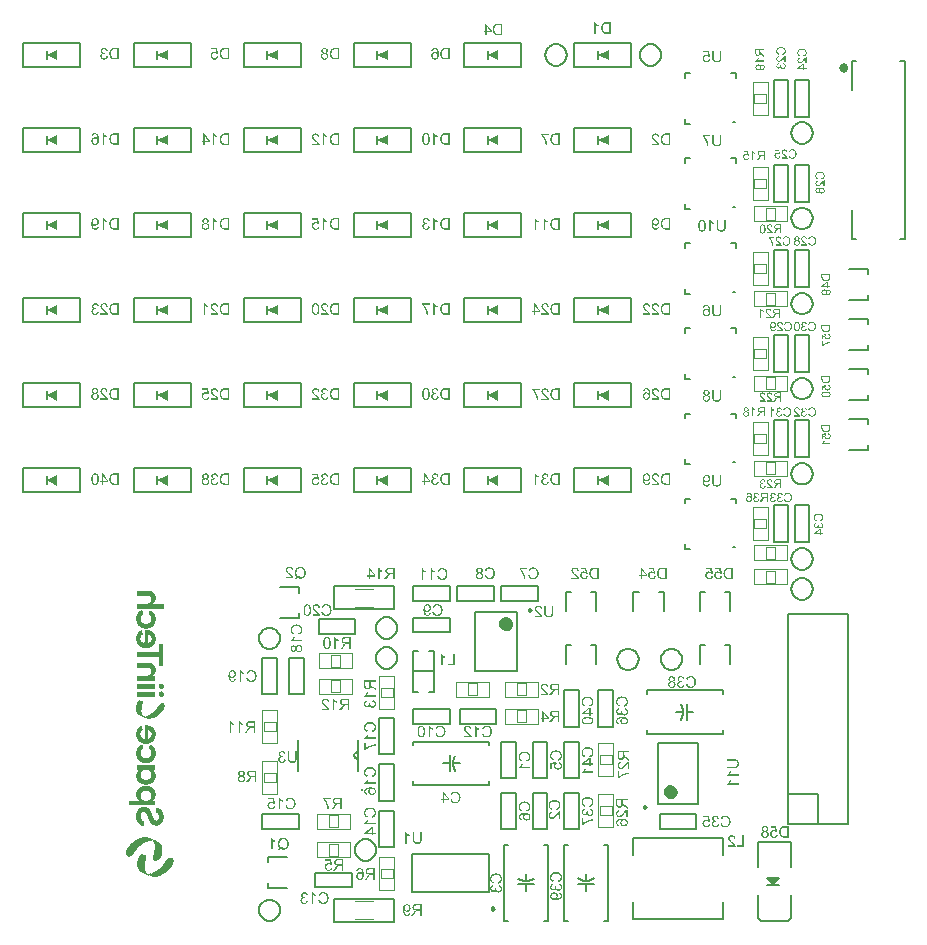
<source format=gbr>
G04*
G04 #@! TF.GenerationSoftware,Altium Limited,Altium Designer,24.1.2 (44)*
G04*
G04 Layer_Color=32896*
%FSLAX44Y44*%
%MOMM*%
G71*
G04*
G04 #@! TF.SameCoordinates,2CF29ADA-B048-43D0-A217-C4B427A4200D*
G04*
G04*
G04 #@! TF.FilePolarity,Positive*
G04*
G01*
G75*
%ADD10C,0.2500*%
%ADD12C,0.1500*%
%ADD43C,0.6000*%
%ADD109C,0.2540*%
%ADD110C,0.1524*%
%ADD111C,0.1270*%
%ADD112C,0.5080*%
%ADD113C,0.2000*%
%ADD114C,0.1000*%
%ADD115C,0.1016*%
G36*
X181535Y184165D02*
X182688D01*
Y184069D01*
X183264D01*
Y183973D01*
X183552D01*
Y183877D01*
X184128D01*
Y183781D01*
X184321D01*
Y183685D01*
X184705D01*
Y183589D01*
X184897D01*
Y183493D01*
X185089D01*
Y183396D01*
X185377D01*
Y183300D01*
X185569D01*
Y183204D01*
X185761D01*
Y183108D01*
X185953D01*
Y183012D01*
X186049D01*
Y182916D01*
X186241D01*
Y182820D01*
X186337D01*
Y182724D01*
X186529D01*
Y182628D01*
X186625D01*
Y182532D01*
X186817D01*
Y182436D01*
X186913D01*
Y182340D01*
X187010D01*
Y182244D01*
X187201D01*
Y182052D01*
X187394D01*
Y181956D01*
X187490D01*
Y181764D01*
X187682D01*
Y181572D01*
X187778D01*
Y181476D01*
X187874D01*
Y181380D01*
X187970D01*
Y181284D01*
X188066D01*
Y181188D01*
X188162D01*
Y180996D01*
X188258D01*
Y180900D01*
X188354D01*
Y180707D01*
X188450D01*
Y180515D01*
X188546D01*
Y180323D01*
X188642D01*
Y180131D01*
X188738D01*
Y179939D01*
X188834D01*
Y179651D01*
X188930D01*
Y179459D01*
X189026D01*
Y179171D01*
X189122D01*
Y178787D01*
X189218D01*
Y178403D01*
X189314D01*
Y177442D01*
X189410D01*
Y176002D01*
X189314D01*
Y174945D01*
X189218D01*
Y174657D01*
X189122D01*
Y174177D01*
X189026D01*
Y173889D01*
X188930D01*
Y173697D01*
X188834D01*
Y173313D01*
X188738D01*
Y173217D01*
X188642D01*
Y172833D01*
X188546D01*
Y172737D01*
X188450D01*
Y172545D01*
X188354D01*
Y172353D01*
X188258D01*
Y172257D01*
X188162D01*
Y172064D01*
X188066D01*
Y171872D01*
X187970D01*
Y171776D01*
X187874D01*
Y171680D01*
X187778D01*
Y171584D01*
X187682D01*
Y171392D01*
X187586D01*
Y171296D01*
X187490D01*
Y171200D01*
X187394D01*
Y171104D01*
X187298D01*
Y171008D01*
X187201D01*
Y170912D01*
X187106D01*
Y170816D01*
X187010D01*
Y170720D01*
X186913D01*
Y170624D01*
X186817D01*
Y170528D01*
X186625D01*
Y170432D01*
X186529D01*
Y170336D01*
X186433D01*
Y170240D01*
X186337D01*
Y170144D01*
X186145D01*
Y170048D01*
X185953D01*
Y169952D01*
X185857D01*
Y169856D01*
X185665D01*
Y169760D01*
X185569D01*
Y169664D01*
X185377D01*
Y169568D01*
X185089D01*
Y169471D01*
X184897D01*
Y169375D01*
X184609D01*
Y169279D01*
X184513D01*
Y169183D01*
X184032D01*
Y169087D01*
X183744D01*
Y168991D01*
X183456D01*
Y168895D01*
X182784D01*
Y168799D01*
X182208D01*
Y168703D01*
X180095D01*
Y168799D01*
X179519D01*
Y168895D01*
X178847D01*
Y168991D01*
X178559D01*
Y169087D01*
X178270D01*
Y169183D01*
X177886D01*
Y169279D01*
X177694D01*
Y169375D01*
X177310D01*
Y169471D01*
X177214D01*
Y169568D01*
X177022D01*
Y169664D01*
X176734D01*
Y169760D01*
X176638D01*
Y169856D01*
X176446D01*
Y169952D01*
X176350D01*
Y170048D01*
X176158D01*
Y170144D01*
X175966D01*
Y170240D01*
X175870D01*
Y170336D01*
X175774D01*
Y170432D01*
X175677D01*
Y170528D01*
X175485D01*
Y170720D01*
X175293D01*
Y170816D01*
X175197D01*
Y170912D01*
X175101D01*
Y171008D01*
X175005D01*
Y171104D01*
X174909D01*
Y171200D01*
X174813D01*
Y171392D01*
X174717D01*
Y171488D01*
X174621D01*
Y171584D01*
X174525D01*
Y171680D01*
X174429D01*
Y171776D01*
X174333D01*
Y171968D01*
X174237D01*
Y172064D01*
X174141D01*
Y172257D01*
X174045D01*
Y172353D01*
X173949D01*
Y172545D01*
X173853D01*
Y172737D01*
X173757D01*
Y172833D01*
X173661D01*
Y173217D01*
X173565D01*
Y173313D01*
X173469D01*
Y173697D01*
X173373D01*
Y173889D01*
X173277D01*
Y174273D01*
X173181D01*
Y174753D01*
X173085D01*
Y175042D01*
X172988D01*
Y178403D01*
X173085D01*
Y178691D01*
X173181D01*
Y179267D01*
X173277D01*
Y179459D01*
X173373D01*
Y179747D01*
X173469D01*
Y180035D01*
X173565D01*
Y180227D01*
X173661D01*
Y180515D01*
X173757D01*
Y180611D01*
X173853D01*
Y180804D01*
X173949D01*
Y180996D01*
X174045D01*
Y181188D01*
X174141D01*
Y181380D01*
X174237D01*
Y181476D01*
X174333D01*
Y181572D01*
X174429D01*
Y181764D01*
X174525D01*
Y181860D01*
X174621D01*
Y181956D01*
X174717D01*
Y182052D01*
X174813D01*
Y182148D01*
X174909D01*
Y182244D01*
X175005D01*
Y182436D01*
X175101D01*
Y182532D01*
X175293D01*
Y182628D01*
X175389D01*
Y182724D01*
X175485D01*
Y182820D01*
X175581D01*
Y182916D01*
X175774D01*
Y183012D01*
X175870D01*
Y183108D01*
X175966D01*
Y183204D01*
X176158D01*
Y183300D01*
X176254D01*
Y183396D01*
X176446D01*
Y183493D01*
X176542D01*
Y183589D01*
X176734D01*
Y183685D01*
X177022D01*
Y183781D01*
X177310D01*
Y183685D01*
X177406D01*
Y183589D01*
X177502D01*
Y183300D01*
X177598D01*
Y183012D01*
X177694D01*
Y182820D01*
X177790D01*
Y182436D01*
X177886D01*
Y182244D01*
X177982D01*
Y181860D01*
X178078D01*
Y181668D01*
X178174D01*
Y181476D01*
X178270D01*
Y181092D01*
X178366D01*
Y180804D01*
X178462D01*
Y180707D01*
X178366D01*
Y180515D01*
X178270D01*
Y180227D01*
X178078D01*
Y180131D01*
X177982D01*
Y180035D01*
X177886D01*
Y179939D01*
X177790D01*
Y179843D01*
X177694D01*
Y179747D01*
X177502D01*
Y179651D01*
X177406D01*
Y179555D01*
X177310D01*
Y179363D01*
X177214D01*
Y179267D01*
X177118D01*
Y179171D01*
X177022D01*
Y178979D01*
X176926D01*
Y178787D01*
X176830D01*
Y178595D01*
X176734D01*
Y178403D01*
X176638D01*
Y177922D01*
X176542D01*
Y177634D01*
X176446D01*
Y175906D01*
X176542D01*
Y175618D01*
X176638D01*
Y175234D01*
X176734D01*
Y175138D01*
X176830D01*
Y174849D01*
X176926D01*
Y174753D01*
X177022D01*
Y174561D01*
X177118D01*
Y174465D01*
X177214D01*
Y174369D01*
X177310D01*
Y174273D01*
X177406D01*
Y174177D01*
X177502D01*
Y174081D01*
X177598D01*
Y173985D01*
X177694D01*
Y173889D01*
X177790D01*
Y173793D01*
X177886D01*
Y173697D01*
X178078D01*
Y173601D01*
X178174D01*
Y173505D01*
X178462D01*
Y173409D01*
X178559D01*
Y173313D01*
X178750D01*
Y173217D01*
X179039D01*
Y173121D01*
X179231D01*
Y173025D01*
X179903D01*
Y173121D01*
X179999D01*
Y183781D01*
X179903D01*
Y183973D01*
X179999D01*
Y184069D01*
X180095D01*
Y184165D01*
X180191D01*
Y184261D01*
X181535D01*
Y184165D01*
D02*
G37*
G36*
X178078Y167839D02*
X178174D01*
Y167647D01*
X178270D01*
Y167071D01*
X178366D01*
Y166783D01*
X178462D01*
Y166206D01*
X178559D01*
Y166014D01*
X178654D01*
Y165534D01*
X178750D01*
Y165054D01*
X178847D01*
Y164574D01*
X178750D01*
Y164382D01*
X178654D01*
Y164286D01*
X178559D01*
Y164190D01*
X178462D01*
Y164094D01*
X178270D01*
Y163998D01*
X178174D01*
Y163902D01*
X177982D01*
Y163806D01*
X177886D01*
Y163710D01*
X177790D01*
Y163613D01*
X177598D01*
Y163517D01*
X177502D01*
Y163421D01*
X177406D01*
Y163229D01*
X177310D01*
Y163133D01*
X177214D01*
Y163037D01*
X177118D01*
Y162845D01*
X177022D01*
Y162653D01*
X176926D01*
Y162557D01*
X176830D01*
Y162173D01*
X176734D01*
Y161981D01*
X176638D01*
Y161405D01*
X176542D01*
Y160828D01*
X176446D01*
Y160636D01*
X176542D01*
Y159964D01*
X176638D01*
Y159388D01*
X176734D01*
Y159196D01*
X176830D01*
Y158812D01*
X176926D01*
Y158716D01*
X177022D01*
Y158524D01*
X177118D01*
Y158332D01*
X177214D01*
Y158236D01*
X177310D01*
Y158043D01*
X177406D01*
Y157947D01*
X177502D01*
Y157851D01*
X177598D01*
Y157755D01*
X177694D01*
Y157659D01*
X177790D01*
Y157563D01*
X177886D01*
Y157467D01*
X177982D01*
Y157371D01*
X178174D01*
Y157275D01*
X178270D01*
Y157179D01*
X178462D01*
Y157083D01*
X178559D01*
Y156987D01*
X178750D01*
Y156891D01*
X179039D01*
Y156795D01*
X179231D01*
Y156699D01*
X179615D01*
Y156603D01*
X179903D01*
Y156507D01*
X180479D01*
Y156411D01*
X181824D01*
Y156507D01*
X182400D01*
Y156603D01*
X182688D01*
Y156699D01*
X183168D01*
Y156795D01*
X183264D01*
Y156891D01*
X183552D01*
Y156987D01*
X183744D01*
Y157083D01*
X183936D01*
Y157179D01*
X184032D01*
Y157275D01*
X184224D01*
Y157371D01*
X184321D01*
Y157467D01*
X184417D01*
Y157563D01*
X184513D01*
Y157659D01*
X184705D01*
Y157851D01*
X184801D01*
Y157947D01*
X184897D01*
Y158043D01*
X184993D01*
Y158236D01*
X185089D01*
Y158332D01*
X185185D01*
Y158524D01*
X185281D01*
Y158620D01*
X185377D01*
Y158812D01*
X185473D01*
Y159100D01*
X185569D01*
Y159292D01*
X185665D01*
Y159772D01*
X185761D01*
Y161021D01*
X185857D01*
Y161117D01*
X185761D01*
Y161405D01*
X185665D01*
Y162077D01*
X185569D01*
Y162269D01*
X185473D01*
Y162557D01*
X185377D01*
Y162749D01*
X185281D01*
Y162845D01*
X185185D01*
Y163037D01*
X185089D01*
Y163133D01*
X184993D01*
Y163325D01*
X184897D01*
Y163421D01*
X184705D01*
Y163613D01*
X184513D01*
Y163806D01*
X184321D01*
Y163902D01*
X184224D01*
Y163998D01*
X184128D01*
Y164094D01*
X183840D01*
Y164190D01*
X183744D01*
Y164382D01*
X183648D01*
Y164574D01*
X183552D01*
Y165054D01*
X183648D01*
Y165342D01*
X183744D01*
Y165630D01*
X183840D01*
Y166014D01*
X183936D01*
Y166302D01*
X184032D01*
Y166783D01*
X184128D01*
Y166975D01*
X184224D01*
Y167359D01*
X184321D01*
Y167551D01*
X184417D01*
Y167647D01*
X184993D01*
Y167551D01*
X185185D01*
Y167455D01*
X185473D01*
Y167359D01*
X185569D01*
Y167263D01*
X185857D01*
Y167167D01*
X185953D01*
Y167071D01*
X186145D01*
Y166975D01*
X186337D01*
Y166879D01*
X186433D01*
Y166783D01*
X186625D01*
Y166686D01*
X186721D01*
Y166590D01*
X186913D01*
Y166495D01*
X187010D01*
Y166398D01*
X187106D01*
Y166302D01*
X187201D01*
Y166206D01*
X187298D01*
Y166110D01*
X187394D01*
Y166014D01*
X187490D01*
Y165918D01*
X187586D01*
Y165822D01*
X187682D01*
Y165726D01*
X187778D01*
Y165630D01*
X187874D01*
Y165534D01*
X187970D01*
Y165342D01*
X188066D01*
Y165246D01*
X188162D01*
Y165054D01*
X188258D01*
Y164958D01*
X188354D01*
Y164766D01*
X188450D01*
Y164574D01*
X188546D01*
Y164478D01*
X188642D01*
Y164190D01*
X188738D01*
Y163998D01*
X188834D01*
Y163710D01*
X188930D01*
Y163517D01*
X189026D01*
Y163133D01*
X189122D01*
Y162653D01*
X189218D01*
Y162269D01*
X189314D01*
Y161309D01*
X189410D01*
Y159772D01*
X189314D01*
Y158716D01*
X189218D01*
Y158332D01*
X189122D01*
Y157947D01*
X189026D01*
Y157563D01*
X188930D01*
Y157371D01*
X188834D01*
Y156987D01*
X188738D01*
Y156795D01*
X188642D01*
Y156603D01*
X188546D01*
Y156411D01*
X188450D01*
Y156219D01*
X188354D01*
Y156027D01*
X188258D01*
Y155931D01*
X188162D01*
Y155739D01*
X188066D01*
Y155547D01*
X187970D01*
Y155451D01*
X187874D01*
Y155354D01*
X187778D01*
Y155259D01*
X187682D01*
Y155066D01*
X187586D01*
Y154970D01*
X187490D01*
Y154874D01*
X187394D01*
Y154682D01*
X187201D01*
Y154490D01*
X187010D01*
Y154394D01*
X186913D01*
Y154298D01*
X186817D01*
Y154202D01*
X186721D01*
Y154106D01*
X186625D01*
Y154010D01*
X186433D01*
Y153914D01*
X186337D01*
Y153818D01*
X186241D01*
Y153722D01*
X186049D01*
Y153626D01*
X185953D01*
Y153530D01*
X185761D01*
Y153434D01*
X185569D01*
Y153338D01*
X185473D01*
Y153242D01*
X185185D01*
Y153146D01*
X184993D01*
Y153050D01*
X184705D01*
Y152954D01*
X184513D01*
Y152858D01*
X184224D01*
Y152762D01*
X183936D01*
Y152666D01*
X183648D01*
Y152570D01*
X183072D01*
Y152473D01*
X182688D01*
Y152378D01*
X179615D01*
Y152473D01*
X179231D01*
Y152570D01*
X178654D01*
Y152666D01*
X178462D01*
Y152762D01*
X177982D01*
Y152858D01*
X177790D01*
Y152954D01*
X177598D01*
Y153050D01*
X177310D01*
Y153146D01*
X177118D01*
Y153242D01*
X176926D01*
Y153338D01*
X176734D01*
Y153434D01*
X176542D01*
Y153530D01*
X176350D01*
Y153626D01*
X176254D01*
Y153722D01*
X176062D01*
Y153818D01*
X175966D01*
Y153914D01*
X175870D01*
Y154010D01*
X175774D01*
Y154106D01*
X175581D01*
Y154202D01*
X175485D01*
Y154298D01*
X175389D01*
Y154394D01*
X175293D01*
Y154490D01*
X175197D01*
Y154586D01*
X175101D01*
Y154682D01*
X175005D01*
Y154778D01*
X174909D01*
Y154874D01*
X174813D01*
Y154970D01*
X174717D01*
Y155066D01*
X174621D01*
Y155259D01*
X174525D01*
Y155354D01*
X174429D01*
Y155451D01*
X174333D01*
Y155643D01*
X174237D01*
Y155739D01*
X174141D01*
Y155931D01*
X174045D01*
Y156027D01*
X173949D01*
Y156219D01*
X173853D01*
Y156411D01*
X173757D01*
Y156603D01*
X173661D01*
Y156891D01*
X173565D01*
Y157083D01*
X173469D01*
Y157371D01*
X173373D01*
Y157659D01*
X173277D01*
Y157947D01*
X173181D01*
Y158428D01*
X173085D01*
Y158812D01*
X172988D01*
Y158908D01*
Y159004D01*
Y162173D01*
X173085D01*
Y162557D01*
X173181D01*
Y163133D01*
X173277D01*
Y163421D01*
X173373D01*
Y163613D01*
X173469D01*
Y163998D01*
X173565D01*
Y164190D01*
X173661D01*
Y164478D01*
X173757D01*
Y164574D01*
X173853D01*
Y164766D01*
X173949D01*
Y164958D01*
X174045D01*
Y165054D01*
X174141D01*
Y165246D01*
X174237D01*
Y165342D01*
X174333D01*
Y165534D01*
X174429D01*
Y165630D01*
X174525D01*
Y165726D01*
X174621D01*
Y165918D01*
X174813D01*
Y166110D01*
X174909D01*
Y166206D01*
X175005D01*
Y166302D01*
X175101D01*
Y166398D01*
X175197D01*
Y166495D01*
X175293D01*
Y166590D01*
X175485D01*
Y166686D01*
X175581D01*
Y166783D01*
X175677D01*
Y166879D01*
X175774D01*
Y166975D01*
X175966D01*
Y167071D01*
X176158D01*
Y167167D01*
X176254D01*
Y167263D01*
X176446D01*
Y167359D01*
X176542D01*
Y167455D01*
X176734D01*
Y167551D01*
X176926D01*
Y167647D01*
X177022D01*
Y167743D01*
X177406D01*
Y167839D01*
X177502D01*
Y167935D01*
X178078D01*
Y167839D01*
D02*
G37*
G36*
X188834Y150361D02*
X189026D01*
Y150169D01*
X189122D01*
Y147000D01*
X189026D01*
Y146807D01*
X188834D01*
Y146712D01*
X187874D01*
Y146615D01*
X187201D01*
Y146327D01*
X187394D01*
Y146231D01*
X187490D01*
Y146135D01*
X187586D01*
Y146039D01*
X187682D01*
Y145943D01*
X187778D01*
Y145847D01*
X187874D01*
Y145751D01*
X187970D01*
Y145655D01*
X188066D01*
Y145559D01*
X188162D01*
Y145367D01*
X188258D01*
Y145175D01*
X188354D01*
Y145079D01*
X188450D01*
Y144887D01*
X188546D01*
Y144791D01*
X188642D01*
Y144599D01*
X188738D01*
Y144407D01*
X188834D01*
Y144119D01*
X188930D01*
Y143926D01*
X189026D01*
Y143638D01*
X189122D01*
Y143254D01*
X189218D01*
Y142966D01*
X189314D01*
Y142102D01*
X189410D01*
Y140853D01*
X189314D01*
Y139797D01*
X189218D01*
Y139509D01*
X189122D01*
Y139125D01*
X189026D01*
Y138837D01*
X188930D01*
Y138549D01*
X188834D01*
Y138260D01*
X188738D01*
Y138164D01*
X188642D01*
Y137876D01*
X188546D01*
Y137684D01*
X188450D01*
Y137588D01*
X188354D01*
Y137396D01*
X188258D01*
Y137300D01*
X188162D01*
Y137108D01*
X188066D01*
Y137012D01*
X187970D01*
Y136916D01*
X187874D01*
Y136724D01*
X187778D01*
Y136628D01*
X187682D01*
Y136532D01*
X187586D01*
Y136436D01*
X187490D01*
Y136340D01*
X187394D01*
Y136244D01*
X187298D01*
Y136148D01*
X187201D01*
Y136052D01*
X187106D01*
Y135956D01*
X187010D01*
Y135860D01*
X186913D01*
Y135764D01*
X186721D01*
Y135668D01*
X186625D01*
Y135571D01*
X186529D01*
Y135476D01*
X186337D01*
Y135379D01*
X186241D01*
Y135283D01*
X186049D01*
Y135187D01*
X185857D01*
Y135091D01*
X185665D01*
Y134995D01*
X185473D01*
Y134899D01*
X185377D01*
Y134803D01*
X184993D01*
Y134707D01*
X184897D01*
Y134611D01*
X184513D01*
Y134515D01*
X184321D01*
Y134419D01*
X183936D01*
Y134323D01*
X183552D01*
Y134227D01*
X183168D01*
Y134131D01*
X182112D01*
Y134035D01*
X180191D01*
Y134131D01*
X179135D01*
Y134227D01*
X178847D01*
Y134323D01*
X178366D01*
Y134419D01*
X178078D01*
Y134515D01*
X177790D01*
Y134611D01*
X177406D01*
Y134707D01*
X177310D01*
Y134803D01*
X177022D01*
Y134899D01*
X176830D01*
Y134995D01*
X176638D01*
Y135091D01*
X176446D01*
Y135187D01*
X176350D01*
Y135283D01*
X176062D01*
Y135379D01*
X175966D01*
Y135476D01*
X175870D01*
Y135571D01*
X175677D01*
Y135668D01*
X175581D01*
Y135764D01*
X175485D01*
Y135860D01*
X175389D01*
Y135956D01*
X175197D01*
Y136052D01*
X175101D01*
Y136148D01*
X175005D01*
Y136244D01*
X174909D01*
Y136340D01*
X174813D01*
Y136436D01*
X174717D01*
Y136532D01*
X174621D01*
Y136628D01*
X174525D01*
Y136724D01*
X174429D01*
Y136916D01*
X174333D01*
Y137012D01*
X174237D01*
Y137108D01*
X174141D01*
Y137300D01*
X174045D01*
Y137396D01*
X173949D01*
Y137588D01*
X173853D01*
Y137780D01*
X173757D01*
Y137876D01*
X173661D01*
Y138164D01*
X173565D01*
Y138260D01*
X173469D01*
Y138645D01*
X173373D01*
Y138837D01*
X173277D01*
Y139125D01*
X173181D01*
Y139605D01*
X173085D01*
Y139893D01*
X172988D01*
Y142870D01*
X173085D01*
Y143158D01*
X173181D01*
Y143638D01*
X173277D01*
Y143926D01*
X173373D01*
Y144119D01*
X173469D01*
Y144407D01*
X173565D01*
Y144503D01*
X173661D01*
Y144791D01*
X173757D01*
Y144887D01*
X173853D01*
Y145079D01*
X173949D01*
Y145175D01*
X174045D01*
Y145271D01*
X174141D01*
Y145463D01*
X174237D01*
Y145559D01*
X174333D01*
Y145751D01*
X174429D01*
Y145847D01*
X174525D01*
Y145943D01*
X174621D01*
Y146039D01*
X174717D01*
Y146135D01*
X174813D01*
Y146231D01*
X174909D01*
Y146327D01*
X175101D01*
Y146615D01*
X174429D01*
Y146712D01*
X173469D01*
Y146807D01*
X173277D01*
Y146903D01*
X173181D01*
Y150169D01*
X173277D01*
Y150265D01*
X173373D01*
Y150361D01*
X173469D01*
Y150457D01*
X188834D01*
Y150361D01*
D02*
G37*
G36*
X180863Y132979D02*
X182784D01*
Y132883D01*
X183360D01*
Y132787D01*
X183648D01*
Y132690D01*
X184128D01*
Y132594D01*
X184321D01*
Y132498D01*
X184705D01*
Y132402D01*
X184897D01*
Y132306D01*
X185185D01*
Y132210D01*
X185377D01*
Y132114D01*
X185473D01*
Y132018D01*
X185761D01*
Y131922D01*
X185953D01*
Y131826D01*
X186145D01*
Y131730D01*
X186241D01*
Y131634D01*
X186337D01*
Y131538D01*
X186529D01*
Y131442D01*
X186625D01*
Y131346D01*
X186817D01*
Y131250D01*
X186913D01*
Y131154D01*
X187010D01*
Y131058D01*
X187201D01*
Y130962D01*
X187298D01*
Y130866D01*
X187394D01*
Y130770D01*
X187490D01*
Y130674D01*
X187586D01*
Y130578D01*
X187682D01*
Y130386D01*
X187778D01*
Y130290D01*
X187874D01*
Y130194D01*
X187970D01*
Y130002D01*
X188066D01*
Y129906D01*
X188162D01*
Y129810D01*
X188258D01*
Y129617D01*
X188354D01*
Y129425D01*
X188450D01*
Y129329D01*
X188546D01*
Y129137D01*
X188642D01*
Y128945D01*
X188738D01*
Y128753D01*
X188834D01*
Y128465D01*
X188930D01*
Y128273D01*
X189026D01*
Y127985D01*
X189122D01*
Y127601D01*
X189218D01*
Y127217D01*
X189314D01*
Y126256D01*
X189410D01*
Y125008D01*
X189314D01*
Y124143D01*
X189218D01*
Y123759D01*
X189122D01*
Y123375D01*
X189026D01*
Y123183D01*
X188930D01*
Y122991D01*
X188834D01*
Y122607D01*
X188738D01*
Y122511D01*
X188642D01*
Y122319D01*
X188546D01*
Y122127D01*
X188450D01*
Y122031D01*
X188354D01*
Y121839D01*
X188258D01*
Y121743D01*
X188162D01*
Y121551D01*
X188066D01*
Y121454D01*
X187970D01*
Y121358D01*
X187874D01*
Y121263D01*
X187778D01*
Y121166D01*
X187682D01*
Y120974D01*
X187490D01*
Y120878D01*
X187394D01*
Y120782D01*
X187298D01*
Y120686D01*
X187201D01*
Y120494D01*
X187298D01*
Y120398D01*
X187778D01*
Y120302D01*
X188354D01*
Y120398D01*
X188450D01*
Y120302D01*
X189026D01*
Y120110D01*
X189122D01*
Y116941D01*
X189026D01*
Y116749D01*
X188930D01*
Y116653D01*
X166650D01*
Y116749D01*
X166554D01*
Y120494D01*
X166746D01*
Y120590D01*
X175005D01*
Y120686D01*
X174909D01*
Y120878D01*
X174813D01*
Y120974D01*
X174717D01*
Y121070D01*
X174621D01*
Y121166D01*
X174525D01*
Y121263D01*
X174429D01*
Y121358D01*
X174333D01*
Y121454D01*
X174237D01*
Y121551D01*
X174141D01*
Y121743D01*
X174045D01*
Y121839D01*
X173949D01*
Y122031D01*
X173853D01*
Y122223D01*
X173757D01*
Y122319D01*
X173661D01*
Y122511D01*
X173565D01*
Y122703D01*
X173469D01*
Y122991D01*
X173373D01*
Y123183D01*
X173277D01*
Y123471D01*
X173181D01*
Y123951D01*
X173085D01*
Y124143D01*
X172988D01*
Y127121D01*
X173085D01*
Y127505D01*
X173181D01*
Y127889D01*
X173277D01*
Y128177D01*
X173373D01*
Y128465D01*
X173469D01*
Y128753D01*
X173565D01*
Y128849D01*
X173661D01*
Y129137D01*
X173757D01*
Y129329D01*
X173853D01*
Y129425D01*
X173949D01*
Y129617D01*
X174045D01*
Y129713D01*
X174141D01*
Y129906D01*
X174237D01*
Y130002D01*
X174333D01*
Y130194D01*
X174429D01*
Y130290D01*
X174525D01*
Y130386D01*
X174621D01*
Y130482D01*
X174717D01*
Y130578D01*
X174813D01*
Y130674D01*
X174909D01*
Y130770D01*
X175005D01*
Y130866D01*
X175101D01*
Y130962D01*
X175197D01*
Y131058D01*
X175293D01*
Y131154D01*
X175389D01*
Y131250D01*
X175485D01*
Y131346D01*
X175677D01*
Y131442D01*
X175774D01*
Y131538D01*
X175966D01*
Y131634D01*
X176062D01*
Y131730D01*
X176254D01*
Y131826D01*
X176350D01*
Y131922D01*
X176542D01*
Y132018D01*
X176734D01*
Y132114D01*
X176926D01*
Y132210D01*
X177214D01*
Y132306D01*
X177406D01*
Y132402D01*
X177598D01*
Y132498D01*
X177982D01*
Y132594D01*
X178174D01*
Y132690D01*
X178654D01*
Y132787D01*
X178943D01*
Y132883D01*
X179519D01*
Y132979D01*
X180767D01*
Y133075D01*
X180863D01*
Y132979D01*
D02*
G37*
G36*
X180095Y115020D02*
X180767D01*
Y114924D01*
X181343D01*
Y114828D01*
X181535D01*
Y114732D01*
X181920D01*
Y114636D01*
X182112D01*
Y114540D01*
X182400D01*
Y114444D01*
X182496D01*
Y114348D01*
X182688D01*
Y114252D01*
X182880D01*
Y114156D01*
X182976D01*
Y114060D01*
X183168D01*
Y113964D01*
X183264D01*
Y113868D01*
X183360D01*
Y113772D01*
X183552D01*
Y113676D01*
X183648D01*
Y113580D01*
X183744D01*
Y113484D01*
X183840D01*
Y113388D01*
X183936D01*
Y113292D01*
X184032D01*
Y113196D01*
X184128D01*
Y113100D01*
X184224D01*
Y112907D01*
X184321D01*
Y112811D01*
X184417D01*
Y112715D01*
X184513D01*
Y112619D01*
X184609D01*
Y112427D01*
X184705D01*
Y112235D01*
X184801D01*
Y112139D01*
X184897D01*
Y111947D01*
X184993D01*
Y111851D01*
X185089D01*
Y111659D01*
X185185D01*
Y111467D01*
X185281D01*
Y111371D01*
X185377D01*
Y111083D01*
X185473D01*
Y110891D01*
X185569D01*
Y110699D01*
X185665D01*
Y110411D01*
X185761D01*
Y110315D01*
X185857D01*
Y109930D01*
X185953D01*
Y109738D01*
X186049D01*
Y109354D01*
X186145D01*
Y109162D01*
X186241D01*
Y108874D01*
X186337D01*
Y108490D01*
X186433D01*
Y108298D01*
X186529D01*
Y107914D01*
X186625D01*
Y107722D01*
X186721D01*
Y107434D01*
X186817D01*
Y107049D01*
X186913D01*
Y106953D01*
X187010D01*
Y106569D01*
X187106D01*
Y106473D01*
X187201D01*
Y106089D01*
X187298D01*
Y105993D01*
X187394D01*
Y105801D01*
X187490D01*
Y105513D01*
X187586D01*
Y105417D01*
X187682D01*
Y105129D01*
X187778D01*
Y105033D01*
X187874D01*
Y104937D01*
X187970D01*
Y104745D01*
X188066D01*
Y104649D01*
X188162D01*
Y104553D01*
X188258D01*
Y104457D01*
X188354D01*
Y104361D01*
X188450D01*
Y104264D01*
X188546D01*
Y104168D01*
X188642D01*
Y104072D01*
X188834D01*
Y103976D01*
X188930D01*
Y103880D01*
X189218D01*
Y103784D01*
X189410D01*
Y103688D01*
X190467D01*
Y103784D01*
X190659D01*
Y103880D01*
X190851D01*
Y103976D01*
X190947D01*
Y104072D01*
X191139D01*
Y104168D01*
X191235D01*
Y104264D01*
X191331D01*
Y104361D01*
X191427D01*
Y104553D01*
X191523D01*
Y104649D01*
X191619D01*
Y104841D01*
X191715D01*
Y105033D01*
X191811D01*
Y105225D01*
X191907D01*
Y105609D01*
X192003D01*
Y105993D01*
X192099D01*
Y107818D01*
X192003D01*
Y108106D01*
X191907D01*
Y108490D01*
X191811D01*
Y108682D01*
X191715D01*
Y108874D01*
X191619D01*
Y109066D01*
X191523D01*
Y109162D01*
X191427D01*
Y109354D01*
X191331D01*
Y109450D01*
X191235D01*
Y109546D01*
X191139D01*
Y109642D01*
X191043D01*
Y109738D01*
X190851D01*
Y109834D01*
X190755D01*
Y109930D01*
X190563D01*
Y110027D01*
X190467D01*
Y110122D01*
X190275D01*
Y110219D01*
X190083D01*
Y110315D01*
X189986D01*
Y110411D01*
X189698D01*
Y110507D01*
X189506D01*
Y110603D01*
X189410D01*
Y110699D01*
X189314D01*
Y111275D01*
X189410D01*
Y111563D01*
X189506D01*
Y111947D01*
X189602D01*
Y112427D01*
X189698D01*
Y112619D01*
X189794D01*
Y113196D01*
X189890D01*
Y113388D01*
X189986D01*
Y113868D01*
X190083D01*
Y114252D01*
X190179D01*
Y114444D01*
X190275D01*
Y114636D01*
X190851D01*
Y114540D01*
X191139D01*
Y114444D01*
X191427D01*
Y114348D01*
X191619D01*
Y114252D01*
X191907D01*
Y114156D01*
X192003D01*
Y114060D01*
X192291D01*
Y113964D01*
X192483D01*
Y113868D01*
X192579D01*
Y113772D01*
X192771D01*
Y113676D01*
X192964D01*
Y113580D01*
X193156D01*
Y113484D01*
X193252D01*
Y113388D01*
X193348D01*
Y113292D01*
X193444D01*
Y113196D01*
X193540D01*
Y113100D01*
X193732D01*
Y113004D01*
X193828D01*
Y112907D01*
X193924D01*
Y112811D01*
X194020D01*
Y112715D01*
X194116D01*
Y112619D01*
X194212D01*
Y112523D01*
X194308D01*
Y112427D01*
X194404D01*
Y112235D01*
X194500D01*
Y112139D01*
X194596D01*
Y112043D01*
X194692D01*
Y111947D01*
X194788D01*
Y111755D01*
X194884D01*
Y111563D01*
X194980D01*
Y111467D01*
X195076D01*
Y111275D01*
X195172D01*
Y111179D01*
X195268D01*
Y110891D01*
X195364D01*
Y110699D01*
X195460D01*
Y110507D01*
X195557D01*
Y110219D01*
X195653D01*
Y110027D01*
X195749D01*
Y109546D01*
X195845D01*
Y109258D01*
X195941D01*
Y108778D01*
X196037D01*
Y107914D01*
X196133D01*
Y105993D01*
X196037D01*
Y105225D01*
X195941D01*
Y104649D01*
X195845D01*
Y104457D01*
X195749D01*
Y103976D01*
X195653D01*
Y103784D01*
X195557D01*
Y103496D01*
X195460D01*
Y103208D01*
X195364D01*
Y103016D01*
X195268D01*
Y102824D01*
X195172D01*
Y102728D01*
X195076D01*
Y102440D01*
X194980D01*
Y102344D01*
X194884D01*
Y102152D01*
X194788D01*
Y102056D01*
X194692D01*
Y101960D01*
X194596D01*
Y101768D01*
X194500D01*
Y101672D01*
X194404D01*
Y101575D01*
X194308D01*
Y101383D01*
X194212D01*
Y101287D01*
X194116D01*
Y101191D01*
X194020D01*
Y101095D01*
X193924D01*
Y100999D01*
X193828D01*
Y100903D01*
X193732D01*
Y100807D01*
X193636D01*
Y100711D01*
X193444D01*
Y100615D01*
X193348D01*
Y100519D01*
X193252D01*
Y100423D01*
X193060D01*
Y100327D01*
X192964D01*
Y100231D01*
X192771D01*
Y100135D01*
X192675D01*
Y100039D01*
X192387D01*
Y99943D01*
X192195D01*
Y99847D01*
X192003D01*
Y99751D01*
X191715D01*
Y99655D01*
X191523D01*
Y99559D01*
X190947D01*
Y99463D01*
X190467D01*
Y99367D01*
X189218D01*
Y99463D01*
X188642D01*
Y99559D01*
X188162D01*
Y99655D01*
X187970D01*
Y99751D01*
X187586D01*
Y99847D01*
X187394D01*
Y99943D01*
X187201D01*
Y100039D01*
X186913D01*
Y100135D01*
X186817D01*
Y100231D01*
X186625D01*
Y100327D01*
X186529D01*
Y100423D01*
X186337D01*
Y100519D01*
X186241D01*
Y100615D01*
X186145D01*
Y100711D01*
X185953D01*
Y100807D01*
X185857D01*
Y100903D01*
X185761D01*
Y100999D01*
X185665D01*
Y101095D01*
X185569D01*
Y101191D01*
X185473D01*
Y101287D01*
X185377D01*
Y101383D01*
X185281D01*
Y101480D01*
X185185D01*
Y101672D01*
X185089D01*
Y101768D01*
X184993D01*
Y101864D01*
X184897D01*
Y101960D01*
X184801D01*
Y102152D01*
X184705D01*
Y102248D01*
X184609D01*
Y102440D01*
X184513D01*
Y102632D01*
X184417D01*
Y102728D01*
X184321D01*
Y102920D01*
X184224D01*
Y103112D01*
X184128D01*
Y103208D01*
X184032D01*
Y103496D01*
X183936D01*
Y103592D01*
X183840D01*
Y103880D01*
X183744D01*
Y104072D01*
X183648D01*
Y104264D01*
X183552D01*
Y104553D01*
X183456D01*
Y104745D01*
X183360D01*
Y105129D01*
X183264D01*
Y105321D01*
X183168D01*
Y105609D01*
X183072D01*
Y105897D01*
X182976D01*
Y106089D01*
X182880D01*
Y106473D01*
X182784D01*
Y106569D01*
X182688D01*
Y106953D01*
X182592D01*
Y107241D01*
X182496D01*
Y107434D01*
X182400D01*
Y107818D01*
X182304D01*
Y107914D01*
X182208D01*
Y108202D01*
X182112D01*
Y108394D01*
X182016D01*
Y108586D01*
X181920D01*
Y108778D01*
X181824D01*
Y108970D01*
X181728D01*
Y109162D01*
X181632D01*
Y109258D01*
X181535D01*
Y109450D01*
X181439D01*
Y109642D01*
X181343D01*
Y109738D01*
X181247D01*
Y109834D01*
X181151D01*
Y109930D01*
X181055D01*
Y110122D01*
X180863D01*
Y110219D01*
X180767D01*
Y110315D01*
X180671D01*
Y110411D01*
X180479D01*
Y110507D01*
X180383D01*
Y110603D01*
X180095D01*
Y110699D01*
X179903D01*
Y110795D01*
X178559D01*
Y110699D01*
X178366D01*
Y110603D01*
X178078D01*
Y110507D01*
X177982D01*
Y110411D01*
X177886D01*
Y110315D01*
X177790D01*
Y110219D01*
X177694D01*
Y110122D01*
X177598D01*
Y110027D01*
X177502D01*
Y109834D01*
X177406D01*
Y109738D01*
X177310D01*
Y109450D01*
X177214D01*
Y109354D01*
X177118D01*
Y108970D01*
X177022D01*
Y108682D01*
X176926D01*
Y108106D01*
X176830D01*
Y106185D01*
X176926D01*
Y105801D01*
X177022D01*
Y105513D01*
X177118D01*
Y105129D01*
X177214D01*
Y104937D01*
X177310D01*
Y104745D01*
X177406D01*
Y104553D01*
X177502D01*
Y104457D01*
X177598D01*
Y104264D01*
X177694D01*
Y104168D01*
X177790D01*
Y103976D01*
X177982D01*
Y103880D01*
X178078D01*
Y103688D01*
X178270D01*
Y103592D01*
X178366D01*
Y103496D01*
X178559D01*
Y103400D01*
X178654D01*
Y103304D01*
X178750D01*
Y103208D01*
X179039D01*
Y103112D01*
X179135D01*
Y103016D01*
X179327D01*
Y102920D01*
X179519D01*
Y102824D01*
X179711D01*
Y102728D01*
X179903D01*
Y102632D01*
X179999D01*
Y102152D01*
X179903D01*
Y101768D01*
X179807D01*
Y101383D01*
X179711D01*
Y100999D01*
X179615D01*
Y100423D01*
X179519D01*
Y100231D01*
X179423D01*
Y99655D01*
X179327D01*
Y99367D01*
X179231D01*
Y98983D01*
X179135D01*
Y98887D01*
X178366D01*
Y98983D01*
X178174D01*
Y99079D01*
X177886D01*
Y99175D01*
X177694D01*
Y99271D01*
X177502D01*
Y99367D01*
X177214D01*
Y99463D01*
X177118D01*
Y99559D01*
X176830D01*
Y99655D01*
X176734D01*
Y99751D01*
X176542D01*
Y99847D01*
X176350D01*
Y99943D01*
X176254D01*
Y100039D01*
X176062D01*
Y100135D01*
X175966D01*
Y100231D01*
X175870D01*
Y100327D01*
X175774D01*
Y100423D01*
X175581D01*
Y100519D01*
X175485D01*
Y100615D01*
X175389D01*
Y100711D01*
X175293D01*
Y100807D01*
X175197D01*
Y100903D01*
X175101D01*
Y100999D01*
X175005D01*
Y101095D01*
X174909D01*
Y101191D01*
X174813D01*
Y101287D01*
X174717D01*
Y101383D01*
X174621D01*
Y101480D01*
X174525D01*
Y101672D01*
X174429D01*
Y101768D01*
X174333D01*
Y101864D01*
X174237D01*
Y102056D01*
X174141D01*
Y102248D01*
X174045D01*
Y102344D01*
X173949D01*
Y102536D01*
X173853D01*
Y102632D01*
X173757D01*
Y102824D01*
X173661D01*
Y103112D01*
X173565D01*
Y103208D01*
X173469D01*
Y103592D01*
X173373D01*
Y103784D01*
X173277D01*
Y104072D01*
X173181D01*
Y104457D01*
X173085D01*
Y104745D01*
X172988D01*
Y105417D01*
X172892D01*
Y105993D01*
X172796D01*
Y108298D01*
X172892D01*
Y108970D01*
X172988D01*
Y109642D01*
X173085D01*
Y109834D01*
X173181D01*
Y110315D01*
X173277D01*
Y110603D01*
X173373D01*
Y110795D01*
X173469D01*
Y111179D01*
X173565D01*
Y111275D01*
X173661D01*
Y111563D01*
X173757D01*
Y111659D01*
X173853D01*
Y111851D01*
X173949D01*
Y112043D01*
X174045D01*
Y112139D01*
X174141D01*
Y112427D01*
X174237D01*
Y112523D01*
X174333D01*
Y112619D01*
X174429D01*
Y112715D01*
X174525D01*
Y112907D01*
X174621D01*
Y113004D01*
X174717D01*
Y113100D01*
X174813D01*
Y113292D01*
X175005D01*
Y113388D01*
X175101D01*
Y113580D01*
X175293D01*
Y113676D01*
X175389D01*
Y113772D01*
X175485D01*
Y113868D01*
X175677D01*
Y113964D01*
X175774D01*
Y114060D01*
X175870D01*
Y114156D01*
X175966D01*
Y114252D01*
X176254D01*
Y114348D01*
X176350D01*
Y114444D01*
X176542D01*
Y114540D01*
X176734D01*
Y114636D01*
X176926D01*
Y114732D01*
X177310D01*
Y114828D01*
X177502D01*
Y114924D01*
X177886D01*
Y115020D01*
X178462D01*
Y115116D01*
X180095D01*
Y115020D01*
D02*
G37*
G36*
X178654Y75358D02*
Y75262D01*
X177982D01*
Y75358D01*
X178078D01*
Y75454D01*
X178654D01*
Y75358D01*
D02*
G37*
G36*
X179039Y75166D02*
Y75070D01*
X178847D01*
Y75262D01*
X179039D01*
Y75166D01*
D02*
G37*
G36*
X178559Y74974D02*
X178366D01*
Y75070D01*
X178559D01*
Y74974D01*
D02*
G37*
G36*
X180479D02*
X180671D01*
Y74878D01*
Y74782D01*
X180479D01*
Y74974D01*
X180287D01*
Y75070D01*
X180479D01*
Y74974D01*
D02*
G37*
G36*
X180095Y75070D02*
X180191D01*
Y74974D01*
X180287D01*
Y74782D01*
X180191D01*
Y74974D01*
X179999D01*
Y75070D01*
Y75262D01*
X180095D01*
Y75070D01*
D02*
G37*
G36*
X177886Y75166D02*
X177982D01*
Y75070D01*
X178174D01*
Y74974D01*
X178366D01*
Y74782D01*
X178174D01*
Y74974D01*
X177502D01*
Y74782D01*
X177118D01*
Y74974D01*
X177310D01*
Y75070D01*
X177502D01*
Y75166D01*
X177598D01*
Y75262D01*
X177886D01*
Y75166D01*
D02*
G37*
G36*
X177118Y74686D02*
Y74590D01*
X177022D01*
Y74494D01*
X176830D01*
Y74686D01*
X176926D01*
Y74782D01*
X177118D01*
Y74686D01*
D02*
G37*
G36*
X180287Y75550D02*
X180383D01*
Y75454D01*
X180671D01*
Y75358D01*
X180767D01*
Y75262D01*
X180959D01*
Y75070D01*
X181055D01*
Y74974D01*
X181151D01*
Y74494D01*
X181343D01*
Y72093D01*
X181247D01*
Y71997D01*
X181151D01*
Y70749D01*
X181055D01*
Y70653D01*
X180959D01*
Y69788D01*
X180863D01*
Y69596D01*
X180767D01*
Y69308D01*
X180671D01*
Y68636D01*
X180575D01*
Y68444D01*
X180479D01*
Y67484D01*
X180383D01*
Y67291D01*
X180287D01*
Y66139D01*
X180191D01*
Y65659D01*
X180095D01*
Y64699D01*
X179999D01*
Y64026D01*
X180095D01*
Y62778D01*
X180191D01*
Y62394D01*
X180287D01*
Y61625D01*
X180383D01*
Y61433D01*
X180479D01*
Y61049D01*
X180575D01*
Y60761D01*
X180671D01*
Y60569D01*
X180767D01*
Y60281D01*
X180863D01*
Y60185D01*
X180959D01*
Y59897D01*
X181055D01*
Y59705D01*
X181151D01*
Y59609D01*
X181247D01*
Y59417D01*
X181343D01*
Y59321D01*
X181439D01*
Y59128D01*
X181535D01*
Y59033D01*
X181632D01*
Y58840D01*
X181728D01*
Y58744D01*
X181824D01*
Y58648D01*
X181920D01*
Y58552D01*
X182112D01*
Y58456D01*
X182400D01*
Y58360D01*
X182496D01*
Y58264D01*
X182688D01*
Y58360D01*
X182496D01*
Y58456D01*
X182592D01*
Y58552D01*
X182688D01*
Y58456D01*
X183072D01*
Y58552D01*
X183168D01*
Y58648D01*
X184321D01*
Y58744D01*
X184417D01*
Y58840D01*
X185185D01*
Y58936D01*
X185281D01*
Y59033D01*
X185473D01*
Y59128D01*
X186049D01*
Y59225D01*
X186145D01*
Y59321D01*
X186625D01*
Y59417D01*
X186721D01*
Y59513D01*
X186913D01*
Y59609D01*
X187201D01*
Y59705D01*
X187298D01*
Y59801D01*
X187682D01*
Y59897D01*
X187778D01*
Y59993D01*
X188162D01*
Y60089D01*
X188258D01*
Y60185D01*
X188354D01*
Y60281D01*
X188642D01*
Y60377D01*
X188738D01*
Y60473D01*
X189026D01*
Y60569D01*
X189122D01*
Y60665D01*
X189218D01*
Y60761D01*
X189506D01*
Y60857D01*
X189602D01*
Y60953D01*
X189794D01*
Y61049D01*
X189890D01*
Y61145D01*
X190083D01*
Y61241D01*
X190275D01*
Y61337D01*
X190371D01*
Y61433D01*
X190563D01*
Y61529D01*
X190659D01*
Y61625D01*
X190851D01*
Y61721D01*
X190947D01*
Y61817D01*
X191043D01*
Y61913D01*
X191235D01*
Y62010D01*
X191331D01*
Y62106D01*
X191523D01*
Y62202D01*
X191619D01*
Y62298D01*
X191715D01*
Y62394D01*
X191811D01*
Y62490D01*
X191907D01*
Y62586D01*
X192099D01*
Y62682D01*
X192195D01*
Y62778D01*
X192387D01*
Y62874D01*
X192483D01*
Y62970D01*
X192579D01*
Y63066D01*
X192675D01*
Y63162D01*
X192771D01*
Y63258D01*
X192964D01*
Y63354D01*
X193060D01*
Y63546D01*
X193252D01*
Y63642D01*
X193348D01*
Y63738D01*
X193444D01*
Y63834D01*
X193540D01*
Y63930D01*
X193636D01*
Y64026D01*
X193732D01*
Y64122D01*
X193828D01*
Y64218D01*
X193924D01*
Y64314D01*
X194020D01*
Y64410D01*
X194116D01*
Y64506D01*
X194212D01*
Y64602D01*
X194308D01*
Y64699D01*
X194404D01*
Y64795D01*
X194500D01*
Y64890D01*
X194596D01*
Y64987D01*
X194692D01*
Y65083D01*
X194788D01*
Y65179D01*
X194884D01*
Y65275D01*
X194980D01*
Y65371D01*
X195076D01*
Y65563D01*
X195172D01*
Y65659D01*
X195268D01*
Y65755D01*
X195364D01*
Y65851D01*
X195460D01*
Y65947D01*
X195557D01*
Y66043D01*
X195653D01*
Y66235D01*
X195749D01*
Y66331D01*
X195845D01*
Y66427D01*
X195941D01*
Y66523D01*
X196037D01*
Y66715D01*
X196133D01*
Y66811D01*
X196229D01*
Y66907D01*
X196325D01*
Y67099D01*
X196421D01*
Y67195D01*
X196517D01*
Y67387D01*
X196613D01*
Y67484D01*
X196709D01*
Y67579D01*
X196805D01*
Y67772D01*
X196901D01*
Y67868D01*
X196997D01*
Y68060D01*
X197093D01*
Y68156D01*
X197189D01*
Y68348D01*
X197285D01*
Y68444D01*
X197381D01*
Y68540D01*
X197477D01*
Y68732D01*
X197573D01*
Y68828D01*
X197669D01*
Y69020D01*
X197765D01*
Y69116D01*
X197861D01*
Y69212D01*
X197957D01*
Y69308D01*
X198053D01*
Y69500D01*
X198149D01*
Y69596D01*
X198245D01*
Y69692D01*
X198342D01*
Y69884D01*
X198438D01*
Y69980D01*
X198533D01*
Y70076D01*
X198630D01*
Y70172D01*
X198726D01*
Y70268D01*
X198822D01*
Y70364D01*
X198918D01*
Y70461D01*
X199014D01*
Y70557D01*
X199110D01*
Y70653D01*
X199206D01*
Y70749D01*
X199302D01*
Y70845D01*
X199398D01*
Y70941D01*
X199494D01*
Y71037D01*
X199590D01*
Y71133D01*
X199686D01*
Y71229D01*
X199782D01*
Y71325D01*
X199878D01*
Y71421D01*
X200070D01*
Y71517D01*
X200166D01*
Y71613D01*
X200358D01*
Y71709D01*
X200454D01*
Y71805D01*
X200646D01*
Y71901D01*
X200838D01*
Y71997D01*
X200934D01*
Y72093D01*
X201318D01*
Y72189D01*
X201511D01*
Y72285D01*
X202759D01*
Y72189D01*
X202951D01*
Y72093D01*
X203335D01*
Y71997D01*
X203431D01*
Y71901D01*
X203527D01*
Y71805D01*
X203719D01*
Y71709D01*
X203815D01*
Y71517D01*
X203911D01*
Y71421D01*
X204007D01*
Y71325D01*
X204104D01*
Y71133D01*
X204200D01*
Y70941D01*
X204296D01*
Y70557D01*
X204392D01*
Y70364D01*
X204488D01*
Y68348D01*
X204392D01*
Y68060D01*
X204296D01*
Y67579D01*
X204200D01*
Y67195D01*
X204104D01*
Y67099D01*
X204007D01*
Y66619D01*
X203911D01*
Y66523D01*
X203815D01*
Y66331D01*
X203719D01*
Y66139D01*
X203623D01*
Y65947D01*
X203527D01*
Y65659D01*
X203431D01*
Y65563D01*
X203335D01*
Y65371D01*
X203239D01*
Y65275D01*
X203143D01*
Y65083D01*
X203047D01*
Y64987D01*
X202951D01*
Y64890D01*
X202855D01*
Y64602D01*
X202759D01*
Y64506D01*
X202663D01*
Y64410D01*
X202567D01*
Y64218D01*
X202471D01*
Y64122D01*
X202375D01*
Y63930D01*
X202279D01*
Y63834D01*
X202183D01*
Y63738D01*
X202087D01*
Y63642D01*
X201991D01*
Y63450D01*
X201895D01*
Y63354D01*
X201799D01*
Y63258D01*
X201703D01*
Y63066D01*
X201607D01*
Y62970D01*
X201511D01*
Y62874D01*
X201415D01*
Y62778D01*
X201318D01*
Y62682D01*
X201222D01*
Y62490D01*
X201030D01*
Y62298D01*
X200934D01*
Y62202D01*
X200838D01*
Y62106D01*
X200742D01*
Y62010D01*
X200646D01*
Y61913D01*
X200550D01*
Y61817D01*
X200454D01*
Y61721D01*
X200358D01*
Y61625D01*
X200262D01*
Y61529D01*
X200166D01*
Y61433D01*
X200070D01*
Y61337D01*
X199974D01*
Y61241D01*
X199878D01*
Y61145D01*
X199782D01*
Y61049D01*
X199686D01*
Y60953D01*
X199590D01*
Y60857D01*
X199494D01*
Y60761D01*
X199398D01*
Y60665D01*
X199206D01*
Y60569D01*
X199110D01*
Y60473D01*
X199014D01*
Y60377D01*
X198918D01*
Y60281D01*
X198822D01*
Y60185D01*
X198726D01*
Y60089D01*
X198630D01*
Y59993D01*
X198342D01*
Y59801D01*
X198149D01*
Y59705D01*
X198053D01*
Y59609D01*
X197957D01*
Y59513D01*
X197765D01*
Y59321D01*
X197477D01*
Y59225D01*
X197381D01*
Y59128D01*
X197285D01*
Y59033D01*
X197093D01*
Y58840D01*
X196805D01*
Y58744D01*
X196709D01*
Y58648D01*
X196517D01*
Y58552D01*
X196421D01*
Y58456D01*
X196229D01*
Y58360D01*
X196037D01*
Y58264D01*
X195941D01*
Y58168D01*
X195653D01*
Y58360D01*
X195172D01*
Y58168D01*
X195653D01*
Y57976D01*
X195364D01*
Y57880D01*
X195172D01*
Y57784D01*
X195076D01*
Y57688D01*
X194692D01*
Y57880D01*
X194212D01*
Y57784D01*
X194308D01*
Y57688D01*
X194692D01*
Y57496D01*
X194404D01*
Y57400D01*
X194212D01*
Y57304D01*
X194116D01*
Y57208D01*
X193732D01*
Y57112D01*
X193636D01*
Y57016D01*
X193252D01*
Y56920D01*
X193156D01*
Y56824D01*
X192771D01*
Y56728D01*
X192483D01*
Y56632D01*
X192387D01*
Y56536D01*
X191811D01*
Y56440D01*
X191715D01*
Y56343D01*
X190947D01*
Y56248D01*
X190755D01*
Y56151D01*
X190563D01*
Y56055D01*
X186337D01*
Y56151D01*
X186241D01*
Y56248D01*
X186049D01*
Y56343D01*
X185281D01*
Y56440D01*
X184993D01*
Y56536D01*
X184609D01*
Y56632D01*
X184513D01*
Y56728D01*
X184032D01*
Y56824D01*
X183936D01*
Y56920D01*
X183552D01*
Y57016D01*
X183360D01*
Y57112D01*
X183072D01*
Y57208D01*
X182784D01*
Y57304D01*
X182688D01*
Y57400D01*
X182304D01*
Y57496D01*
X182112D01*
Y57592D01*
X181824D01*
Y57688D01*
X181632D01*
Y57784D01*
X181439D01*
Y57880D01*
X181151D01*
Y57976D01*
X181055D01*
Y58072D01*
X180671D01*
Y58168D01*
X180575D01*
Y58264D01*
X180287D01*
Y58360D01*
X180095D01*
Y58456D01*
X179903D01*
Y58552D01*
X179615D01*
Y58648D01*
X179519D01*
Y58744D01*
X179231D01*
Y58840D01*
X179039D01*
Y58936D01*
X178943D01*
Y59033D01*
X178654D01*
Y59128D01*
X178559D01*
Y59225D01*
X178270D01*
Y59321D01*
X178174D01*
Y59417D01*
X177982D01*
Y59513D01*
X177790D01*
Y59609D01*
X177694D01*
Y59705D01*
X177406D01*
Y59801D01*
X177310D01*
Y59897D01*
X177118D01*
Y59993D01*
X177022D01*
Y60089D01*
X176830D01*
Y60185D01*
X176734D01*
Y60281D01*
X176638D01*
Y60377D01*
X176446D01*
Y60473D01*
X176350D01*
Y60569D01*
X176254D01*
Y60665D01*
X176158D01*
Y60761D01*
X176062D01*
Y60857D01*
X175966D01*
Y60953D01*
X175870D01*
Y61049D01*
X175774D01*
Y61145D01*
X175677D01*
Y61241D01*
X175581D01*
Y61337D01*
X175485D01*
Y61529D01*
X175389D01*
Y61625D01*
X175293D01*
Y61817D01*
X175197D01*
Y61913D01*
X175101D01*
Y62106D01*
X175005D01*
Y62202D01*
X174909D01*
Y62394D01*
X174813D01*
Y62586D01*
X174717D01*
Y62682D01*
X174621D01*
Y62970D01*
X174525D01*
Y63162D01*
X174429D01*
Y63450D01*
X174333D01*
Y63738D01*
X174237D01*
Y63930D01*
X174141D01*
Y64410D01*
X174045D01*
Y64602D01*
X173949D01*
Y65659D01*
X173853D01*
Y66235D01*
X173757D01*
Y68252D01*
X173853D01*
Y68636D01*
X173949D01*
Y69596D01*
X174045D01*
Y69884D01*
X174141D01*
Y70076D01*
X174237D01*
Y70653D01*
X174333D01*
Y70749D01*
X174429D01*
Y71325D01*
X174525D01*
Y71421D01*
X174621D01*
Y71613D01*
X174717D01*
Y71901D01*
X174813D01*
Y71997D01*
X174909D01*
Y71613D01*
X175101D01*
Y71901D01*
X175005D01*
Y71997D01*
X174909D01*
Y72381D01*
X175005D01*
Y72477D01*
X175101D01*
Y72285D01*
X175197D01*
Y71997D01*
X175293D01*
Y72477D01*
X175101D01*
Y72669D01*
X175197D01*
Y72861D01*
X175389D01*
Y72381D01*
X175485D01*
Y72477D01*
X175581D01*
Y72669D01*
X175485D01*
Y72861D01*
X175389D01*
Y73149D01*
X175485D01*
Y73246D01*
X175581D01*
Y73438D01*
X175677D01*
Y73534D01*
X175870D01*
Y73822D01*
X175966D01*
Y73918D01*
X176062D01*
Y74014D01*
X176158D01*
Y74110D01*
X176254D01*
Y74206D01*
X176350D01*
Y74302D01*
X176542D01*
Y74110D01*
X176638D01*
Y74302D01*
X176542D01*
Y74494D01*
X176734D01*
Y74398D01*
X177214D01*
Y74494D01*
X177502D01*
Y74398D01*
X177598D01*
Y74494D01*
X180671D01*
Y74398D01*
X180863D01*
Y74494D01*
X180959D01*
Y72093D01*
X181151D01*
Y74494D01*
X180959D01*
Y74974D01*
X180671D01*
Y75070D01*
Y75166D01*
Y75262D01*
X180383D01*
Y75454D01*
X178654D01*
Y75646D01*
X180287D01*
Y75550D01*
D02*
G37*
G36*
X181535Y89475D02*
X182016D01*
Y89379D01*
X182688D01*
Y89283D01*
X182880D01*
Y89187D01*
X183264D01*
Y89091D01*
X183552D01*
Y88995D01*
X183744D01*
Y88899D01*
X184128D01*
Y88803D01*
X184321D01*
Y88707D01*
X184705D01*
Y88611D01*
X184897D01*
Y88515D01*
X185185D01*
Y88419D01*
X185473D01*
Y88323D01*
X185569D01*
Y88227D01*
X185953D01*
Y88131D01*
X186145D01*
Y88035D01*
X186433D01*
Y87939D01*
X186625D01*
Y87843D01*
X186817D01*
Y87747D01*
X187106D01*
Y87651D01*
X187298D01*
Y87555D01*
X187586D01*
Y87458D01*
X187778D01*
Y87362D01*
X187970D01*
Y87266D01*
X188258D01*
Y87170D01*
X188354D01*
Y87074D01*
X188738D01*
Y86978D01*
X188834D01*
Y86882D01*
X189122D01*
Y86786D01*
X189314D01*
Y86690D01*
X189410D01*
Y86594D01*
X189794D01*
Y86498D01*
X189890D01*
Y86402D01*
X190179D01*
Y86306D01*
X190275D01*
Y86210D01*
X190467D01*
Y86114D01*
X190659D01*
Y86018D01*
X190851D01*
Y85922D01*
X191043D01*
Y85826D01*
X191235D01*
Y85730D01*
X191427D01*
Y85634D01*
X191523D01*
Y85538D01*
X191715D01*
Y85442D01*
X191811D01*
Y85346D01*
X191907D01*
Y85250D01*
X192099D01*
Y85154D01*
X192195D01*
Y85058D01*
X192291D01*
Y84962D01*
X192483D01*
Y84866D01*
X192579D01*
Y84770D01*
X192675D01*
Y84674D01*
X192771D01*
Y84578D01*
X192868D01*
Y84481D01*
X192964D01*
Y84385D01*
X193060D01*
Y84289D01*
X193156D01*
Y84193D01*
X193252D01*
Y84097D01*
X193348D01*
Y83905D01*
X193444D01*
Y83809D01*
X193540D01*
Y83713D01*
X193636D01*
Y83521D01*
X193732D01*
Y83425D01*
X193828D01*
Y83329D01*
X193924D01*
Y83041D01*
X194020D01*
Y82945D01*
X194116D01*
Y82753D01*
X194212D01*
Y82561D01*
X194308D01*
Y82369D01*
X194404D01*
Y82081D01*
X194500D01*
Y81889D01*
X194596D01*
Y81504D01*
X194692D01*
Y81312D01*
X194788D01*
Y80832D01*
X194884D01*
Y80352D01*
X194980D01*
Y79968D01*
X195076D01*
Y76415D01*
X194980D01*
Y75934D01*
X194884D01*
Y75550D01*
X194788D01*
Y75070D01*
X194692D01*
Y74878D01*
X194596D01*
Y74398D01*
X194500D01*
Y74206D01*
X194404D01*
Y73918D01*
X194308D01*
Y73630D01*
X194212D01*
Y73534D01*
X194116D01*
Y73246D01*
X194020D01*
Y73149D01*
X193924D01*
Y72861D01*
X193828D01*
Y72669D01*
X193732D01*
Y72477D01*
X193636D01*
Y72381D01*
X193540D01*
Y72285D01*
X193444D01*
Y72093D01*
X193348D01*
Y71997D01*
X193252D01*
Y71805D01*
X193156D01*
Y71709D01*
X193060D01*
Y71613D01*
X192964D01*
Y71421D01*
X192771D01*
Y71229D01*
X192675D01*
Y71133D01*
X192579D01*
Y71037D01*
X192483D01*
Y70941D01*
X192387D01*
Y70845D01*
X192291D01*
Y70749D01*
X192099D01*
Y70653D01*
X192003D01*
Y70557D01*
X191907D01*
Y70461D01*
X191811D01*
Y70364D01*
X191619D01*
Y70268D01*
X191427D01*
Y70172D01*
X191331D01*
Y70076D01*
X191139D01*
Y69980D01*
X190947D01*
Y69884D01*
X190659D01*
Y69788D01*
X190371D01*
Y69692D01*
X190179D01*
Y69596D01*
X188546D01*
Y69692D01*
X188354D01*
Y69788D01*
X188162D01*
Y69884D01*
X187970D01*
Y69980D01*
X187874D01*
Y70076D01*
X187778D01*
Y70172D01*
X187682D01*
Y70364D01*
X187586D01*
Y70461D01*
X187490D01*
Y70845D01*
X187394D01*
Y71229D01*
X187298D01*
Y73053D01*
X187394D01*
Y73534D01*
X187490D01*
Y74302D01*
X187586D01*
Y74686D01*
X187682D01*
Y75166D01*
X187778D01*
Y75646D01*
X187874D01*
Y75934D01*
X187970D01*
Y76511D01*
X188066D01*
Y76799D01*
X188162D01*
Y76991D01*
Y77087D01*
Y77375D01*
X188258D01*
Y77759D01*
X188354D01*
Y78335D01*
X188450D01*
Y79104D01*
X188546D01*
Y79680D01*
X188642D01*
Y82753D01*
X188546D01*
Y83137D01*
X188450D01*
Y83713D01*
X188354D01*
Y84097D01*
X188258D01*
Y84289D01*
X188162D01*
Y84674D01*
X188066D01*
Y84866D01*
X187970D01*
Y85154D01*
X187874D01*
Y85346D01*
X187778D01*
Y85538D01*
X187682D01*
Y85730D01*
X187586D01*
Y85826D01*
X187490D01*
Y86018D01*
X187394D01*
Y86114D01*
X187298D01*
Y86306D01*
X187201D01*
Y86402D01*
X187106D01*
Y86498D01*
X187010D01*
Y86690D01*
X186913D01*
Y86786D01*
X186145D01*
Y86690D01*
X185185D01*
Y86594D01*
X184609D01*
Y86498D01*
X184321D01*
Y86402D01*
X183744D01*
Y86306D01*
X183552D01*
Y86210D01*
X183072D01*
Y86114D01*
X182880D01*
Y86018D01*
X182592D01*
Y85922D01*
X182304D01*
Y85826D01*
X182112D01*
Y85730D01*
X181728D01*
Y85634D01*
X181632D01*
Y85538D01*
X181343D01*
Y85442D01*
X181151D01*
Y85346D01*
X180959D01*
Y85250D01*
X180671D01*
Y85154D01*
X180575D01*
Y85058D01*
X180287D01*
Y84962D01*
X180191D01*
Y84866D01*
X179999D01*
Y84770D01*
X179807D01*
Y84674D01*
X179711D01*
Y84578D01*
X179423D01*
Y84481D01*
X179327D01*
Y84385D01*
X179135D01*
Y84289D01*
X179039D01*
Y84193D01*
X178847D01*
Y84097D01*
X178654D01*
Y84001D01*
X178559D01*
Y83905D01*
X178366D01*
Y83809D01*
X178270D01*
Y83713D01*
X178078D01*
Y83617D01*
X177982D01*
Y83521D01*
X177790D01*
Y83425D01*
X177694D01*
Y83329D01*
X177598D01*
Y83233D01*
X177406D01*
Y83137D01*
X177310D01*
Y83041D01*
X177214D01*
Y82945D01*
X177022D01*
Y82849D01*
X176926D01*
Y82753D01*
X176734D01*
Y82657D01*
X176638D01*
Y82561D01*
X176542D01*
Y82465D01*
X176446D01*
Y82369D01*
X176350D01*
Y82273D01*
X176254D01*
Y82177D01*
X176158D01*
Y82081D01*
X175966D01*
Y81985D01*
X175870D01*
Y81889D01*
X175774D01*
Y81792D01*
X175677D01*
Y81697D01*
X175581D01*
Y81600D01*
X175389D01*
Y81504D01*
X175293D01*
Y81408D01*
X175197D01*
Y81312D01*
X175101D01*
Y81216D01*
X175005D01*
Y81120D01*
X174909D01*
Y81024D01*
X174813D01*
Y80928D01*
X174717D01*
Y80832D01*
X174621D01*
Y80736D01*
X174525D01*
Y80640D01*
X174429D01*
Y80544D01*
X174333D01*
Y80448D01*
X174237D01*
Y80352D01*
X174141D01*
Y80256D01*
X174045D01*
Y80160D01*
X173949D01*
Y80064D01*
X173853D01*
Y79872D01*
X173757D01*
Y79776D01*
X173661D01*
Y79680D01*
X173565D01*
Y79584D01*
X173469D01*
Y79488D01*
X173373D01*
Y79296D01*
X173277D01*
Y79200D01*
X173181D01*
Y79104D01*
X173085D01*
Y79008D01*
X172988D01*
Y78911D01*
X172892D01*
Y78719D01*
X172796D01*
Y78623D01*
X172700D01*
Y78527D01*
X172604D01*
Y78431D01*
X172508D01*
Y78239D01*
X172412D01*
Y78143D01*
X172316D01*
Y78047D01*
X172220D01*
Y77855D01*
X172124D01*
Y77759D01*
X172028D01*
Y77567D01*
X171932D01*
Y77471D01*
X171836D01*
Y77279D01*
X171740D01*
Y77183D01*
X171644D01*
Y77087D01*
X171548D01*
Y76895D01*
X171452D01*
Y76799D01*
X171356D01*
Y76607D01*
X171260D01*
Y76511D01*
X171164D01*
Y76415D01*
X171068D01*
Y76223D01*
X170972D01*
Y76126D01*
X170876D01*
Y76031D01*
X170780D01*
Y75838D01*
X170684D01*
Y75742D01*
X170588D01*
Y75646D01*
X170492D01*
Y75550D01*
X170396D01*
Y75358D01*
X170300D01*
Y75262D01*
X170203D01*
Y75166D01*
X170107D01*
Y75070D01*
X170011D01*
Y74974D01*
X169915D01*
Y74878D01*
X169819D01*
Y74782D01*
X169723D01*
Y74686D01*
X169627D01*
Y74590D01*
X169531D01*
Y74494D01*
X169435D01*
Y74398D01*
X169339D01*
Y74302D01*
X169243D01*
Y74206D01*
X169147D01*
Y74110D01*
X169051D01*
Y74014D01*
X168859D01*
Y73918D01*
X168763D01*
Y73822D01*
X168667D01*
Y73726D01*
X168475D01*
Y73630D01*
X168379D01*
Y73534D01*
X168187D01*
Y73438D01*
X167995D01*
Y73341D01*
X167803D01*
Y73246D01*
X167515D01*
Y73149D01*
X167227D01*
Y73053D01*
X166074D01*
Y73149D01*
X165786D01*
Y73246D01*
X165498D01*
Y73341D01*
X165402D01*
Y73438D01*
X165306D01*
Y73534D01*
X165114D01*
Y73630D01*
X165018D01*
Y73726D01*
X164922D01*
Y73822D01*
X164826D01*
Y74014D01*
X164730D01*
Y74110D01*
X164634D01*
Y74302D01*
X164538D01*
Y74494D01*
X164442D01*
Y74974D01*
X164345D01*
Y75262D01*
X164249D01*
Y76799D01*
X164345D01*
Y77279D01*
X164442D01*
Y77855D01*
X164538D01*
Y78143D01*
X164634D01*
Y78431D01*
X164730D01*
Y78719D01*
X164826D01*
Y78815D01*
X164922D01*
Y79200D01*
X165018D01*
Y79296D01*
X165114D01*
Y79584D01*
X165210D01*
Y79680D01*
X165306D01*
Y79872D01*
X165402D01*
Y80064D01*
X165498D01*
Y80160D01*
X165594D01*
Y80352D01*
X165690D01*
Y80448D01*
X165786D01*
Y80640D01*
X165882D01*
Y80832D01*
X165978D01*
Y80928D01*
X166074D01*
Y81024D01*
X166170D01*
Y81120D01*
X166266D01*
Y81312D01*
X166362D01*
Y81408D01*
X166458D01*
Y81600D01*
X166554D01*
Y81697D01*
X166650D01*
Y81792D01*
X166746D01*
Y81985D01*
X166842D01*
Y82081D01*
X166938D01*
Y82177D01*
X167034D01*
Y82369D01*
X167130D01*
Y82465D01*
X167227D01*
Y82561D01*
X167323D01*
Y82657D01*
X167418D01*
Y82849D01*
X167515D01*
Y82945D01*
X167707D01*
Y83137D01*
X167803D01*
Y83233D01*
X167899D01*
Y83329D01*
X167995D01*
Y83425D01*
X168091D01*
Y83521D01*
X168187D01*
Y83617D01*
X168283D01*
Y83713D01*
X168379D01*
Y83809D01*
X168475D01*
Y83905D01*
X168571D01*
Y84001D01*
X168667D01*
Y84097D01*
X168763D01*
Y84193D01*
X168859D01*
Y84289D01*
X168955D01*
Y84385D01*
X169051D01*
Y84481D01*
X169147D01*
Y84578D01*
X169243D01*
Y84674D01*
X169339D01*
Y84770D01*
X169435D01*
Y84866D01*
X169531D01*
Y84962D01*
X169627D01*
Y85058D01*
X169819D01*
Y85154D01*
X169915D01*
Y85250D01*
X170011D01*
Y85346D01*
X170107D01*
Y85442D01*
X170300D01*
Y85538D01*
X170396D01*
Y85634D01*
X170492D01*
Y85730D01*
X170684D01*
Y85922D01*
X170876D01*
Y86018D01*
X170972D01*
Y86114D01*
X171164D01*
Y86210D01*
X171260D01*
Y86306D01*
X171356D01*
Y86402D01*
X171548D01*
Y86498D01*
X171644D01*
Y86594D01*
X171836D01*
Y86690D01*
X171932D01*
Y86786D01*
X172124D01*
Y86882D01*
X172316D01*
Y86978D01*
X172412D01*
Y87074D01*
X172604D01*
Y87170D01*
X172700D01*
Y87266D01*
X172892D01*
Y87362D01*
X173085D01*
Y87458D01*
X173181D01*
Y87555D01*
X173469D01*
Y87651D01*
X173565D01*
Y87747D01*
X173757D01*
Y87843D01*
X173949D01*
Y87939D01*
X174141D01*
Y88035D01*
X174429D01*
Y88131D01*
X174525D01*
Y88227D01*
X174813D01*
Y88323D01*
X175005D01*
Y88419D01*
X175293D01*
Y88515D01*
X175485D01*
Y88611D01*
X175677D01*
Y88707D01*
X176062D01*
Y88803D01*
X176158D01*
Y88899D01*
X176638D01*
Y88995D01*
X176926D01*
Y89091D01*
X177214D01*
Y89187D01*
X177694D01*
Y89283D01*
X177982D01*
Y89379D01*
X178750D01*
Y89475D01*
X179231D01*
Y89571D01*
X181535D01*
Y89475D01*
D02*
G37*
G36*
X177598Y205580D02*
Y205484D01*
X176062D01*
Y205580D01*
X176158D01*
Y205676D01*
X177598D01*
Y205580D01*
D02*
G37*
G36*
X176734Y205196D02*
X176542D01*
Y205292D01*
X176734D01*
Y205196D01*
D02*
G37*
G36*
X177214D02*
X177502D01*
Y205100D01*
X177598D01*
Y205004D01*
X177214D01*
Y205196D01*
X177022D01*
Y205292D01*
X177214D01*
Y205196D01*
D02*
G37*
G36*
X176062Y205292D02*
X176254D01*
Y205196D01*
X176542D01*
Y205100D01*
Y205004D01*
X176254D01*
Y205196D01*
X175485D01*
Y205388D01*
X175677D01*
Y205484D01*
X176062D01*
Y205292D01*
D02*
G37*
G36*
X175485Y205100D02*
X175581D01*
Y205004D01*
X175101D01*
Y205100D01*
X175197D01*
Y205196D01*
X175485D01*
Y205100D01*
D02*
G37*
G36*
X177886Y205388D02*
X177982D01*
Y205292D01*
X178174D01*
Y205004D01*
X178078D01*
Y204908D01*
X177886D01*
Y205100D01*
X177982D01*
Y205196D01*
X177886D01*
Y205292D01*
X177790D01*
Y205196D01*
X177502D01*
Y205292D01*
X177694D01*
Y205484D01*
X177886D01*
Y205388D01*
D02*
G37*
G36*
X175101Y204812D02*
X175197D01*
Y204716D01*
X177790D01*
Y204620D01*
X177886D01*
Y204812D01*
X177982D01*
Y202603D01*
X178174D01*
Y203660D01*
X178078D01*
Y204140D01*
X178174D01*
Y204908D01*
X178270D01*
Y204812D01*
X178366D01*
Y202603D01*
X178270D01*
Y202507D01*
X178174D01*
Y201451D01*
X178078D01*
Y201259D01*
X177982D01*
Y200586D01*
X177886D01*
Y200298D01*
X177790D01*
Y200010D01*
X177694D01*
Y199242D01*
X177598D01*
Y198954D01*
X177502D01*
Y197705D01*
X177406D01*
Y197033D01*
X177310D01*
Y195977D01*
X177406D01*
Y195401D01*
X177502D01*
Y194536D01*
X177598D01*
Y194344D01*
X177694D01*
Y194056D01*
X177790D01*
Y193672D01*
X177886D01*
Y193576D01*
X177982D01*
Y193192D01*
X178078D01*
Y193096D01*
X178174D01*
Y192904D01*
X178270D01*
Y192712D01*
X178366D01*
Y192616D01*
X178462D01*
Y192424D01*
X178559D01*
Y192328D01*
X178654D01*
Y192232D01*
X178750D01*
Y192136D01*
X178847D01*
Y192040D01*
X178943D01*
Y191943D01*
X179135D01*
Y191847D01*
X179711D01*
Y191943D01*
X179903D01*
Y191847D01*
X179999D01*
Y191943D01*
X180095D01*
Y192040D01*
X180287D01*
Y192136D01*
X180383D01*
Y192040D01*
X180767D01*
Y192136D01*
X181151D01*
Y192232D01*
X181247D01*
Y192328D01*
X181920D01*
Y192424D01*
X182016D01*
Y192520D01*
X182496D01*
Y192616D01*
X182592D01*
Y192712D01*
X182784D01*
Y192808D01*
X183168D01*
Y193000D01*
X183648D01*
Y193096D01*
X183744D01*
Y193192D01*
X183840D01*
Y193288D01*
X184128D01*
Y193384D01*
X184224D01*
Y193480D01*
X184513D01*
Y193576D01*
X184609D01*
Y193672D01*
X184801D01*
Y193768D01*
X184993D01*
Y193864D01*
X185089D01*
Y193960D01*
X185377D01*
Y194152D01*
X185569D01*
Y194248D01*
X185761D01*
Y194344D01*
X185857D01*
Y194440D01*
X186049D01*
Y194536D01*
X186145D01*
Y194632D01*
X186337D01*
Y194825D01*
X186529D01*
Y194921D01*
X186721D01*
Y195017D01*
X186817D01*
Y195113D01*
X186913D01*
Y195209D01*
X187010D01*
Y195305D01*
X187106D01*
Y195401D01*
X187298D01*
Y195497D01*
X187394D01*
Y195593D01*
X187490D01*
Y195689D01*
X187586D01*
Y195785D01*
X187682D01*
Y195881D01*
X187778D01*
Y195977D01*
X187874D01*
Y196073D01*
X188066D01*
Y196169D01*
X188162D01*
Y196265D01*
X188258D01*
Y196361D01*
X188354D01*
Y196457D01*
X188450D01*
Y196553D01*
X188546D01*
Y196649D01*
X188642D01*
Y196745D01*
X188738D01*
Y196841D01*
X188834D01*
Y196937D01*
X188930D01*
Y197033D01*
X189026D01*
Y197129D01*
X189122D01*
Y197225D01*
X189218D01*
Y197321D01*
X189314D01*
Y197513D01*
X189410D01*
Y197610D01*
X189506D01*
Y197705D01*
X189602D01*
Y197801D01*
X189698D01*
Y197898D01*
X189794D01*
Y198090D01*
X189890D01*
Y198186D01*
X189986D01*
Y198282D01*
X190083D01*
Y198378D01*
X190179D01*
Y198474D01*
X190275D01*
Y198666D01*
X190371D01*
Y198762D01*
X190467D01*
Y198858D01*
X190563D01*
Y199050D01*
X190659D01*
Y199146D01*
X190755D01*
Y199338D01*
X190851D01*
Y199434D01*
X190947D01*
Y199626D01*
X191043D01*
Y199722D01*
X191139D01*
Y199818D01*
X191235D01*
Y200010D01*
X191331D01*
Y200106D01*
X191427D01*
Y200298D01*
X191523D01*
Y200394D01*
X191619D01*
Y200490D01*
X191715D01*
Y200683D01*
X191811D01*
Y200779D01*
X191907D01*
Y200875D01*
X192003D01*
Y200971D01*
X192099D01*
Y201163D01*
X192195D01*
Y201259D01*
X192291D01*
Y201355D01*
X192387D01*
Y201451D01*
X192483D01*
Y201547D01*
X192579D01*
Y201643D01*
X192675D01*
Y201739D01*
X192771D01*
Y201835D01*
X192868D01*
Y201931D01*
X192964D01*
Y202027D01*
X193060D01*
Y202123D01*
X193156D01*
Y202219D01*
X193252D01*
Y202315D01*
X193444D01*
Y202411D01*
X193540D01*
Y202507D01*
X193732D01*
Y202603D01*
X193828D01*
Y202699D01*
X194020D01*
Y202795D01*
X194308D01*
Y202891D01*
X194500D01*
Y202987D01*
X195653D01*
Y202891D01*
X195845D01*
Y202795D01*
X196037D01*
Y202699D01*
X196229D01*
Y202603D01*
X196325D01*
Y202507D01*
X196421D01*
Y202411D01*
X196517D01*
Y202219D01*
X196613D01*
Y202027D01*
X196709D01*
Y201835D01*
X196805D01*
Y201643D01*
X196901D01*
Y200683D01*
X196997D01*
Y200586D01*
X196901D01*
Y199626D01*
X196805D01*
Y199338D01*
X196709D01*
Y199050D01*
X196613D01*
Y198666D01*
X196517D01*
Y198474D01*
X196421D01*
Y198186D01*
X196325D01*
Y197994D01*
X196229D01*
Y197898D01*
X196133D01*
Y197610D01*
X196037D01*
Y197513D01*
X195941D01*
Y197321D01*
X195845D01*
Y197225D01*
X195749D01*
Y197033D01*
X195653D01*
Y196841D01*
X195557D01*
Y196745D01*
X195460D01*
Y196649D01*
X195364D01*
Y196553D01*
X195268D01*
Y196361D01*
X195172D01*
Y196265D01*
X195076D01*
Y196073D01*
X194980D01*
Y195977D01*
X194884D01*
Y195881D01*
X194788D01*
Y195689D01*
X194596D01*
Y195497D01*
X194500D01*
Y195401D01*
X194404D01*
Y195305D01*
X194308D01*
Y195209D01*
X194212D01*
Y195113D01*
X194116D01*
Y194921D01*
X194020D01*
Y194825D01*
X193924D01*
Y194728D01*
X193828D01*
Y194632D01*
X193732D01*
Y194536D01*
X193636D01*
Y194440D01*
X193540D01*
Y194344D01*
X193444D01*
Y194248D01*
X193348D01*
Y194152D01*
X193156D01*
Y193960D01*
X193060D01*
Y193864D01*
X192964D01*
Y193768D01*
X192868D01*
Y193672D01*
X192675D01*
Y193576D01*
X192579D01*
Y193480D01*
X192483D01*
Y193384D01*
X192387D01*
Y193288D01*
X192291D01*
Y193192D01*
X192099D01*
Y193096D01*
X192003D01*
Y193000D01*
X191811D01*
Y192808D01*
X191619D01*
Y192712D01*
X191427D01*
Y192520D01*
X191139D01*
Y192328D01*
X190947D01*
Y192232D01*
X190755D01*
Y192136D01*
X190659D01*
Y192040D01*
X190467D01*
Y191943D01*
X190371D01*
Y191847D01*
X190083D01*
Y191943D01*
X189890D01*
Y192040D01*
X189794D01*
Y191943D01*
X189698D01*
Y191847D01*
X190083D01*
Y191751D01*
X189986D01*
Y191655D01*
X189890D01*
Y191559D01*
X189602D01*
Y191751D01*
X189122D01*
Y191655D01*
X189506D01*
Y191559D01*
X189602D01*
Y191367D01*
X189218D01*
Y191463D01*
X189122D01*
Y191559D01*
X188738D01*
Y191367D01*
X189218D01*
Y191271D01*
X189122D01*
Y191175D01*
X188834D01*
Y191079D01*
X188738D01*
Y190983D01*
X188546D01*
Y190887D01*
X188162D01*
Y190695D01*
X187586D01*
Y190599D01*
X187490D01*
Y190503D01*
X187298D01*
Y190407D01*
X187106D01*
Y190503D01*
X187010D01*
Y190407D01*
X186817D01*
Y190311D01*
X186721D01*
Y190215D01*
X185953D01*
Y190119D01*
X185761D01*
Y190023D01*
X182400D01*
Y190119D01*
X182304D01*
Y190215D01*
X181535D01*
Y190311D01*
X181343D01*
Y190407D01*
X180767D01*
Y190503D01*
X180671D01*
Y190599D01*
X180287D01*
Y190695D01*
X180095D01*
Y190791D01*
X179903D01*
Y190887D01*
X179615D01*
Y190983D01*
X179423D01*
Y191079D01*
X179135D01*
Y191175D01*
X178943D01*
Y191271D01*
X178654D01*
Y191367D01*
X178462D01*
Y191463D01*
X178270D01*
Y191559D01*
X177982D01*
Y191655D01*
X177886D01*
Y191751D01*
X177502D01*
Y191847D01*
X177406D01*
Y191943D01*
X177214D01*
Y192040D01*
X176926D01*
Y192136D01*
X176734D01*
Y192232D01*
X176446D01*
Y192328D01*
X176350D01*
Y192424D01*
X176158D01*
Y192520D01*
X175966D01*
Y192616D01*
X175870D01*
Y192712D01*
X175581D01*
Y192808D01*
X175485D01*
Y192904D01*
X175293D01*
Y193000D01*
X175101D01*
Y193096D01*
X175005D01*
Y193192D01*
X174813D01*
Y193288D01*
X174717D01*
Y193384D01*
X174621D01*
Y193480D01*
X174525D01*
Y193576D01*
X174333D01*
Y193672D01*
X174237D01*
Y193768D01*
X174141D01*
Y193864D01*
X174045D01*
Y193960D01*
X173949D01*
Y194056D01*
X173853D01*
Y194152D01*
X173757D01*
Y194344D01*
X173661D01*
Y194440D01*
X173565D01*
Y194536D01*
X173469D01*
Y194728D01*
X173373D01*
Y194825D01*
X173277D01*
Y195017D01*
X173181D01*
Y195209D01*
X173085D01*
Y195401D01*
X172988D01*
Y195689D01*
X172892D01*
Y195785D01*
X172796D01*
Y196169D01*
X172700D01*
Y196457D01*
X172604D01*
Y196937D01*
X172508D01*
Y197610D01*
X172412D01*
Y197801D01*
X172316D01*
Y199530D01*
X172412D01*
Y200298D01*
X172508D01*
Y200490D01*
X172604D01*
Y201355D01*
X172700D01*
Y201451D01*
X172796D01*
Y202027D01*
X172892D01*
Y202123D01*
X172988D01*
Y202219D01*
X173085D01*
Y202699D01*
X173181D01*
Y202795D01*
X173277D01*
Y203083D01*
X173373D01*
Y203179D01*
X173469D01*
Y203276D01*
X173565D01*
Y203564D01*
X173661D01*
Y203660D01*
X173757D01*
Y203852D01*
X173853D01*
Y203948D01*
X173949D01*
Y204044D01*
X174045D01*
Y204236D01*
X174237D01*
Y204332D01*
X174333D01*
Y204524D01*
X174525D01*
Y204716D01*
X174717D01*
Y204812D01*
X174813D01*
Y204908D01*
X174909D01*
Y205004D01*
X175101D01*
Y204812D01*
D02*
G37*
G36*
X184321Y297869D02*
X184897D01*
Y297773D01*
X185473D01*
Y297677D01*
X185857D01*
Y297581D01*
X186049D01*
Y297485D01*
X186433D01*
Y297389D01*
X186529D01*
Y297293D01*
X186817D01*
Y297197D01*
X186913D01*
Y297101D01*
X187010D01*
Y297005D01*
X187201D01*
Y296909D01*
X187298D01*
Y296812D01*
X187490D01*
Y296716D01*
X187586D01*
Y296621D01*
X187682D01*
Y296524D01*
X187874D01*
Y296332D01*
X188066D01*
Y296140D01*
X188162D01*
Y296044D01*
X188258D01*
Y295948D01*
X188354D01*
Y295756D01*
X188450D01*
Y295660D01*
X188546D01*
Y295468D01*
X188642D01*
Y295276D01*
X188738D01*
Y295180D01*
X188834D01*
Y294892D01*
X188930D01*
Y294700D01*
X189026D01*
Y294412D01*
X189122D01*
Y294028D01*
X189218D01*
Y293739D01*
X189314D01*
Y292779D01*
X189410D01*
Y291531D01*
X189314D01*
Y290666D01*
X189218D01*
Y290378D01*
X189122D01*
Y289994D01*
X189026D01*
Y289706D01*
X188930D01*
Y289514D01*
X188834D01*
Y289130D01*
X188738D01*
Y289034D01*
X188642D01*
Y288842D01*
X188546D01*
Y288650D01*
X188450D01*
Y288554D01*
X188354D01*
Y288362D01*
X188258D01*
Y288265D01*
X188162D01*
Y288169D01*
X188066D01*
Y287977D01*
X187970D01*
Y287881D01*
X187874D01*
Y287785D01*
X187778D01*
Y287689D01*
X187682D01*
Y287593D01*
X187586D01*
Y287497D01*
X187490D01*
Y287401D01*
X187394D01*
Y287209D01*
X187490D01*
Y287113D01*
X196037D01*
Y287017D01*
X196133D01*
Y286921D01*
X196229D01*
Y283368D01*
X196133D01*
Y283272D01*
X196037D01*
Y283176D01*
X173469D01*
Y283272D01*
X173277D01*
Y283464D01*
X173181D01*
Y286825D01*
X173277D01*
Y287017D01*
X173373D01*
Y287113D01*
X182112D01*
Y287209D01*
X182496D01*
Y287305D01*
X182880D01*
Y287401D01*
X183264D01*
Y287497D01*
X183456D01*
Y287593D01*
X183744D01*
Y287689D01*
X183840D01*
Y287785D01*
X184032D01*
Y287881D01*
X184224D01*
Y287977D01*
X184321D01*
Y288073D01*
X184417D01*
Y288169D01*
X184513D01*
Y288265D01*
X184705D01*
Y288362D01*
X184801D01*
Y288458D01*
X184897D01*
Y288554D01*
X184993D01*
Y288746D01*
X185089D01*
Y288842D01*
X185185D01*
Y289034D01*
X185281D01*
Y289130D01*
X185377D01*
Y289322D01*
X185473D01*
Y289610D01*
X185569D01*
Y289706D01*
X185665D01*
Y290282D01*
X185761D01*
Y291627D01*
X185665D01*
Y292203D01*
X185569D01*
Y292299D01*
X185473D01*
Y292491D01*
X185377D01*
Y292683D01*
X185281D01*
Y292779D01*
X185185D01*
Y292971D01*
X185089D01*
Y293067D01*
X184993D01*
Y293163D01*
X184801D01*
Y293259D01*
X184705D01*
Y293355D01*
X184609D01*
Y293451D01*
X184417D01*
Y293547D01*
X184224D01*
Y293643D01*
X183936D01*
Y293739D01*
X183648D01*
Y293836D01*
X182976D01*
Y293932D01*
X182304D01*
Y294028D01*
X173373D01*
Y294124D01*
X173277D01*
Y294220D01*
X173181D01*
Y297677D01*
X173277D01*
Y297869D01*
X173469D01*
Y297965D01*
X184321D01*
Y297869D01*
D02*
G37*
G36*
X177886Y281735D02*
X178078D01*
Y281639D01*
X178174D01*
Y281447D01*
X178270D01*
Y280871D01*
X178366D01*
Y280679D01*
X178462D01*
Y280007D01*
X178559D01*
Y279814D01*
X178654D01*
Y279334D01*
X178750D01*
Y278950D01*
X178847D01*
Y278374D01*
X178750D01*
Y278182D01*
X178654D01*
Y278086D01*
X178559D01*
Y277990D01*
X178366D01*
Y277894D01*
X178270D01*
Y277798D01*
X178078D01*
Y277702D01*
X177982D01*
Y277606D01*
X177886D01*
Y277510D01*
X177694D01*
Y277414D01*
X177598D01*
Y277318D01*
X177502D01*
Y277222D01*
X177406D01*
Y277126D01*
X177310D01*
Y276933D01*
X177214D01*
Y276838D01*
X177118D01*
Y276645D01*
X177022D01*
Y276453D01*
X176926D01*
Y276357D01*
X176830D01*
Y275973D01*
X176734D01*
Y275781D01*
X176638D01*
Y275205D01*
X176542D01*
Y274629D01*
X176446D01*
Y274437D01*
X176542D01*
Y273764D01*
X176638D01*
Y273188D01*
X176734D01*
Y272996D01*
X176830D01*
Y272612D01*
X176926D01*
Y272516D01*
X177022D01*
Y272324D01*
X177118D01*
Y272132D01*
X177214D01*
Y272036D01*
X177310D01*
Y271844D01*
X177406D01*
Y271748D01*
X177502D01*
Y271652D01*
X177598D01*
Y271556D01*
X177694D01*
Y271460D01*
X177790D01*
Y271364D01*
X177886D01*
Y271268D01*
X177982D01*
Y271171D01*
X178174D01*
Y271075D01*
X178270D01*
Y270979D01*
X178462D01*
Y270883D01*
X178559D01*
Y270787D01*
X178847D01*
Y270691D01*
X179039D01*
Y270595D01*
X179231D01*
Y270499D01*
X179615D01*
Y270403D01*
X179903D01*
Y270307D01*
X180863D01*
Y270211D01*
X181439D01*
Y270307D01*
X182400D01*
Y270403D01*
X182688D01*
Y270499D01*
X183072D01*
Y270595D01*
X183264D01*
Y270691D01*
X183456D01*
Y270787D01*
X183744D01*
Y270883D01*
X183840D01*
Y270979D01*
X184032D01*
Y271075D01*
X184224D01*
Y271171D01*
X184321D01*
Y271268D01*
X184417D01*
Y271364D01*
X184513D01*
Y271460D01*
X184705D01*
Y271652D01*
X184801D01*
Y271748D01*
X184897D01*
Y271844D01*
X184993D01*
Y272036D01*
X185089D01*
Y272132D01*
X185185D01*
Y272324D01*
X185281D01*
Y272420D01*
X185377D01*
Y272612D01*
X185473D01*
Y272900D01*
X185569D01*
Y273092D01*
X185665D01*
Y273668D01*
X185761D01*
Y274917D01*
X185857D01*
Y275013D01*
X185761D01*
Y275301D01*
X185665D01*
Y275877D01*
X185569D01*
Y276069D01*
X185473D01*
Y276357D01*
X185377D01*
Y276549D01*
X185281D01*
Y276645D01*
X185185D01*
Y276838D01*
X185089D01*
Y276933D01*
X184993D01*
Y277126D01*
X184897D01*
Y277222D01*
X184801D01*
Y277318D01*
X184705D01*
Y277414D01*
X184609D01*
Y277510D01*
X184513D01*
Y277606D01*
X184417D01*
Y277702D01*
X184224D01*
Y277798D01*
X184128D01*
Y277894D01*
X183936D01*
Y277990D01*
X183840D01*
Y278086D01*
X183744D01*
Y278182D01*
X183648D01*
Y278374D01*
X183552D01*
Y278854D01*
X183648D01*
Y279142D01*
X183744D01*
Y279430D01*
X183840D01*
Y279911D01*
X183936D01*
Y280103D01*
X184032D01*
Y280583D01*
X184128D01*
Y280775D01*
X184224D01*
Y281159D01*
X184321D01*
Y281351D01*
X184417D01*
Y281447D01*
X184993D01*
Y281351D01*
X185281D01*
Y281255D01*
X185377D01*
Y281159D01*
X185665D01*
Y281063D01*
X185857D01*
Y280967D01*
X186049D01*
Y280871D01*
X186241D01*
Y280775D01*
X186337D01*
Y280679D01*
X186529D01*
Y280583D01*
X186625D01*
Y280487D01*
X186721D01*
Y280391D01*
X186913D01*
Y280295D01*
X187010D01*
Y280199D01*
X187106D01*
Y280103D01*
X187201D01*
Y280007D01*
X187394D01*
Y279911D01*
X187490D01*
Y279718D01*
X187682D01*
Y279526D01*
X187778D01*
Y279430D01*
X187874D01*
Y279238D01*
X187970D01*
Y279142D01*
X188066D01*
Y279046D01*
X188162D01*
Y278854D01*
X188258D01*
Y278758D01*
X188354D01*
Y278566D01*
X188450D01*
Y278374D01*
X188546D01*
Y278278D01*
X188642D01*
Y277990D01*
X188738D01*
Y277798D01*
X188834D01*
Y277510D01*
X188930D01*
Y277318D01*
X189026D01*
Y276933D01*
X189122D01*
Y276549D01*
X189218D01*
Y276165D01*
X189314D01*
Y275109D01*
X189410D01*
Y273572D01*
X189314D01*
Y272420D01*
X189218D01*
Y272132D01*
X189122D01*
Y271748D01*
X189026D01*
Y271364D01*
X188930D01*
Y271171D01*
X188834D01*
Y270787D01*
X188738D01*
Y270691D01*
X188642D01*
Y270403D01*
X188546D01*
Y270211D01*
X188450D01*
Y270115D01*
X188354D01*
Y269827D01*
X188258D01*
Y269731D01*
X188162D01*
Y269539D01*
X188066D01*
Y269443D01*
X187970D01*
Y269251D01*
X187874D01*
Y269155D01*
X187778D01*
Y269059D01*
X187682D01*
Y268867D01*
X187586D01*
Y268771D01*
X187490D01*
Y268675D01*
X187394D01*
Y268579D01*
X187298D01*
Y268482D01*
X187201D01*
Y268290D01*
X187010D01*
Y268194D01*
X186913D01*
Y268098D01*
X186817D01*
Y268002D01*
X186721D01*
Y267906D01*
X186625D01*
Y267810D01*
X186433D01*
Y267714D01*
X186337D01*
Y267618D01*
X186145D01*
Y267522D01*
X186049D01*
Y267426D01*
X185857D01*
Y267330D01*
X185665D01*
Y267234D01*
X185569D01*
Y267138D01*
X185377D01*
Y267042D01*
X185185D01*
Y266946D01*
X184993D01*
Y266850D01*
X184705D01*
Y266754D01*
X184513D01*
Y266658D01*
X184128D01*
Y266562D01*
X183936D01*
Y266466D01*
X183456D01*
Y266370D01*
X183072D01*
Y266274D01*
X182592D01*
Y266178D01*
X179711D01*
Y266274D01*
X179327D01*
Y266370D01*
X178847D01*
Y266466D01*
X178366D01*
Y266562D01*
X178174D01*
Y266658D01*
X177790D01*
Y266754D01*
X177598D01*
Y266850D01*
X177310D01*
Y266946D01*
X177118D01*
Y267042D01*
X176926D01*
Y267138D01*
X176734D01*
Y267234D01*
X176638D01*
Y267330D01*
X176446D01*
Y267426D01*
X176254D01*
Y267522D01*
X176158D01*
Y267618D01*
X175966D01*
Y267714D01*
X175870D01*
Y267810D01*
X175774D01*
Y267906D01*
X175677D01*
Y268002D01*
X175485D01*
Y268098D01*
X175389D01*
Y268194D01*
X175293D01*
Y268290D01*
X175197D01*
Y268386D01*
X175101D01*
Y268482D01*
X175005D01*
Y268579D01*
X174909D01*
Y268675D01*
X174813D01*
Y268771D01*
X174717D01*
Y268867D01*
X174621D01*
Y269059D01*
X174525D01*
Y269155D01*
X174429D01*
Y269251D01*
X174333D01*
Y269443D01*
X174237D01*
Y269539D01*
X174141D01*
Y269731D01*
X174045D01*
Y269923D01*
X173949D01*
Y270019D01*
X173853D01*
Y270211D01*
X173757D01*
Y270403D01*
X173661D01*
Y270691D01*
X173565D01*
Y270787D01*
X173469D01*
Y271268D01*
X173373D01*
Y271460D01*
X173277D01*
Y271748D01*
X173181D01*
Y272324D01*
X173085D01*
Y272516D01*
X172988D01*
Y276069D01*
X173085D01*
Y276453D01*
X173181D01*
Y276933D01*
X173277D01*
Y277222D01*
X173373D01*
Y277414D01*
X173469D01*
Y277798D01*
X173565D01*
Y277894D01*
X173661D01*
Y278278D01*
X173757D01*
Y278374D01*
X173853D01*
Y278566D01*
X173949D01*
Y278758D01*
X174045D01*
Y278854D01*
X174141D01*
Y279046D01*
X174237D01*
Y279142D01*
X174333D01*
Y279334D01*
X174429D01*
Y279430D01*
X174525D01*
Y279526D01*
X174621D01*
Y279718D01*
X174717D01*
Y279814D01*
X174813D01*
Y279911D01*
X174909D01*
Y280007D01*
X175005D01*
Y280103D01*
X175101D01*
Y280199D01*
X175197D01*
Y280295D01*
X175293D01*
Y280391D01*
X175389D01*
Y280487D01*
X175485D01*
Y280583D01*
X175581D01*
Y280679D01*
X175774D01*
Y280775D01*
X175870D01*
Y280871D01*
X176062D01*
Y280967D01*
X176158D01*
Y281063D01*
X176350D01*
Y281159D01*
X176542D01*
Y281255D01*
X176638D01*
Y281351D01*
X176926D01*
Y281447D01*
X177118D01*
Y281543D01*
X177310D01*
Y281639D01*
X177502D01*
Y281735D01*
X177790D01*
Y281831D01*
X177886D01*
Y281735D01*
D02*
G37*
G36*
X181920Y265121D02*
X182496D01*
Y265025D01*
X183360D01*
Y264929D01*
X183648D01*
Y264833D01*
X183936D01*
Y264737D01*
X184321D01*
Y264641D01*
X184513D01*
Y264545D01*
X184897D01*
Y264449D01*
X185089D01*
Y264353D01*
X185377D01*
Y264257D01*
X185569D01*
Y264161D01*
X185665D01*
Y264065D01*
X185953D01*
Y263969D01*
X186049D01*
Y263873D01*
X186241D01*
Y263777D01*
X186337D01*
Y263681D01*
X186529D01*
Y263585D01*
X186625D01*
Y263489D01*
X186721D01*
Y263393D01*
X186913D01*
Y263297D01*
X187010D01*
Y263201D01*
X187106D01*
Y263105D01*
X187201D01*
Y263009D01*
X187298D01*
Y262913D01*
X187394D01*
Y262817D01*
X187490D01*
Y262721D01*
X187682D01*
Y262528D01*
X187778D01*
Y262432D01*
X187874D01*
Y262336D01*
X187970D01*
Y262240D01*
X188066D01*
Y262048D01*
X188162D01*
Y261952D01*
X188258D01*
Y261856D01*
X188354D01*
Y261568D01*
X188450D01*
Y261472D01*
X188546D01*
Y261280D01*
X188642D01*
Y261088D01*
X188738D01*
Y260896D01*
X188834D01*
Y260608D01*
X188930D01*
Y260416D01*
X189026D01*
Y260128D01*
X189122D01*
Y259743D01*
X189218D01*
Y259359D01*
X189314D01*
Y258303D01*
X189410D01*
Y256958D01*
X189314D01*
Y255998D01*
X189218D01*
Y255518D01*
X189122D01*
Y255134D01*
X189026D01*
Y254750D01*
X188930D01*
Y254558D01*
X188834D01*
Y254270D01*
X188738D01*
Y254077D01*
X188642D01*
Y253789D01*
X188546D01*
Y253693D01*
X188450D01*
Y253501D01*
X188354D01*
Y253309D01*
X188258D01*
Y253213D01*
X188162D01*
Y252925D01*
X188066D01*
Y252829D01*
X187970D01*
Y252733D01*
X187874D01*
Y252541D01*
X187778D01*
Y252445D01*
X187682D01*
Y252349D01*
X187586D01*
Y252253D01*
X187490D01*
Y252157D01*
X187394D01*
Y252061D01*
X187298D01*
Y251965D01*
X187201D01*
Y251869D01*
X187106D01*
Y251773D01*
X187010D01*
Y251677D01*
X186913D01*
Y251581D01*
X186817D01*
Y251485D01*
X186721D01*
Y251388D01*
X186529D01*
Y251292D01*
X186433D01*
Y251196D01*
X186337D01*
Y251100D01*
X186241D01*
Y251004D01*
X185953D01*
Y250908D01*
X185857D01*
Y250812D01*
X185761D01*
Y250716D01*
X185473D01*
Y250620D01*
X185377D01*
Y250524D01*
X185089D01*
Y250428D01*
X184993D01*
Y250332D01*
X184705D01*
Y250236D01*
X184417D01*
Y250140D01*
X184224D01*
Y250044D01*
X183744D01*
Y249948D01*
X183552D01*
Y249852D01*
X182976D01*
Y249756D01*
X182304D01*
Y249660D01*
X180095D01*
Y249756D01*
X179519D01*
Y249852D01*
X178847D01*
Y249948D01*
X178559D01*
Y250044D01*
X178078D01*
Y250140D01*
X177886D01*
Y250236D01*
X177598D01*
Y250332D01*
X177310D01*
Y250428D01*
X177214D01*
Y250524D01*
X176926D01*
Y250620D01*
X176830D01*
Y250716D01*
X176542D01*
Y250812D01*
X176446D01*
Y250908D01*
X176350D01*
Y251004D01*
X176158D01*
Y251100D01*
X176062D01*
Y251196D01*
X175870D01*
Y251292D01*
X175774D01*
Y251388D01*
X175581D01*
Y251485D01*
X175485D01*
Y251581D01*
X175389D01*
Y251677D01*
X175293D01*
Y251773D01*
X175197D01*
Y251869D01*
X175101D01*
Y251965D01*
X175005D01*
Y252061D01*
X174909D01*
Y252157D01*
X174813D01*
Y252253D01*
X174717D01*
Y252349D01*
X174621D01*
Y252445D01*
X174525D01*
Y252637D01*
X174429D01*
Y252733D01*
X174333D01*
Y252925D01*
X174237D01*
Y253021D01*
X174141D01*
Y253213D01*
X174045D01*
Y253309D01*
X173949D01*
Y253501D01*
X173853D01*
Y253693D01*
X173757D01*
Y253789D01*
X173661D01*
Y254174D01*
X173565D01*
Y254366D01*
X173469D01*
Y254654D01*
X173373D01*
Y254846D01*
X173277D01*
Y255134D01*
X173181D01*
Y255710D01*
X173085D01*
Y255902D01*
X172988D01*
Y259359D01*
X173085D01*
Y259647D01*
X173181D01*
Y260224D01*
X173277D01*
Y260416D01*
X173373D01*
Y260704D01*
X173469D01*
Y260992D01*
X173565D01*
Y261184D01*
X173661D01*
Y261472D01*
X173757D01*
Y261568D01*
X173853D01*
Y261760D01*
X173949D01*
Y261952D01*
X174045D01*
Y262048D01*
X174141D01*
Y262240D01*
X174237D01*
Y262336D01*
X174333D01*
Y262528D01*
X174429D01*
Y262721D01*
X174525D01*
Y262817D01*
X174621D01*
Y262913D01*
X174717D01*
Y263009D01*
X174813D01*
Y263105D01*
X174909D01*
Y263201D01*
X175005D01*
Y263297D01*
X175101D01*
Y263393D01*
X175197D01*
Y263489D01*
X175293D01*
Y263585D01*
X175389D01*
Y263681D01*
X175485D01*
Y263777D01*
X175581D01*
Y263873D01*
X175774D01*
Y263969D01*
X175870D01*
Y264065D01*
X176062D01*
Y264161D01*
X176158D01*
Y264257D01*
X176254D01*
Y264353D01*
X176446D01*
Y264449D01*
X176542D01*
Y264545D01*
X176830D01*
Y264641D01*
X177022D01*
Y264737D01*
X177310D01*
Y264641D01*
X177406D01*
Y264545D01*
X177502D01*
Y264257D01*
X177598D01*
Y263969D01*
X177694D01*
Y263777D01*
X177790D01*
Y263393D01*
X177886D01*
Y263201D01*
X177982D01*
Y262817D01*
X178078D01*
Y262624D01*
X178174D01*
Y262432D01*
X178270D01*
Y262048D01*
X178366D01*
Y261760D01*
X178462D01*
Y261664D01*
X178366D01*
Y261472D01*
X178270D01*
Y261184D01*
X178174D01*
Y261088D01*
X177982D01*
Y260992D01*
X177886D01*
Y260896D01*
X177790D01*
Y260800D01*
X177694D01*
Y260704D01*
X177598D01*
Y260608D01*
X177502D01*
Y260512D01*
X177406D01*
Y260416D01*
X177310D01*
Y260320D01*
X177214D01*
Y260224D01*
X177118D01*
Y260032D01*
X177022D01*
Y259935D01*
X176926D01*
Y259743D01*
X176830D01*
Y259455D01*
X176734D01*
Y259359D01*
X176638D01*
Y258879D01*
X176542D01*
Y258495D01*
X176446D01*
Y256862D01*
X176542D01*
Y256574D01*
X176638D01*
Y256190D01*
X176734D01*
Y256094D01*
X176830D01*
Y255806D01*
X176926D01*
Y255614D01*
X177022D01*
Y255518D01*
X177118D01*
Y255422D01*
X177214D01*
Y255326D01*
X177310D01*
Y255134D01*
X177406D01*
Y255038D01*
X177502D01*
Y254942D01*
X177598D01*
Y254846D01*
X177790D01*
Y254750D01*
X177886D01*
Y254654D01*
X177982D01*
Y254558D01*
X178174D01*
Y254462D01*
X178270D01*
Y254366D01*
X178559D01*
Y254270D01*
X178654D01*
Y254174D01*
X179039D01*
Y254077D01*
X179231D01*
Y253981D01*
X179615D01*
Y253885D01*
X179807D01*
Y253981D01*
X179903D01*
Y254077D01*
X179999D01*
Y254366D01*
X179903D01*
Y254462D01*
X179999D01*
Y264737D01*
X179903D01*
Y264929D01*
X179999D01*
Y265025D01*
X180095D01*
Y265121D01*
X180191D01*
Y265217D01*
X181920D01*
Y265121D01*
D02*
G37*
G36*
X195460Y253405D02*
X195557D01*
Y253309D01*
X195653D01*
Y253213D01*
X195749D01*
Y234871D01*
X195653D01*
Y234775D01*
X195557D01*
Y234679D01*
X192003D01*
Y234775D01*
X191907D01*
Y234871D01*
X191811D01*
Y237175D01*
Y237271D01*
Y241689D01*
X191907D01*
Y241785D01*
X191811D01*
Y241977D01*
X173469D01*
Y242073D01*
X173373D01*
Y242169D01*
X173277D01*
Y242265D01*
X173181D01*
Y245914D01*
X173277D01*
Y246107D01*
X191715D01*
Y246203D01*
X191811D01*
Y253213D01*
X191907D01*
Y253405D01*
X192003D01*
Y253501D01*
X195460D01*
Y253405D01*
D02*
G37*
G36*
X183936Y236887D02*
X185089D01*
Y236791D01*
X185473D01*
Y236695D01*
X185857D01*
Y236599D01*
X186145D01*
Y236503D01*
X186337D01*
Y236407D01*
X186529D01*
Y236311D01*
X186721D01*
Y236215D01*
X186913D01*
Y236119D01*
X187106D01*
Y236023D01*
X187201D01*
Y235927D01*
X187394D01*
Y235831D01*
X187490D01*
Y235735D01*
X187586D01*
Y235639D01*
X187682D01*
Y235543D01*
X187874D01*
Y235447D01*
X187970D01*
Y235255D01*
X188066D01*
Y235159D01*
X188162D01*
Y235063D01*
X188258D01*
Y234967D01*
X188354D01*
Y234775D01*
X188450D01*
Y234679D01*
X188546D01*
Y234487D01*
X188642D01*
Y234294D01*
X188738D01*
Y234198D01*
X188834D01*
Y233910D01*
X188930D01*
Y233718D01*
X189026D01*
Y233430D01*
X189122D01*
Y233046D01*
X189218D01*
Y232758D01*
X189314D01*
Y231798D01*
X189410D01*
Y230549D01*
X189314D01*
Y229685D01*
X189218D01*
Y229397D01*
X189122D01*
Y229013D01*
X189026D01*
Y228724D01*
X188930D01*
Y228532D01*
X188834D01*
Y228244D01*
X188738D01*
Y228052D01*
X188642D01*
Y227860D01*
X188546D01*
Y227668D01*
X188450D01*
Y227572D01*
X188354D01*
Y227380D01*
X188258D01*
Y227284D01*
X188162D01*
Y227092D01*
X188066D01*
Y226996D01*
X187970D01*
Y226900D01*
X187874D01*
Y226804D01*
X187778D01*
Y226708D01*
X187682D01*
Y226612D01*
X187586D01*
Y226516D01*
X187490D01*
Y226420D01*
X187394D01*
Y226324D01*
X187201D01*
Y226035D01*
X187394D01*
Y225940D01*
X188642D01*
Y225843D01*
X189026D01*
Y225651D01*
X189122D01*
Y222482D01*
X189026D01*
Y222290D01*
X188930D01*
Y222194D01*
X173373D01*
Y222290D01*
X173277D01*
Y222482D01*
X173181D01*
Y225940D01*
X173277D01*
Y226035D01*
X173373D01*
Y226132D01*
X181728D01*
Y226228D01*
X182400D01*
Y226324D01*
X182976D01*
Y226420D01*
X183168D01*
Y226516D01*
X183552D01*
Y226612D01*
X183648D01*
Y226708D01*
X183840D01*
Y226804D01*
X184032D01*
Y226900D01*
X184128D01*
Y226996D01*
X184321D01*
Y227092D01*
X184417D01*
Y227188D01*
X184609D01*
Y227284D01*
X184705D01*
Y227380D01*
X184801D01*
Y227476D01*
X184897D01*
Y227572D01*
X184993D01*
Y227764D01*
X185089D01*
Y227860D01*
X185185D01*
Y228052D01*
X185281D01*
Y228148D01*
X185377D01*
Y228340D01*
X185473D01*
Y228628D01*
X185569D01*
Y228724D01*
X185665D01*
Y229301D01*
X185761D01*
Y230645D01*
X185665D01*
Y231221D01*
X185569D01*
Y231317D01*
X185473D01*
Y231605D01*
X185377D01*
Y231702D01*
X185281D01*
Y231798D01*
X185185D01*
Y231990D01*
X185089D01*
Y232086D01*
X184993D01*
Y232182D01*
X184897D01*
Y232278D01*
X184705D01*
Y232374D01*
X184609D01*
Y232470D01*
X184417D01*
Y232566D01*
X184224D01*
Y232662D01*
X184032D01*
Y232758D01*
X183552D01*
Y232854D01*
X183168D01*
Y232950D01*
X173565D01*
Y233046D01*
X173277D01*
Y233238D01*
X173181D01*
Y236695D01*
X173277D01*
Y236887D01*
X173469D01*
Y236983D01*
X183936D01*
Y236887D01*
D02*
G37*
G36*
X188738Y219313D02*
X189026D01*
Y219121D01*
X189122D01*
Y215664D01*
X189026D01*
Y215472D01*
X188834D01*
Y215376D01*
X173469D01*
Y215472D01*
X173277D01*
Y215664D01*
X173181D01*
Y219121D01*
X173277D01*
Y219217D01*
X173373D01*
Y219313D01*
X173565D01*
Y219409D01*
X188738D01*
Y219313D01*
D02*
G37*
G36*
X194500Y219601D02*
X194980D01*
Y219505D01*
X195172D01*
Y219409D01*
X195364D01*
Y219313D01*
X195460D01*
Y219217D01*
X195557D01*
Y219121D01*
X195749D01*
Y218929D01*
X195845D01*
Y218833D01*
X195941D01*
Y218641D01*
X196037D01*
Y218545D01*
X196133D01*
Y218353D01*
X196229D01*
Y217777D01*
X196325D01*
Y216912D01*
X196229D01*
Y216432D01*
X196133D01*
Y216240D01*
X196037D01*
Y216048D01*
X195941D01*
Y215952D01*
X195845D01*
Y215856D01*
X195749D01*
Y215664D01*
X195557D01*
Y215568D01*
X195460D01*
Y215472D01*
X195364D01*
Y215376D01*
X195268D01*
Y215280D01*
X194980D01*
Y215184D01*
X194788D01*
Y215088D01*
X194308D01*
Y214992D01*
X193924D01*
Y215088D01*
X193444D01*
Y215184D01*
X193252D01*
Y215280D01*
X192964D01*
Y215376D01*
X192868D01*
Y215472D01*
X192675D01*
Y215568D01*
X192579D01*
Y215664D01*
X192483D01*
Y215760D01*
X192387D01*
Y215952D01*
X192291D01*
Y216144D01*
X192195D01*
Y216240D01*
X192099D01*
Y216336D01*
Y216528D01*
X192003D01*
Y216816D01*
X191907D01*
Y217873D01*
X192003D01*
Y218161D01*
X192099D01*
Y218545D01*
X192195D01*
Y218641D01*
X192291D01*
Y218833D01*
X192387D01*
Y218929D01*
X192483D01*
Y219025D01*
X192579D01*
Y219121D01*
X192675D01*
Y219217D01*
X192771D01*
Y219313D01*
X192868D01*
Y219409D01*
X193060D01*
Y219505D01*
X193252D01*
Y219601D01*
X193732D01*
Y219697D01*
X194500D01*
Y219601D01*
D02*
G37*
G36*
X173661Y212591D02*
X188930D01*
Y212495D01*
X189026D01*
Y212399D01*
X189122D01*
Y208941D01*
X189026D01*
Y208749D01*
X188930D01*
Y208653D01*
X173373D01*
Y208749D01*
X173277D01*
Y208941D01*
X173181D01*
Y212399D01*
X173277D01*
Y212495D01*
X173373D01*
Y212591D01*
X173565D01*
Y212687D01*
X173661D01*
Y212591D01*
D02*
G37*
G36*
X194404Y212879D02*
X194980D01*
Y212783D01*
X195076D01*
Y212687D01*
X195364D01*
Y212591D01*
X195460D01*
Y212495D01*
X195557D01*
Y212399D01*
X195749D01*
Y212207D01*
X195845D01*
Y212111D01*
X195941D01*
Y211919D01*
X196037D01*
Y211726D01*
X196133D01*
Y211534D01*
X196229D01*
Y211054D01*
X196325D01*
Y210190D01*
X196229D01*
Y209710D01*
X196133D01*
Y209518D01*
X196037D01*
Y209326D01*
X195941D01*
Y209133D01*
X195845D01*
Y209037D01*
X195749D01*
Y208941D01*
X195653D01*
Y208845D01*
X195557D01*
Y208749D01*
X195460D01*
Y208653D01*
X195268D01*
Y208557D01*
X195076D01*
Y208461D01*
X194884D01*
Y208365D01*
X193348D01*
Y208461D01*
X193252D01*
Y208557D01*
X192964D01*
Y208653D01*
X192868D01*
Y208749D01*
X192675D01*
Y208845D01*
X192579D01*
Y208941D01*
X192483D01*
Y209037D01*
X192387D01*
Y209230D01*
X192291D01*
Y209422D01*
X192195D01*
Y209518D01*
X192099D01*
Y209806D01*
X192003D01*
Y210094D01*
X191907D01*
Y211150D01*
X192003D01*
Y211438D01*
X192099D01*
Y211726D01*
X192195D01*
Y211919D01*
X192291D01*
Y212111D01*
X192387D01*
Y212207D01*
X192483D01*
Y212303D01*
X192579D01*
Y212399D01*
X192675D01*
Y212495D01*
X192771D01*
Y212591D01*
X192868D01*
Y212687D01*
X193156D01*
Y212783D01*
X193348D01*
Y212879D01*
X193732D01*
Y212975D01*
X194404D01*
Y212879D01*
D02*
G37*
G36*
X292781Y531289D02*
X283781Y535789D01*
X292781Y540289D01*
Y531289D01*
D02*
G37*
G36*
X199441D02*
X190441Y535789D01*
X199441Y540289D01*
Y531289D01*
D02*
G37*
G36*
X106101D02*
X97101Y535789D01*
X106101Y540289D01*
Y531289D01*
D02*
G37*
G36*
X292781Y459289D02*
X283781Y463789D01*
X292781Y468289D01*
Y459289D01*
D02*
G37*
G36*
X199441D02*
X190441Y463789D01*
X199441Y468289D01*
Y459289D01*
D02*
G37*
G36*
X106101D02*
X97101Y463789D01*
X106101Y468289D01*
Y459289D01*
D02*
G37*
G36*
X292781Y387289D02*
X283781Y391789D01*
X292781Y396289D01*
Y387289D01*
D02*
G37*
G36*
X199441D02*
X190441Y391789D01*
X199441Y396289D01*
Y387289D01*
D02*
G37*
G36*
X106101D02*
X97101Y391789D01*
X106101Y396289D01*
Y387289D01*
D02*
G37*
G36*
X292781Y747289D02*
X283781Y751789D01*
X292781Y756289D01*
Y747289D01*
D02*
G37*
G36*
X199441D02*
X190441Y751789D01*
X199441Y756289D01*
Y747289D01*
D02*
G37*
G36*
X106101D02*
X97101Y751789D01*
X106101Y756289D01*
Y747289D01*
D02*
G37*
G36*
X292781Y675289D02*
X283781Y679789D01*
X292781Y684289D01*
Y675289D01*
D02*
G37*
G36*
X199441D02*
X190441Y679789D01*
X199441Y684289D01*
Y675289D01*
D02*
G37*
G36*
X106101D02*
X97101Y679789D01*
X106101Y684289D01*
Y675289D01*
D02*
G37*
G36*
X292781Y603289D02*
X283781Y607789D01*
X292781Y612289D01*
Y603289D01*
D02*
G37*
G36*
X199441D02*
X190441Y607789D01*
X199441Y612289D01*
Y603289D01*
D02*
G37*
G36*
X106101D02*
X97101Y607789D01*
X106101Y612289D01*
Y603289D01*
D02*
G37*
G36*
X572801Y531289D02*
X563801Y535789D01*
X572801Y540289D01*
Y531289D01*
D02*
G37*
G36*
X479461D02*
X470461Y535789D01*
X479461Y540289D01*
Y531289D01*
D02*
G37*
G36*
X386121D02*
X377121Y535789D01*
X386121Y540289D01*
Y531289D01*
D02*
G37*
G36*
X572801Y459289D02*
X563801Y463789D01*
X572801Y468289D01*
Y459289D01*
D02*
G37*
G36*
X479461D02*
X470461Y463789D01*
X479461Y468289D01*
Y459289D01*
D02*
G37*
G36*
X386121D02*
X377121Y463789D01*
X386121Y468289D01*
Y459289D01*
D02*
G37*
G36*
X572801Y387289D02*
X563801Y391789D01*
X572801Y396289D01*
Y387289D01*
D02*
G37*
G36*
X479461D02*
X470461Y391789D01*
X479461Y396289D01*
Y387289D01*
D02*
G37*
G36*
X386121D02*
X377121Y391789D01*
X386121Y396289D01*
Y387289D01*
D02*
G37*
G36*
X572801Y747289D02*
X563801Y751789D01*
X572801Y756289D01*
Y747289D01*
D02*
G37*
G36*
X479461D02*
X470461Y751789D01*
X479461Y756289D01*
Y747289D01*
D02*
G37*
G36*
X386121D02*
X377121Y751789D01*
X386121Y756289D01*
Y747289D01*
D02*
G37*
G36*
X572801Y675289D02*
X563801Y679789D01*
X572801Y684289D01*
Y675289D01*
D02*
G37*
G36*
X479461D02*
X470461Y679789D01*
X479461Y684289D01*
Y675289D01*
D02*
G37*
G36*
X386121D02*
X377121Y679789D01*
X386121Y684289D01*
Y675289D01*
D02*
G37*
G36*
X572801Y603289D02*
X563801Y607789D01*
X572801Y612289D01*
Y603289D01*
D02*
G37*
G36*
X479461D02*
X470461Y607789D01*
X479461Y612289D01*
Y603289D01*
D02*
G37*
G36*
X386121D02*
X377121Y607789D01*
X386121Y612289D01*
Y603289D01*
D02*
G37*
G36*
X679431Y155492D02*
X679685Y155467D01*
X679926Y155442D01*
X680142Y155416D01*
X680345Y155391D01*
X680523Y155353D01*
X680688Y155315D01*
X680841Y155289D01*
X680968Y155251D01*
X681082Y155226D01*
X681171Y155188D01*
X681247Y155175D01*
X681298Y155149D01*
X681323Y155137D01*
X681336D01*
X681654Y154972D01*
X681920Y154781D01*
X682161Y154578D01*
X682352Y154375D01*
X682504Y154184D01*
X682606Y154032D01*
X682644Y153981D01*
X682669Y153930D01*
X682695Y153905D01*
Y153892D01*
X682847Y153549D01*
X682962Y153168D01*
X683050Y152800D01*
X683101Y152444D01*
X683127Y152279D01*
X683139Y152127D01*
X683152Y151987D01*
Y151873D01*
X683165Y151771D01*
Y151644D01*
X683152Y151390D01*
X683139Y151136D01*
X683114Y150908D01*
X683076Y150692D01*
X683038Y150489D01*
X683000Y150311D01*
X682949Y150133D01*
X682898Y149981D01*
X682847Y149841D01*
X682796Y149714D01*
X682758Y149612D01*
X682720Y149523D01*
X682682Y149460D01*
X682657Y149409D01*
X682631Y149384D01*
Y149371D01*
X682530Y149219D01*
X682415Y149066D01*
X682174Y148812D01*
X681945Y148609D01*
X681717Y148444D01*
X681526Y148317D01*
X681438Y148266D01*
X681361Y148228D01*
X681311Y148203D01*
X681260Y148177D01*
X681234Y148165D01*
X681222D01*
X681057Y148101D01*
X680879Y148050D01*
X680498Y147961D01*
X680104Y147910D01*
X679723Y147860D01*
X679558Y147847D01*
X679393Y147834D01*
X679253D01*
X679126Y147822D01*
X679025D01*
X678948D01*
X678897D01*
X678885D01*
X673233D01*
Y149117D01*
X678872D01*
X679202Y149130D01*
X679507Y149142D01*
X679787Y149168D01*
X680041Y149206D01*
X680269Y149257D01*
X680472Y149307D01*
X680650Y149358D01*
X680803Y149422D01*
X680942Y149473D01*
X681057Y149536D01*
X681158Y149587D01*
X681234Y149625D01*
X681285Y149676D01*
X681323Y149701D01*
X681349Y149714D01*
X681361Y149727D01*
X681476Y149854D01*
X681564Y149993D01*
X681654Y150146D01*
X681730Y150298D01*
X681844Y150641D01*
X681920Y150971D01*
X681945Y151124D01*
X681958Y151276D01*
X681971Y151416D01*
X681984Y151530D01*
X681996Y151619D01*
Y151759D01*
X681984Y152063D01*
X681945Y152330D01*
X681895Y152571D01*
X681831Y152775D01*
X681780Y152940D01*
X681730Y153067D01*
X681692Y153143D01*
X681679Y153156D01*
Y153168D01*
X681539Y153371D01*
X681399Y153537D01*
X681234Y153676D01*
X681095Y153791D01*
X680955Y153879D01*
X680853Y153930D01*
X680777Y153968D01*
X680764Y153981D01*
X680752D01*
X680625Y154019D01*
X680498Y154057D01*
X680206Y154108D01*
X679888Y154159D01*
X679583Y154184D01*
X679444D01*
X679304Y154197D01*
X679190D01*
X679075Y154210D01*
X678999D01*
X678923D01*
X678885D01*
X678872D01*
X673233D01*
Y155505D01*
X678885D01*
X679164D01*
X679431Y155492D01*
D02*
G37*
G36*
X676726Y145015D02*
X676624Y144799D01*
X676523Y144583D01*
X676421Y144393D01*
X676332Y144228D01*
X676256Y144088D01*
X676230Y144037D01*
X676205Y143999D01*
X676192Y143986D01*
Y143974D01*
X676040Y143720D01*
X675888Y143504D01*
X675748Y143300D01*
X675621Y143135D01*
X675519Y143008D01*
X675430Y142907D01*
X675380Y142856D01*
X675367Y142830D01*
X683000D01*
Y141637D01*
X673195D01*
Y142411D01*
X673437Y142551D01*
X673665Y142716D01*
X673894Y142894D01*
X674084Y143059D01*
X674262Y143224D01*
X674389Y143351D01*
X674440Y143402D01*
X674478Y143440D01*
X674491Y143465D01*
X674503Y143478D01*
X674745Y143770D01*
X674960Y144062D01*
X675164Y144367D01*
X675329Y144634D01*
X675456Y144875D01*
X675519Y144977D01*
X675557Y145066D01*
X675595Y145129D01*
X675621Y145180D01*
X675646Y145218D01*
Y145231D01*
X676815D01*
X676726Y145015D01*
D02*
G37*
G36*
Y137433D02*
X676624Y137217D01*
X676523Y137001D01*
X676421Y136811D01*
X676332Y136646D01*
X676256Y136506D01*
X676230Y136455D01*
X676205Y136417D01*
X676192Y136404D01*
Y136392D01*
X676040Y136138D01*
X675888Y135922D01*
X675748Y135718D01*
X675621Y135553D01*
X675519Y135426D01*
X675430Y135325D01*
X675380Y135274D01*
X675367Y135249D01*
X683000D01*
Y134055D01*
X673195D01*
Y134830D01*
X673437Y134969D01*
X673665Y135134D01*
X673894Y135312D01*
X674084Y135477D01*
X674262Y135642D01*
X674389Y135769D01*
X674440Y135820D01*
X674478Y135858D01*
X674491Y135884D01*
X674503Y135896D01*
X674745Y136188D01*
X674960Y136481D01*
X675164Y136785D01*
X675329Y137052D01*
X675456Y137293D01*
X675519Y137395D01*
X675557Y137484D01*
X675595Y137547D01*
X675621Y137598D01*
X675646Y137636D01*
Y137649D01*
X676815D01*
X676726Y137433D01*
D02*
G37*
G36*
X659098Y612051D02*
X659263Y611823D01*
X659441Y611594D01*
X659606Y611403D01*
X659771Y611226D01*
X659898Y611099D01*
X659949Y611048D01*
X659987Y611010D01*
X660013Y610997D01*
X660025Y610984D01*
X660318Y610743D01*
X660610Y610527D01*
X660914Y610324D01*
X661181Y610159D01*
X661422Y610032D01*
X661524Y609968D01*
X661613Y609930D01*
X661676Y609892D01*
X661727Y609867D01*
X661765Y609841D01*
X661778D01*
Y608673D01*
X661562Y608762D01*
X661346Y608863D01*
X661130Y608965D01*
X660940Y609067D01*
X660775Y609156D01*
X660635Y609232D01*
X660584Y609257D01*
X660546Y609282D01*
X660533Y609295D01*
X660521D01*
X660267Y609448D01*
X660051Y609600D01*
X659847Y609740D01*
X659682Y609867D01*
X659556Y609968D01*
X659454Y610057D01*
X659403Y610108D01*
X659378Y610121D01*
Y602488D01*
X658184D01*
Y612292D01*
X658959D01*
X659098Y612051D01*
D02*
G37*
G36*
X672052Y606603D02*
Y606323D01*
X672039Y606057D01*
X672014Y605803D01*
X671989Y605561D01*
X671963Y605345D01*
X671938Y605142D01*
X671900Y604964D01*
X671862Y604799D01*
X671836Y604647D01*
X671798Y604520D01*
X671773Y604406D01*
X671735Y604317D01*
X671722Y604241D01*
X671697Y604190D01*
X671684Y604164D01*
Y604152D01*
X671519Y603834D01*
X671328Y603568D01*
X671125Y603326D01*
X670922Y603136D01*
X670731Y602983D01*
X670579Y602882D01*
X670528Y602844D01*
X670477Y602818D01*
X670452Y602793D01*
X670439D01*
X670096Y602640D01*
X669715Y602526D01*
X669347Y602437D01*
X668991Y602386D01*
X668826Y602361D01*
X668674Y602348D01*
X668534Y602336D01*
X668420D01*
X668318Y602323D01*
X668191D01*
X667937Y602336D01*
X667683Y602348D01*
X667455Y602374D01*
X667239Y602412D01*
X667036Y602450D01*
X666858Y602488D01*
X666680Y602539D01*
X666528Y602590D01*
X666388Y602640D01*
X666261Y602691D01*
X666159Y602729D01*
X666070Y602767D01*
X666007Y602805D01*
X665956Y602831D01*
X665931Y602856D01*
X665918D01*
X665766Y602958D01*
X665613Y603072D01*
X665359Y603313D01*
X665156Y603542D01*
X664991Y603771D01*
X664864Y603961D01*
X664813Y604050D01*
X664775Y604126D01*
X664750Y604177D01*
X664724Y604228D01*
X664712Y604253D01*
Y604266D01*
X664648Y604431D01*
X664597Y604609D01*
X664509Y604990D01*
X664458Y605384D01*
X664407Y605765D01*
X664394Y605930D01*
X664381Y606095D01*
Y606235D01*
X664369Y606362D01*
Y606463D01*
Y606539D01*
Y606590D01*
Y606603D01*
Y612254D01*
X665664D01*
Y606615D01*
X665677Y606285D01*
X665689Y605980D01*
X665715Y605701D01*
X665753Y605447D01*
X665804Y605219D01*
X665855Y605015D01*
X665905Y604837D01*
X665969Y604685D01*
X666020Y604545D01*
X666083Y604431D01*
X666134Y604329D01*
X666172Y604253D01*
X666223Y604202D01*
X666248Y604164D01*
X666261Y604139D01*
X666274Y604126D01*
X666401Y604012D01*
X666540Y603923D01*
X666693Y603834D01*
X666845Y603758D01*
X667188Y603644D01*
X667518Y603568D01*
X667671Y603542D01*
X667823Y603529D01*
X667963Y603517D01*
X668077Y603504D01*
X668166Y603491D01*
X668306D01*
X668611Y603504D01*
X668877Y603542D01*
X669118Y603593D01*
X669322Y603656D01*
X669487Y603707D01*
X669614Y603758D01*
X669690Y603796D01*
X669703Y603809D01*
X669715D01*
X669919Y603949D01*
X670084Y604088D01*
X670223Y604253D01*
X670338Y604393D01*
X670427Y604533D01*
X670477Y604634D01*
X670516Y604711D01*
X670528Y604723D01*
Y604736D01*
X670566Y604863D01*
X670604Y604990D01*
X670655Y605282D01*
X670706Y605600D01*
X670731Y605904D01*
Y606044D01*
X670744Y606184D01*
Y606298D01*
X670757Y606412D01*
Y606488D01*
Y606565D01*
Y606603D01*
Y606615D01*
Y612254D01*
X672052D01*
Y606603D01*
D02*
G37*
G36*
X652317Y612267D02*
X652659Y612203D01*
X652964Y612115D01*
X653218Y612013D01*
X653332Y611950D01*
X653421Y611899D01*
X653510Y611848D01*
X653574Y611810D01*
X653624Y611772D01*
X653663Y611746D01*
X653688Y611734D01*
X653701Y611721D01*
X653942Y611492D01*
X654158Y611226D01*
X654336Y610946D01*
X654488Y610692D01*
X654603Y610451D01*
X654653Y610349D01*
X654691Y610260D01*
X654717Y610184D01*
X654742Y610133D01*
X654755Y610095D01*
Y610083D01*
X654818Y609879D01*
X654869Y609664D01*
X654958Y609206D01*
X655022Y608736D01*
X655060Y608292D01*
X655085Y608089D01*
Y607898D01*
X655098Y607733D01*
X655110Y607593D01*
Y607466D01*
Y607378D01*
Y607327D01*
Y607301D01*
X655098Y606806D01*
X655072Y606336D01*
X655022Y605917D01*
X654958Y605523D01*
X654894Y605155D01*
X654806Y604837D01*
X654717Y604545D01*
X654628Y604279D01*
X654539Y604050D01*
X654463Y603860D01*
X654374Y603694D01*
X654310Y603555D01*
X654247Y603453D01*
X654196Y603390D01*
X654171Y603339D01*
X654158Y603326D01*
X653993Y603148D01*
X653828Y602996D01*
X653650Y602856D01*
X653472Y602742D01*
X653282Y602653D01*
X653091Y602564D01*
X652913Y602501D01*
X652736Y602450D01*
X652570Y602412D01*
X652418Y602374D01*
X652291Y602348D01*
X652164Y602336D01*
X652075D01*
X651999Y602323D01*
X651936D01*
X651745Y602336D01*
X651554Y602348D01*
X651211Y602412D01*
X650907Y602501D01*
X650653Y602615D01*
X650538Y602666D01*
X650450Y602717D01*
X650361Y602767D01*
X650297Y602805D01*
X650246Y602844D01*
X650195Y602869D01*
X650183Y602894D01*
X650170D01*
X649916Y603123D01*
X649700Y603390D01*
X649522Y603656D01*
X649370Y603923D01*
X649256Y604152D01*
X649205Y604253D01*
X649167Y604342D01*
X649141Y604418D01*
X649116Y604469D01*
X649103Y604507D01*
Y604520D01*
X649040Y604723D01*
X648989Y604939D01*
X648900Y605396D01*
X648837Y605866D01*
X648786Y606311D01*
X648773Y606514D01*
X648760Y606704D01*
Y606870D01*
X648748Y607009D01*
Y607136D01*
Y607225D01*
Y607276D01*
Y607301D01*
Y607568D01*
X648760Y607822D01*
X648773Y608051D01*
X648786Y608266D01*
X648799Y608482D01*
X648824Y608660D01*
X648837Y608838D01*
X648862Y608990D01*
X648887Y609130D01*
X648900Y609257D01*
X648925Y609359D01*
X648938Y609448D01*
X648951Y609511D01*
X648964Y609562D01*
X648976Y609587D01*
Y609600D01*
X649065Y609905D01*
X649154Y610197D01*
X649256Y610438D01*
X649357Y610654D01*
X649446Y610832D01*
X649510Y610959D01*
X649535Y610997D01*
X649560Y611035D01*
X649573Y611048D01*
Y611060D01*
X649726Y611276D01*
X649891Y611454D01*
X650056Y611607D01*
X650208Y611746D01*
X650348Y611848D01*
X650450Y611911D01*
X650526Y611962D01*
X650538Y611975D01*
X650551D01*
X650780Y612076D01*
X651021Y612153D01*
X651250Y612216D01*
X651466Y612254D01*
X651656Y612280D01*
X651732D01*
X651808Y612292D01*
X652126D01*
X652317Y612267D01*
D02*
G37*
G36*
X656107Y396380D02*
X656336Y396354D01*
X656565Y396303D01*
X656768Y396253D01*
X656958Y396176D01*
X657136Y396100D01*
X657314Y396024D01*
X657454Y395935D01*
X657593Y395846D01*
X657720Y395770D01*
X657822Y395694D01*
X657911Y395618D01*
X657974Y395567D01*
X658025Y395516D01*
X658051Y395491D01*
X658063Y395478D01*
X658216Y395300D01*
X658343Y395122D01*
X658457Y394919D01*
X658559Y394729D01*
X658647Y394525D01*
X658711Y394322D01*
X658812Y393941D01*
X658851Y393776D01*
X658876Y393611D01*
X658901Y393459D01*
X658914Y393332D01*
X658927Y393230D01*
Y393154D01*
Y393103D01*
Y393090D01*
X658914Y392824D01*
X658889Y392582D01*
X658851Y392341D01*
X658800Y392125D01*
X658736Y391922D01*
X658660Y391731D01*
X658584Y391554D01*
X658508Y391401D01*
X658431Y391262D01*
X658355Y391135D01*
X658279Y391020D01*
X658216Y390944D01*
X658165Y390868D01*
X658127Y390817D01*
X658101Y390792D01*
X658089Y390779D01*
X657924Y390627D01*
X657758Y390487D01*
X657593Y390373D01*
X657415Y390271D01*
X657238Y390182D01*
X657073Y390119D01*
X656908Y390055D01*
X656755Y390017D01*
X656603Y389979D01*
X656476Y389953D01*
X656349Y389928D01*
X656247Y389915D01*
X656158Y389903D01*
X656044D01*
X655777Y389915D01*
X655523Y389953D01*
X655295Y390017D01*
X655104Y390080D01*
X654926Y390144D01*
X654812Y390207D01*
X654761Y390220D01*
X654723Y390246D01*
X654710Y390258D01*
X654698D01*
X654482Y390398D01*
X654279Y390550D01*
X654113Y390703D01*
X653974Y390855D01*
X653859Y390982D01*
X653771Y391096D01*
X653720Y391160D01*
X653707Y391185D01*
Y391084D01*
Y391008D01*
Y390957D01*
Y390944D01*
X653720Y390665D01*
X653733Y390398D01*
X653758Y390144D01*
X653796Y389928D01*
X653834Y389738D01*
X653847Y389661D01*
X653859Y389598D01*
X653872Y389547D01*
Y389509D01*
X653885Y389484D01*
Y389471D01*
X653948Y389217D01*
X654025Y388988D01*
X654101Y388798D01*
X654177Y388633D01*
X654240Y388506D01*
X654279Y388404D01*
X654317Y388353D01*
X654329Y388328D01*
X654431Y388176D01*
X654545Y388049D01*
X654660Y387934D01*
X654774Y387833D01*
X654863Y387756D01*
X654939Y387706D01*
X655003Y387668D01*
X655015Y387655D01*
X655180Y387579D01*
X655345Y387515D01*
X655510Y387477D01*
X655650Y387439D01*
X655790Y387426D01*
X655891Y387413D01*
X655980D01*
X656209Y387426D01*
X656425Y387464D01*
X656603Y387528D01*
X656755Y387591D01*
X656882Y387655D01*
X656971Y387718D01*
X657022Y387756D01*
X657047Y387769D01*
X657187Y387921D01*
X657301Y388099D01*
X657403Y388290D01*
X657466Y388493D01*
X657530Y388658D01*
X657568Y388811D01*
X657581Y388861D01*
Y388899D01*
X657593Y388925D01*
Y388937D01*
X658749Y388849D01*
X658711Y388633D01*
X658673Y388442D01*
X658622Y388252D01*
X658559Y388087D01*
X658482Y387921D01*
X658419Y387769D01*
X658343Y387642D01*
X658266Y387515D01*
X658190Y387413D01*
X658127Y387325D01*
X658063Y387236D01*
X658000Y387172D01*
X657949Y387121D01*
X657911Y387083D01*
X657898Y387071D01*
X657885Y387058D01*
X657746Y386944D01*
X657593Y386855D01*
X657441Y386766D01*
X657289Y386690D01*
X656971Y386575D01*
X656679Y386499D01*
X656539Y386474D01*
X656412Y386461D01*
X656311Y386448D01*
X656209Y386436D01*
X656133Y386423D01*
X656019D01*
X655815Y386436D01*
X655625Y386448D01*
X655269Y386512D01*
X654952Y386601D01*
X654672Y386715D01*
X654558Y386766D01*
X654444Y386817D01*
X654355Y386867D01*
X654279Y386906D01*
X654215Y386944D01*
X654177Y386969D01*
X654152Y386994D01*
X654139D01*
X653847Y387236D01*
X653605Y387502D01*
X653390Y387782D01*
X653224Y388061D01*
X653085Y388302D01*
X653034Y388404D01*
X652996Y388506D01*
X652958Y388582D01*
X652932Y388633D01*
X652920Y388671D01*
Y388684D01*
X652843Y388899D01*
X652780Y389128D01*
X652678Y389611D01*
X652615Y390119D01*
X652589Y390360D01*
X652564Y390588D01*
X652551Y390817D01*
X652539Y391020D01*
X652526Y391198D01*
X652513Y391363D01*
Y391490D01*
Y391592D01*
Y391643D01*
Y391668D01*
Y391998D01*
X652526Y392303D01*
X652551Y392582D01*
X652577Y392849D01*
X652615Y393103D01*
X652640Y393319D01*
X652678Y393522D01*
X652717Y393713D01*
X652767Y393878D01*
X652805Y394017D01*
X652831Y394132D01*
X652869Y394233D01*
X652894Y394310D01*
X652920Y394373D01*
X652932Y394398D01*
Y394411D01*
X653098Y394754D01*
X653288Y395046D01*
X653491Y395288D01*
X653682Y395503D01*
X653859Y395656D01*
X653999Y395783D01*
X654050Y395821D01*
X654088Y395846D01*
X654113Y395872D01*
X654126D01*
X654431Y396049D01*
X654736Y396176D01*
X655028Y396265D01*
X655295Y396329D01*
X655523Y396367D01*
X655625Y396380D01*
X655701D01*
X655777Y396392D01*
X655866D01*
X656107Y396380D01*
D02*
G37*
G36*
X668287Y390703D02*
Y390423D01*
X668274Y390157D01*
X668249Y389903D01*
X668223Y389661D01*
X668198Y389445D01*
X668172Y389242D01*
X668134Y389064D01*
X668096Y388899D01*
X668071Y388747D01*
X668033Y388620D01*
X668007Y388506D01*
X667969Y388417D01*
X667956Y388341D01*
X667931Y388290D01*
X667918Y388264D01*
Y388252D01*
X667753Y387934D01*
X667563Y387668D01*
X667360Y387426D01*
X667156Y387236D01*
X666966Y387083D01*
X666814Y386982D01*
X666763Y386944D01*
X666712Y386918D01*
X666686Y386893D01*
X666674D01*
X666331Y386740D01*
X665950Y386626D01*
X665582Y386537D01*
X665226Y386486D01*
X665061Y386461D01*
X664909Y386448D01*
X664769Y386436D01*
X664654D01*
X664553Y386423D01*
X664426D01*
X664172Y386436D01*
X663918Y386448D01*
X663689Y386474D01*
X663473Y386512D01*
X663270Y386550D01*
X663092Y386588D01*
X662915Y386639D01*
X662762Y386690D01*
X662623Y386740D01*
X662495Y386791D01*
X662394Y386829D01*
X662305Y386867D01*
X662242Y386906D01*
X662191Y386931D01*
X662165Y386956D01*
X662153D01*
X662000Y387058D01*
X661848Y387172D01*
X661594Y387413D01*
X661391Y387642D01*
X661226Y387871D01*
X661098Y388061D01*
X661048Y388150D01*
X661010Y388226D01*
X660984Y388277D01*
X660959Y388328D01*
X660946Y388353D01*
Y388366D01*
X660883Y388531D01*
X660832Y388709D01*
X660743Y389090D01*
X660692Y389484D01*
X660641Y389865D01*
X660629Y390030D01*
X660616Y390195D01*
Y390335D01*
X660603Y390462D01*
Y390563D01*
Y390639D01*
Y390690D01*
Y390703D01*
Y396354D01*
X661899D01*
Y390715D01*
X661911Y390385D01*
X661924Y390080D01*
X661949Y389801D01*
X661988Y389547D01*
X662038Y389319D01*
X662089Y389115D01*
X662140Y388937D01*
X662203Y388785D01*
X662254Y388645D01*
X662318Y388531D01*
X662368Y388429D01*
X662407Y388353D01*
X662457Y388302D01*
X662483Y388264D01*
X662495Y388239D01*
X662508Y388226D01*
X662635Y388112D01*
X662775Y388023D01*
X662927Y387934D01*
X663080Y387858D01*
X663423Y387744D01*
X663753Y387668D01*
X663905Y387642D01*
X664058Y387629D01*
X664197Y387617D01*
X664312Y387604D01*
X664400Y387591D01*
X664540D01*
X664845Y387604D01*
X665112Y387642D01*
X665353Y387693D01*
X665556Y387756D01*
X665721Y387807D01*
X665848Y387858D01*
X665925Y387896D01*
X665937Y387909D01*
X665950D01*
X666153Y388049D01*
X666318Y388188D01*
X666458Y388353D01*
X666572Y388493D01*
X666661Y388633D01*
X666712Y388734D01*
X666750Y388811D01*
X666763Y388823D01*
Y388836D01*
X666801Y388963D01*
X666839Y389090D01*
X666890Y389382D01*
X666941Y389700D01*
X666966Y390004D01*
Y390144D01*
X666979Y390284D01*
Y390398D01*
X666991Y390512D01*
Y390588D01*
Y390665D01*
Y390703D01*
Y390715D01*
Y396354D01*
X668287D01*
Y390703D01*
D02*
G37*
G36*
Y462585D02*
Y462305D01*
X668274Y462039D01*
X668249Y461785D01*
X668223Y461543D01*
X668198Y461328D01*
X668172Y461124D01*
X668134Y460947D01*
X668096Y460781D01*
X668071Y460629D01*
X668033Y460502D01*
X668007Y460388D01*
X667969Y460299D01*
X667956Y460223D01*
X667931Y460172D01*
X667918Y460146D01*
Y460134D01*
X667753Y459816D01*
X667563Y459549D01*
X667360Y459308D01*
X667156Y459118D01*
X666966Y458965D01*
X666814Y458864D01*
X666763Y458826D01*
X666712Y458800D01*
X666686Y458775D01*
X666674D01*
X666331Y458622D01*
X665950Y458508D01*
X665582Y458419D01*
X665226Y458368D01*
X665061Y458343D01*
X664909Y458330D01*
X664769Y458318D01*
X664654D01*
X664553Y458305D01*
X664426D01*
X664172Y458318D01*
X663918Y458330D01*
X663689Y458356D01*
X663473Y458394D01*
X663270Y458432D01*
X663092Y458470D01*
X662915Y458521D01*
X662762Y458572D01*
X662623Y458622D01*
X662495Y458673D01*
X662394Y458711D01*
X662305Y458749D01*
X662242Y458787D01*
X662191Y458813D01*
X662165Y458838D01*
X662153D01*
X662000Y458940D01*
X661848Y459054D01*
X661594Y459296D01*
X661391Y459524D01*
X661226Y459753D01*
X661098Y459943D01*
X661048Y460032D01*
X661010Y460108D01*
X660984Y460159D01*
X660959Y460210D01*
X660946Y460235D01*
Y460248D01*
X660883Y460413D01*
X660832Y460591D01*
X660743Y460972D01*
X660692Y461366D01*
X660641Y461747D01*
X660629Y461912D01*
X660616Y462077D01*
Y462216D01*
X660603Y462343D01*
Y462445D01*
Y462521D01*
Y462572D01*
Y462585D01*
Y468236D01*
X661899D01*
Y462598D01*
X661911Y462267D01*
X661924Y461963D01*
X661949Y461683D01*
X661988Y461429D01*
X662038Y461200D01*
X662089Y460997D01*
X662140Y460820D01*
X662203Y460667D01*
X662254Y460527D01*
X662318Y460413D01*
X662368Y460312D01*
X662407Y460235D01*
X662457Y460185D01*
X662483Y460146D01*
X662495Y460121D01*
X662508Y460108D01*
X662635Y459994D01*
X662775Y459905D01*
X662927Y459816D01*
X663080Y459740D01*
X663423Y459626D01*
X663753Y459549D01*
X663905Y459524D01*
X664058Y459511D01*
X664197Y459499D01*
X664312Y459486D01*
X664400Y459473D01*
X664540D01*
X664845Y459486D01*
X665112Y459524D01*
X665353Y459575D01*
X665556Y459638D01*
X665721Y459689D01*
X665848Y459740D01*
X665925Y459778D01*
X665937Y459791D01*
X665950D01*
X666153Y459930D01*
X666318Y460070D01*
X666458Y460235D01*
X666572Y460375D01*
X666661Y460515D01*
X666712Y460616D01*
X666750Y460692D01*
X666763Y460705D01*
Y460718D01*
X666801Y460845D01*
X666839Y460972D01*
X666890Y461264D01*
X666941Y461581D01*
X666966Y461886D01*
Y462026D01*
X666979Y462166D01*
Y462280D01*
X666991Y462394D01*
Y462471D01*
Y462547D01*
Y462585D01*
Y462598D01*
Y468236D01*
X668287D01*
Y462585D01*
D02*
G37*
G36*
X655980Y468262D02*
X656209Y468249D01*
X656412Y468211D01*
X656603Y468160D01*
X656780Y468109D01*
X656958Y468046D01*
X657111Y467970D01*
X657238Y467906D01*
X657365Y467843D01*
X657479Y467766D01*
X657568Y467703D01*
X657644Y467652D01*
X657708Y467601D01*
X657746Y467576D01*
X657771Y467551D01*
X657784Y467538D01*
X657924Y467398D01*
X658038Y467258D01*
X658139Y467106D01*
X658228Y466954D01*
X658292Y466801D01*
X658355Y466649D01*
X658444Y466369D01*
X658508Y466128D01*
X658520Y466014D01*
X658533Y465925D01*
X658546Y465849D01*
Y465798D01*
Y465760D01*
Y465747D01*
X658533Y465493D01*
X658495Y465265D01*
X658431Y465061D01*
X658368Y464883D01*
X658305Y464744D01*
X658241Y464630D01*
X658203Y464566D01*
X658190Y464541D01*
X658038Y464363D01*
X657873Y464198D01*
X657682Y464071D01*
X657504Y463956D01*
X657339Y463867D01*
X657212Y463804D01*
X657161Y463779D01*
X657123Y463766D01*
X657098Y463753D01*
X657085D01*
X657403Y463652D01*
X657670Y463525D01*
X657911Y463372D01*
X658101Y463232D01*
X658254Y463093D01*
X658368Y462979D01*
X658431Y462902D01*
X658457Y462890D01*
Y462877D01*
X658622Y462623D01*
X658736Y462356D01*
X658825Y462102D01*
X658876Y461848D01*
X658914Y461620D01*
X658927Y461531D01*
Y461455D01*
X658940Y461378D01*
Y461328D01*
Y461302D01*
Y461289D01*
X658927Y461061D01*
X658901Y460832D01*
X658863Y460616D01*
X658800Y460413D01*
X658736Y460223D01*
X658660Y460045D01*
X658584Y459892D01*
X658495Y459740D01*
X658419Y459613D01*
X658343Y459499D01*
X658266Y459397D01*
X658203Y459308D01*
X658139Y459245D01*
X658101Y459194D01*
X658076Y459169D01*
X658063Y459156D01*
X657885Y459003D01*
X657708Y458876D01*
X657517Y458762D01*
X657327Y458661D01*
X657123Y458584D01*
X656933Y458508D01*
X656565Y458406D01*
X656387Y458381D01*
X656234Y458356D01*
X656095Y458330D01*
X655968Y458318D01*
X655866Y458305D01*
X655726D01*
X655460Y458318D01*
X655218Y458343D01*
X654977Y458381D01*
X654761Y458445D01*
X654545Y458508D01*
X654355Y458572D01*
X654190Y458648D01*
X654025Y458737D01*
X653885Y458813D01*
X653758Y458889D01*
X653656Y458953D01*
X653567Y459029D01*
X653491Y459080D01*
X653440Y459118D01*
X653415Y459143D01*
X653402Y459156D01*
X653250Y459321D01*
X653110Y459486D01*
X652996Y459664D01*
X652882Y459842D01*
X652805Y460019D01*
X652729Y460197D01*
X652666Y460362D01*
X652628Y460527D01*
X652589Y460680D01*
X652564Y460807D01*
X652539Y460934D01*
X652526Y461048D01*
X652513Y461137D01*
Y461200D01*
Y461239D01*
Y461251D01*
X652539Y461581D01*
X652589Y461886D01*
X652666Y462153D01*
X652742Y462382D01*
X652831Y462559D01*
X652869Y462636D01*
X652907Y462699D01*
X652945Y462750D01*
X652958Y462788D01*
X652983Y462801D01*
Y462813D01*
X653174Y463042D01*
X653390Y463232D01*
X653618Y463398D01*
X653847Y463525D01*
X654050Y463626D01*
X654126Y463664D01*
X654202Y463702D01*
X654266Y463728D01*
X654317Y463741D01*
X654342Y463753D01*
X654355D01*
X654101Y463867D01*
X653885Y463994D01*
X653694Y464122D01*
X653542Y464249D01*
X653428Y464363D01*
X653339Y464452D01*
X653288Y464502D01*
X653275Y464528D01*
X653148Y464731D01*
X653059Y464934D01*
X652996Y465125D01*
X652958Y465315D01*
X652920Y465480D01*
X652907Y465607D01*
Y465658D01*
Y465696D01*
Y465709D01*
Y465722D01*
X652920Y465912D01*
X652945Y466103D01*
X652983Y466281D01*
X653034Y466458D01*
X653161Y466763D01*
X653301Y467030D01*
X653377Y467131D01*
X653440Y467233D01*
X653517Y467322D01*
X653567Y467398D01*
X653618Y467449D01*
X653656Y467487D01*
X653682Y467512D01*
X653694Y467525D01*
X653847Y467652D01*
X653999Y467779D01*
X654177Y467868D01*
X654342Y467957D01*
X654520Y468033D01*
X654685Y468097D01*
X655015Y468186D01*
X655168Y468211D01*
X655307Y468236D01*
X655434Y468249D01*
X655536Y468262D01*
X655625Y468274D01*
X655752D01*
X655980Y468262D01*
D02*
G37*
G36*
X668274Y678739D02*
Y678459D01*
X668261Y678193D01*
X668236Y677939D01*
X668211Y677697D01*
X668185Y677482D01*
X668160Y677278D01*
X668122Y677101D01*
X668083Y676935D01*
X668058Y676783D01*
X668020Y676656D01*
X667995Y676542D01*
X667956Y676453D01*
X667944Y676377D01*
X667918Y676326D01*
X667906Y676300D01*
Y676288D01*
X667741Y675970D01*
X667550Y675704D01*
X667347Y675462D01*
X667144Y675272D01*
X666953Y675119D01*
X666801Y675018D01*
X666750Y674980D01*
X666699Y674954D01*
X666674Y674929D01*
X666661D01*
X666318Y674776D01*
X665937Y674662D01*
X665569Y674573D01*
X665213Y674522D01*
X665048Y674497D01*
X664896Y674484D01*
X664756Y674472D01*
X664642D01*
X664540Y674459D01*
X664413D01*
X664159Y674472D01*
X663905Y674484D01*
X663677Y674510D01*
X663461Y674548D01*
X663258Y674586D01*
X663080Y674624D01*
X662902Y674675D01*
X662749Y674726D01*
X662610Y674776D01*
X662483Y674827D01*
X662381Y674865D01*
X662292Y674903D01*
X662229Y674941D01*
X662178Y674967D01*
X662153Y674992D01*
X662140D01*
X661988Y675094D01*
X661835Y675208D01*
X661581Y675450D01*
X661378Y675678D01*
X661213Y675907D01*
X661086Y676097D01*
X661035Y676186D01*
X660997Y676262D01*
X660972Y676313D01*
X660946Y676364D01*
X660933Y676389D01*
Y676402D01*
X660870Y676567D01*
X660819Y676745D01*
X660730Y677126D01*
X660679Y677520D01*
X660629Y677901D01*
X660616Y678066D01*
X660603Y678231D01*
Y678371D01*
X660591Y678497D01*
Y678599D01*
Y678675D01*
Y678726D01*
Y678739D01*
Y684390D01*
X661886D01*
Y678752D01*
X661899Y678421D01*
X661911Y678117D01*
X661937Y677837D01*
X661975Y677583D01*
X662026Y677355D01*
X662076Y677151D01*
X662127Y676973D01*
X662191Y676821D01*
X662242Y676681D01*
X662305Y676567D01*
X662356Y676466D01*
X662394Y676389D01*
X662445Y676339D01*
X662470Y676300D01*
X662483Y676275D01*
X662495Y676262D01*
X662623Y676148D01*
X662762Y676059D01*
X662915Y675970D01*
X663067Y675894D01*
X663410Y675780D01*
X663740Y675704D01*
X663893Y675678D01*
X664045Y675665D01*
X664185Y675653D01*
X664299Y675640D01*
X664388Y675627D01*
X664528D01*
X664832Y675640D01*
X665099Y675678D01*
X665340Y675729D01*
X665544Y675792D01*
X665709Y675843D01*
X665836Y675894D01*
X665912Y675932D01*
X665925Y675945D01*
X665937D01*
X666140Y676085D01*
X666305Y676224D01*
X666445Y676389D01*
X666560Y676529D01*
X666648Y676669D01*
X666699Y676770D01*
X666737Y676846D01*
X666750Y676859D01*
Y676872D01*
X666788Y676999D01*
X666826Y677126D01*
X666877Y677418D01*
X666928Y677736D01*
X666953Y678040D01*
Y678180D01*
X666966Y678320D01*
Y678434D01*
X666979Y678548D01*
Y678624D01*
Y678701D01*
Y678739D01*
Y678752D01*
Y684390D01*
X668274D01*
Y678739D01*
D02*
G37*
G36*
X658838Y683108D02*
X654063D01*
X654393Y682701D01*
X654723Y682269D01*
X655015Y681838D01*
X655269Y681431D01*
X655384Y681253D01*
X655485Y681076D01*
X655574Y680923D01*
X655650Y680796D01*
X655714Y680695D01*
X655752Y680606D01*
X655777Y680555D01*
X655790Y680542D01*
X656069Y679971D01*
X656323Y679412D01*
X656526Y678878D01*
X656628Y678637D01*
X656704Y678396D01*
X656780Y678180D01*
X656844Y677990D01*
X656895Y677824D01*
X656946Y677672D01*
X656971Y677558D01*
X656996Y677469D01*
X657022Y677418D01*
Y677393D01*
X657098Y677088D01*
X657161Y676808D01*
X657225Y676529D01*
X657276Y676275D01*
X657314Y676034D01*
X657352Y675805D01*
X657377Y675589D01*
X657403Y675399D01*
X657428Y675221D01*
X657441Y675069D01*
X657454Y674941D01*
Y674827D01*
X657466Y674738D01*
Y674675D01*
Y674637D01*
Y674624D01*
X656234D01*
X656184Y675157D01*
X656120Y675653D01*
X656095Y675881D01*
X656057Y676110D01*
X656006Y676313D01*
X655968Y676504D01*
X655930Y676681D01*
X655904Y676834D01*
X655866Y676973D01*
X655841Y677088D01*
X655815Y677177D01*
X655790Y677253D01*
X655777Y677291D01*
Y677304D01*
X655574Y677951D01*
X655345Y678561D01*
X655231Y678853D01*
X655117Y679133D01*
X655003Y679399D01*
X654888Y679641D01*
X654787Y679869D01*
X654685Y680072D01*
X654609Y680250D01*
X654533Y680403D01*
X654469Y680517D01*
X654418Y680606D01*
X654393Y680669D01*
X654380Y680682D01*
X654202Y680987D01*
X654037Y681266D01*
X653872Y681545D01*
X653707Y681787D01*
X653542Y682028D01*
X653390Y682244D01*
X653250Y682447D01*
X653110Y682625D01*
X652983Y682777D01*
X652869Y682917D01*
X652767Y683044D01*
X652691Y683146D01*
X652615Y683222D01*
X652564Y683273D01*
X652539Y683311D01*
X652526Y683324D01*
Y684263D01*
X658838D01*
Y683108D01*
D02*
G37*
G36*
X655752Y540398D02*
X656019Y540360D01*
X656273Y540309D01*
X656514Y540233D01*
X656730Y540144D01*
X656933Y540055D01*
X657123Y539953D01*
X657289Y539852D01*
X657428Y539737D01*
X657568Y539636D01*
X657682Y539547D01*
X657771Y539458D01*
X657847Y539382D01*
X657898Y539331D01*
X657924Y539293D01*
X657936Y539280D01*
X658114Y539026D01*
X658279Y538734D01*
X658419Y538429D01*
X658533Y538099D01*
X658635Y537756D01*
X658724Y537413D01*
X658787Y537070D01*
X658851Y536740D01*
X658889Y536423D01*
X658927Y536130D01*
X658940Y535864D01*
X658965Y535622D01*
Y535432D01*
X658978Y535356D01*
Y535292D01*
Y535242D01*
Y535203D01*
Y535178D01*
Y535165D01*
X658965Y534708D01*
X658940Y534289D01*
X658889Y533895D01*
X658825Y533527D01*
X658762Y533209D01*
X658686Y532905D01*
X658597Y532638D01*
X658508Y532397D01*
X658419Y532193D01*
X658330Y532016D01*
X658254Y531863D01*
X658190Y531749D01*
X658127Y531647D01*
X658076Y531584D01*
X658051Y531546D01*
X658038Y531533D01*
X657847Y531343D01*
X657657Y531177D01*
X657454Y531025D01*
X657250Y530898D01*
X657047Y530797D01*
X656844Y530708D01*
X656641Y530631D01*
X656450Y530581D01*
X656273Y530530D01*
X656107Y530504D01*
X655968Y530479D01*
X655841Y530454D01*
X655726D01*
X655650Y530441D01*
X655587D01*
X655269Y530454D01*
X654977Y530504D01*
X654710Y530568D01*
X654482Y530657D01*
X654291Y530733D01*
X654215Y530758D01*
X654139Y530797D01*
X654088Y530822D01*
X654050Y530847D01*
X654037Y530860D01*
X654025D01*
X653771Y531038D01*
X653555Y531228D01*
X653377Y531432D01*
X653212Y531622D01*
X653098Y531800D01*
X653009Y531940D01*
X652971Y531990D01*
X652945Y532028D01*
X652932Y532054D01*
Y532066D01*
X652793Y532371D01*
X652691Y532663D01*
X652628Y532956D01*
X652577Y533209D01*
X652551Y533438D01*
X652539Y533527D01*
X652526Y533616D01*
Y533679D01*
Y533730D01*
Y533756D01*
Y533768D01*
X652539Y534022D01*
X652564Y534264D01*
X652602Y534492D01*
X652653Y534721D01*
X652729Y534924D01*
X652793Y535102D01*
X652869Y535280D01*
X652945Y535432D01*
X653034Y535572D01*
X653110Y535699D01*
X653174Y535800D01*
X653237Y535889D01*
X653301Y535965D01*
X653339Y536016D01*
X653364Y536042D01*
X653377Y536054D01*
X653542Y536207D01*
X653707Y536346D01*
X653872Y536461D01*
X654050Y536575D01*
X654228Y536651D01*
X654393Y536727D01*
X654558Y536791D01*
X654710Y536829D01*
X654863Y536867D01*
X654990Y536893D01*
X655117Y536918D01*
X655218Y536931D01*
X655307Y536943D01*
X655422D01*
X655676Y536931D01*
X655917Y536893D01*
X656133Y536842D01*
X656336Y536778D01*
X656501Y536715D01*
X656615Y536664D01*
X656666Y536638D01*
X656704Y536626D01*
X656717Y536613D01*
X656730D01*
X656958Y536486D01*
X657161Y536321D01*
X657339Y536169D01*
X657492Y536003D01*
X657619Y535864D01*
X657708Y535750D01*
X657758Y535661D01*
X657784Y535648D01*
Y535902D01*
X657771Y536156D01*
X657746Y536397D01*
X657720Y536613D01*
X657695Y536816D01*
X657670Y536994D01*
X657644Y537172D01*
X657619Y537324D01*
X657581Y537451D01*
X657555Y537566D01*
X657530Y537667D01*
X657504Y537756D01*
X657479Y537820D01*
X657466Y537858D01*
X657454Y537883D01*
Y537896D01*
X657314Y538175D01*
X657174Y538416D01*
X657022Y538620D01*
X656882Y538785D01*
X656755Y538924D01*
X656654Y539013D01*
X656590Y539077D01*
X656565Y539090D01*
X656387Y539204D01*
X656222Y539280D01*
X656044Y539344D01*
X655891Y539382D01*
X655752Y539407D01*
X655650Y539420D01*
X655549D01*
X655295Y539394D01*
X655053Y539344D01*
X654850Y539255D01*
X654672Y539166D01*
X654533Y539077D01*
X654431Y538988D01*
X654368Y538937D01*
X654342Y538912D01*
X654240Y538772D01*
X654152Y538620D01*
X654063Y538455D01*
X653999Y538289D01*
X653948Y538137D01*
X653910Y538010D01*
X653898Y537959D01*
Y537921D01*
X653885Y537909D01*
Y537896D01*
X652691Y537985D01*
X652729Y538188D01*
X652767Y538391D01*
X652894Y538734D01*
X652971Y538899D01*
X653034Y539039D01*
X653110Y539179D01*
X653186Y539293D01*
X653263Y539407D01*
X653339Y539496D01*
X653402Y539572D01*
X653466Y539648D01*
X653517Y539699D01*
X653542Y539737D01*
X653567Y539750D01*
X653580Y539763D01*
X653720Y539877D01*
X653872Y539979D01*
X654025Y540067D01*
X654190Y540144D01*
X654507Y540258D01*
X654799Y540334D01*
X654939Y540360D01*
X655066Y540372D01*
X655180Y540385D01*
X655282Y540398D01*
X655358Y540410D01*
X655472D01*
X655752Y540398D01*
D02*
G37*
G36*
X668274Y534721D02*
Y534441D01*
X668261Y534175D01*
X668236Y533921D01*
X668211Y533679D01*
X668185Y533464D01*
X668160Y533260D01*
X668122Y533083D01*
X668083Y532917D01*
X668058Y532765D01*
X668020Y532638D01*
X667995Y532524D01*
X667956Y532435D01*
X667944Y532359D01*
X667918Y532308D01*
X667906Y532282D01*
Y532270D01*
X667741Y531952D01*
X667550Y531685D01*
X667347Y531444D01*
X667144Y531254D01*
X666953Y531101D01*
X666801Y531000D01*
X666750Y530962D01*
X666699Y530936D01*
X666674Y530911D01*
X666661D01*
X666318Y530758D01*
X665937Y530644D01*
X665569Y530555D01*
X665213Y530504D01*
X665048Y530479D01*
X664896Y530466D01*
X664756Y530454D01*
X664642D01*
X664540Y530441D01*
X664413D01*
X664159Y530454D01*
X663905Y530466D01*
X663677Y530492D01*
X663461Y530530D01*
X663258Y530568D01*
X663080Y530606D01*
X662902Y530657D01*
X662749Y530708D01*
X662610Y530758D01*
X662483Y530809D01*
X662381Y530847D01*
X662292Y530885D01*
X662229Y530924D01*
X662178Y530949D01*
X662153Y530974D01*
X662140D01*
X661988Y531076D01*
X661835Y531190D01*
X661581Y531432D01*
X661378Y531660D01*
X661213Y531889D01*
X661086Y532079D01*
X661035Y532168D01*
X660997Y532244D01*
X660972Y532295D01*
X660946Y532346D01*
X660933Y532371D01*
Y532384D01*
X660870Y532549D01*
X660819Y532727D01*
X660730Y533108D01*
X660679Y533502D01*
X660629Y533883D01*
X660616Y534048D01*
X660603Y534213D01*
Y534352D01*
X660591Y534479D01*
Y534581D01*
Y534657D01*
Y534708D01*
Y534721D01*
Y540372D01*
X661886D01*
Y534734D01*
X661899Y534403D01*
X661911Y534099D01*
X661937Y533819D01*
X661975Y533565D01*
X662026Y533336D01*
X662076Y533133D01*
X662127Y532956D01*
X662191Y532803D01*
X662242Y532663D01*
X662305Y532549D01*
X662356Y532448D01*
X662394Y532371D01*
X662445Y532321D01*
X662470Y532282D01*
X662483Y532257D01*
X662495Y532244D01*
X662623Y532130D01*
X662762Y532041D01*
X662915Y531952D01*
X663067Y531876D01*
X663410Y531762D01*
X663740Y531685D01*
X663893Y531660D01*
X664045Y531647D01*
X664185Y531635D01*
X664299Y531622D01*
X664388Y531609D01*
X664528D01*
X664832Y531622D01*
X665099Y531660D01*
X665340Y531711D01*
X665544Y531774D01*
X665709Y531825D01*
X665836Y531876D01*
X665912Y531914D01*
X665925Y531927D01*
X665937D01*
X666140Y532066D01*
X666305Y532206D01*
X666445Y532371D01*
X666560Y532511D01*
X666648Y532651D01*
X666699Y532752D01*
X666737Y532828D01*
X666750Y532841D01*
Y532854D01*
X666788Y532981D01*
X666826Y533108D01*
X666877Y533400D01*
X666928Y533717D01*
X666953Y534022D01*
Y534162D01*
X666966Y534302D01*
Y534416D01*
X666979Y534530D01*
Y534607D01*
Y534683D01*
Y534721D01*
Y534734D01*
Y540372D01*
X668274D01*
Y534721D01*
D02*
G37*
G36*
X658736Y750392D02*
X657606Y750227D01*
X657504Y750379D01*
X657390Y750507D01*
X657263Y750633D01*
X657149Y750722D01*
X657047Y750811D01*
X656971Y750862D01*
X656920Y750900D01*
X656895Y750913D01*
X656717Y751002D01*
X656526Y751078D01*
X656349Y751129D01*
X656196Y751154D01*
X656044Y751180D01*
X655942Y751192D01*
X655663D01*
X655510Y751167D01*
X655206Y751103D01*
X654952Y751002D01*
X654736Y750900D01*
X654558Y750786D01*
X654431Y750684D01*
X654393Y750646D01*
X654355Y750621D01*
X654329Y750608D01*
Y750595D01*
X654228Y750481D01*
X654139Y750354D01*
X653999Y750087D01*
X653898Y749821D01*
X653834Y749554D01*
X653783Y749325D01*
X653771Y749224D01*
Y749135D01*
X653758Y749071D01*
Y749021D01*
Y748982D01*
Y748970D01*
Y748767D01*
X653783Y748589D01*
X653847Y748246D01*
X653948Y747954D01*
X654050Y747700D01*
X654113Y747598D01*
X654164Y747509D01*
X654215Y747420D01*
X654266Y747357D01*
X654304Y747306D01*
X654329Y747268D01*
X654342Y747255D01*
X654355Y747243D01*
X654469Y747128D01*
X654583Y747027D01*
X654710Y746938D01*
X654837Y746874D01*
X655079Y746747D01*
X655320Y746671D01*
X655523Y746633D01*
X655612Y746620D01*
X655676Y746608D01*
X655739Y746595D01*
X655828D01*
X656095Y746620D01*
X656323Y746671D01*
X656539Y746735D01*
X656717Y746824D01*
X656857Y746900D01*
X656971Y746976D01*
X657035Y747027D01*
X657060Y747039D01*
X657225Y747230D01*
X657365Y747446D01*
X657479Y747674D01*
X657568Y747903D01*
X657619Y748093D01*
X657644Y748182D01*
X657670Y748259D01*
X657682Y748322D01*
Y748373D01*
X657695Y748398D01*
Y748411D01*
X658952Y748322D01*
X658927Y748093D01*
X658876Y747878D01*
X658825Y747687D01*
X658749Y747497D01*
X658686Y747319D01*
X658597Y747154D01*
X658520Y747001D01*
X658431Y746874D01*
X658355Y746747D01*
X658266Y746646D01*
X658203Y746557D01*
X658127Y746481D01*
X658076Y746417D01*
X658038Y746379D01*
X658012Y746354D01*
X658000Y746341D01*
X657835Y746214D01*
X657670Y746100D01*
X657492Y745998D01*
X657301Y745922D01*
X657123Y745846D01*
X656946Y745782D01*
X656603Y745693D01*
X656438Y745668D01*
X656298Y745642D01*
X656158Y745630D01*
X656044Y745617D01*
X655955Y745604D01*
X655828D01*
X655536Y745617D01*
X655257Y745655D01*
X654990Y745719D01*
X654736Y745795D01*
X654507Y745884D01*
X654304Y745973D01*
X654113Y746087D01*
X653936Y746201D01*
X653783Y746303D01*
X653644Y746417D01*
X653529Y746506D01*
X653440Y746608D01*
X653364Y746671D01*
X653301Y746735D01*
X653275Y746773D01*
X653263Y746785D01*
X653123Y746976D01*
X653009Y747166D01*
X652907Y747357D01*
X652818Y747547D01*
X652742Y747738D01*
X652678Y747928D01*
X652589Y748297D01*
X652551Y748449D01*
X652526Y748602D01*
X652513Y748741D01*
X652501Y748856D01*
X652488Y748944D01*
Y749008D01*
Y749059D01*
Y749071D01*
X652501Y749325D01*
X652526Y749567D01*
X652564Y749795D01*
X652628Y750024D01*
X652691Y750227D01*
X652767Y750405D01*
X652843Y750583D01*
X652932Y750735D01*
X653009Y750875D01*
X653098Y751002D01*
X653174Y751103D01*
X653237Y751192D01*
X653301Y751268D01*
X653339Y751319D01*
X653364Y751345D01*
X653377Y751357D01*
X653542Y751510D01*
X653720Y751649D01*
X653898Y751764D01*
X654075Y751878D01*
X654266Y751954D01*
X654444Y752030D01*
X654609Y752094D01*
X654774Y752132D01*
X654939Y752170D01*
X655079Y752196D01*
X655206Y752221D01*
X655307Y752234D01*
X655396Y752246D01*
X655523D01*
X655701Y752234D01*
X655879Y752221D01*
X656222Y752145D01*
X656526Y752056D01*
X656806Y751942D01*
X656933Y751878D01*
X657035Y751827D01*
X657136Y751764D01*
X657212Y751726D01*
X657276Y751688D01*
X657327Y751649D01*
X657352Y751637D01*
X657365Y751624D01*
X656844Y754266D01*
X652945D01*
Y755409D01*
X657796D01*
X658736Y750392D01*
D02*
G37*
G36*
X668312Y749884D02*
Y749605D01*
X668299Y749338D01*
X668274Y749084D01*
X668249Y748843D01*
X668223Y748627D01*
X668198Y748424D01*
X668160Y748246D01*
X668122Y748081D01*
X668096Y747928D01*
X668058Y747801D01*
X668033Y747687D01*
X667995Y747598D01*
X667982Y747522D01*
X667956Y747471D01*
X667944Y747446D01*
Y747433D01*
X667779Y747116D01*
X667588Y746849D01*
X667385Y746608D01*
X667182Y746417D01*
X666991Y746265D01*
X666839Y746163D01*
X666788Y746125D01*
X666737Y746100D01*
X666712Y746074D01*
X666699D01*
X666356Y745922D01*
X665975Y745807D01*
X665607Y745719D01*
X665251Y745668D01*
X665086Y745642D01*
X664934Y745630D01*
X664794Y745617D01*
X664680D01*
X664578Y745604D01*
X664451D01*
X664197Y745617D01*
X663943Y745630D01*
X663715Y745655D01*
X663499Y745693D01*
X663296Y745731D01*
X663118Y745769D01*
X662940Y745820D01*
X662788Y745871D01*
X662648Y745922D01*
X662521Y745973D01*
X662419Y746011D01*
X662330Y746049D01*
X662267Y746087D01*
X662216Y746112D01*
X662191Y746138D01*
X662178D01*
X662026Y746239D01*
X661873Y746354D01*
X661619Y746595D01*
X661416Y746824D01*
X661251Y747052D01*
X661124Y747243D01*
X661073Y747331D01*
X661035Y747408D01*
X661010Y747458D01*
X660984Y747509D01*
X660972Y747535D01*
Y747547D01*
X660908Y747712D01*
X660857Y747890D01*
X660768Y748271D01*
X660717Y748665D01*
X660667Y749046D01*
X660654Y749211D01*
X660641Y749376D01*
Y749516D01*
X660629Y749643D01*
Y749744D01*
Y749821D01*
Y749872D01*
Y749884D01*
Y755536D01*
X661924D01*
Y749897D01*
X661937Y749567D01*
X661949Y749262D01*
X661975Y748982D01*
X662013Y748728D01*
X662064Y748500D01*
X662114Y748297D01*
X662165Y748119D01*
X662229Y747967D01*
X662280Y747827D01*
X662343Y747712D01*
X662394Y747611D01*
X662432Y747535D01*
X662483Y747484D01*
X662508Y747446D01*
X662521Y747420D01*
X662534Y747408D01*
X662661Y747293D01*
X662800Y747205D01*
X662953Y747116D01*
X663105Y747039D01*
X663448Y746925D01*
X663778Y746849D01*
X663931Y746824D01*
X664083Y746811D01*
X664223Y746798D01*
X664337Y746785D01*
X664426Y746773D01*
X664566D01*
X664870Y746785D01*
X665137Y746824D01*
X665378Y746874D01*
X665582Y746938D01*
X665747Y746989D01*
X665874Y747039D01*
X665950Y747077D01*
X665963Y747090D01*
X665975D01*
X666179Y747230D01*
X666344Y747370D01*
X666483Y747535D01*
X666598Y747674D01*
X666686Y747814D01*
X666737Y747916D01*
X666775Y747992D01*
X666788Y748005D01*
Y748017D01*
X666826Y748144D01*
X666864Y748271D01*
X666915Y748563D01*
X666966Y748881D01*
X666991Y749186D01*
Y749325D01*
X667004Y749465D01*
Y749579D01*
X667017Y749694D01*
Y749770D01*
Y749846D01*
Y749884D01*
Y749897D01*
Y755536D01*
X668312D01*
Y749884D01*
D02*
G37*
G36*
X296672Y162452D02*
X296875Y162439D01*
X297256Y162363D01*
X297586Y162249D01*
X297726Y162185D01*
X297866Y162134D01*
X297980Y162071D01*
X298094Y162008D01*
X298183Y161944D01*
X298260Y161893D01*
X298323Y161855D01*
X298361Y161817D01*
X298386Y161804D01*
X298399Y161792D01*
X298539Y161665D01*
X298666Y161525D01*
X298882Y161220D01*
X299047Y160915D01*
X299187Y160623D01*
X299237Y160483D01*
X299275Y160357D01*
X299314Y160229D01*
X299339Y160141D01*
X299364Y160052D01*
X299377Y159988D01*
X299390Y159950D01*
Y159937D01*
X298196Y159721D01*
X298132Y160026D01*
X298056Y160293D01*
X297955Y160522D01*
X297853Y160699D01*
X297764Y160852D01*
X297688Y160953D01*
X297637Y161004D01*
X297612Y161030D01*
X297421Y161182D01*
X297231Y161284D01*
X297028Y161360D01*
X296850Y161423D01*
X296685Y161449D01*
X296545Y161461D01*
X296494Y161474D01*
X296431D01*
X296177Y161461D01*
X295961Y161411D01*
X295758Y161334D01*
X295592Y161258D01*
X295466Y161169D01*
X295364Y161106D01*
X295313Y161055D01*
X295288Y161030D01*
X295135Y160865D01*
X295021Y160674D01*
X294945Y160496D01*
X294881Y160331D01*
X294856Y160179D01*
X294843Y160064D01*
X294830Y159976D01*
Y159963D01*
Y159950D01*
X294843Y159798D01*
X294856Y159658D01*
X294932Y159404D01*
X295021Y159188D01*
X295135Y159010D01*
X295250Y158883D01*
X295351Y158782D01*
X295427Y158731D01*
X295440Y158706D01*
X295453D01*
X295681Y158579D01*
X295923Y158477D01*
X296151Y158413D01*
X296367Y158363D01*
X296545Y158337D01*
X296697Y158324D01*
X296748Y158312D01*
X296888D01*
X296951Y158324D01*
X296989Y158337D01*
X297015D01*
X297155Y157283D01*
X296977Y157321D01*
X296812Y157359D01*
X296659Y157385D01*
X296532Y157397D01*
X296443Y157410D01*
X296304D01*
X295999Y157385D01*
X295732Y157321D01*
X295504Y157245D01*
X295300Y157143D01*
X295148Y157042D01*
X295034Y156966D01*
X294958Y156902D01*
X294932Y156877D01*
X294830Y156775D01*
X294754Y156661D01*
X294615Y156445D01*
X294513Y156216D01*
X294450Y156000D01*
X294411Y155810D01*
X294399Y155721D01*
Y155658D01*
X294386Y155594D01*
Y155556D01*
Y155531D01*
Y155518D01*
Y155365D01*
X294411Y155213D01*
X294475Y154934D01*
X294576Y154680D01*
X294678Y154476D01*
X294780Y154299D01*
X294881Y154172D01*
X294919Y154134D01*
X294945Y154095D01*
X294958Y154083D01*
X294970Y154070D01*
X295084Y153968D01*
X295199Y153879D01*
X295440Y153727D01*
X295681Y153625D01*
X295910Y153562D01*
X296101Y153511D01*
X296189Y153498D01*
X296266D01*
X296316Y153486D01*
X296405D01*
X296659Y153511D01*
X296901Y153562D01*
X297104Y153625D01*
X297282Y153714D01*
X297434Y153791D01*
X297536Y153867D01*
X297599Y153918D01*
X297624Y153930D01*
X297713Y154019D01*
X297790Y154121D01*
X297929Y154362D01*
X298056Y154603D01*
X298145Y154845D01*
X298221Y155073D01*
X298247Y155162D01*
X298272Y155251D01*
X298285Y155315D01*
X298298Y155365D01*
X298310Y155403D01*
Y155416D01*
X299504Y155251D01*
X299479Y155022D01*
X299428Y154807D01*
X299377Y154616D01*
X299301Y154426D01*
X299225Y154248D01*
X299149Y154083D01*
X299060Y153930D01*
X298983Y153791D01*
X298895Y153676D01*
X298818Y153562D01*
X298742Y153473D01*
X298679Y153397D01*
X298615Y153333D01*
X298577Y153295D01*
X298552Y153270D01*
X298539Y153257D01*
X298374Y153118D01*
X298209Y153003D01*
X298031Y152902D01*
X297840Y152813D01*
X297663Y152749D01*
X297485Y152686D01*
X297155Y152597D01*
X297002Y152559D01*
X296850Y152533D01*
X296723Y152521D01*
X296621Y152508D01*
X296532Y152495D01*
X296405D01*
X296139Y152508D01*
X295897Y152533D01*
X295656Y152571D01*
X295440Y152635D01*
X295224Y152698D01*
X295034Y152775D01*
X294856Y152851D01*
X294691Y152940D01*
X294551Y153016D01*
X294424Y153092D01*
X294310Y153168D01*
X294221Y153232D01*
X294145Y153295D01*
X294094Y153333D01*
X294069Y153359D01*
X294056Y153371D01*
X293891Y153537D01*
X293751Y153714D01*
X293624Y153905D01*
X293510Y154083D01*
X293421Y154273D01*
X293345Y154451D01*
X293281Y154629D01*
X293230Y154794D01*
X293192Y154946D01*
X293167Y155086D01*
X293141Y155213D01*
X293129Y155327D01*
X293116Y155416D01*
Y155492D01*
Y155531D01*
Y155543D01*
X293141Y155886D01*
X293192Y156178D01*
X293268Y156445D01*
X293357Y156673D01*
X293446Y156864D01*
X293484Y156927D01*
X293522Y156991D01*
X293548Y157042D01*
X293573Y157080D01*
X293599Y157093D01*
Y157105D01*
X293789Y157321D01*
X294018Y157499D01*
X294234Y157651D01*
X294450Y157766D01*
X294640Y157842D01*
X294729Y157880D01*
X294805Y157905D01*
X294856Y157918D01*
X294907Y157931D01*
X294932Y157943D01*
X294945D01*
X294716Y158070D01*
X294513Y158197D01*
X294335Y158337D01*
X294195Y158477D01*
X294081Y158591D01*
X294005Y158680D01*
X293954Y158744D01*
X293941Y158769D01*
X293827Y158972D01*
X293738Y159175D01*
X293687Y159366D01*
X293637Y159544D01*
X293611Y159696D01*
X293599Y159823D01*
Y159899D01*
Y159912D01*
Y159925D01*
X293611Y160166D01*
X293649Y160395D01*
X293713Y160611D01*
X293776Y160801D01*
X293853Y160953D01*
X293903Y161080D01*
X293954Y161157D01*
X293967Y161169D01*
Y161182D01*
X294107Y161398D01*
X294272Y161576D01*
X294450Y161741D01*
X294615Y161880D01*
X294767Y161982D01*
X294881Y162058D01*
X294932Y162084D01*
X294970Y162109D01*
X294983Y162122D01*
X294996D01*
X295250Y162236D01*
X295504Y162325D01*
X295745Y162376D01*
X295973Y162427D01*
X296164Y162452D01*
X296253D01*
X296316Y162465D01*
X296456D01*
X296672Y162452D01*
D02*
G37*
G36*
X308864Y156775D02*
Y156496D01*
X308851Y156229D01*
X308826Y155975D01*
X308801Y155734D01*
X308775Y155518D01*
X308750Y155315D01*
X308712Y155137D01*
X308673Y154972D01*
X308648Y154819D01*
X308610Y154692D01*
X308585Y154578D01*
X308547Y154489D01*
X308534Y154413D01*
X308508Y154362D01*
X308496Y154337D01*
Y154324D01*
X308331Y154007D01*
X308140Y153740D01*
X307937Y153498D01*
X307734Y153308D01*
X307543Y153156D01*
X307391Y153054D01*
X307340Y153016D01*
X307289Y152991D01*
X307264Y152965D01*
X307251D01*
X306908Y152813D01*
X306527Y152698D01*
X306159Y152610D01*
X305803Y152559D01*
X305638Y152533D01*
X305486Y152521D01*
X305346Y152508D01*
X305232D01*
X305130Y152495D01*
X305003D01*
X304749Y152508D01*
X304495Y152521D01*
X304267Y152546D01*
X304051Y152584D01*
X303848Y152622D01*
X303670Y152660D01*
X303492Y152711D01*
X303340Y152762D01*
X303200Y152813D01*
X303073Y152864D01*
X302971Y152902D01*
X302882Y152940D01*
X302819Y152978D01*
X302768Y153003D01*
X302743Y153029D01*
X302730D01*
X302577Y153130D01*
X302425Y153244D01*
X302171Y153486D01*
X301968Y153714D01*
X301803Y153943D01*
X301676Y154134D01*
X301625Y154222D01*
X301587Y154299D01*
X301562Y154349D01*
X301536Y154400D01*
X301523Y154426D01*
Y154438D01*
X301460Y154603D01*
X301409Y154781D01*
X301320Y155162D01*
X301269Y155556D01*
X301219Y155937D01*
X301206Y156102D01*
X301193Y156267D01*
Y156407D01*
X301180Y156534D01*
Y156635D01*
Y156712D01*
Y156762D01*
Y156775D01*
Y162427D01*
X302476D01*
Y156788D01*
X302489Y156458D01*
X302501Y156153D01*
X302527Y155873D01*
X302565Y155619D01*
X302616Y155391D01*
X302666Y155188D01*
X302717Y155010D01*
X302781Y154857D01*
X302831Y154718D01*
X302895Y154603D01*
X302946Y154502D01*
X302984Y154426D01*
X303035Y154375D01*
X303060Y154337D01*
X303073Y154311D01*
X303085Y154299D01*
X303213Y154184D01*
X303352Y154095D01*
X303505Y154007D01*
X303657Y153930D01*
X304000Y153816D01*
X304330Y153740D01*
X304482Y153714D01*
X304635Y153702D01*
X304775Y153689D01*
X304889Y153676D01*
X304978Y153664D01*
X305117D01*
X305422Y153676D01*
X305689Y153714D01*
X305930Y153765D01*
X306133Y153829D01*
X306299Y153879D01*
X306426Y153930D01*
X306502Y153968D01*
X306514Y153981D01*
X306527D01*
X306730Y154121D01*
X306896Y154261D01*
X307035Y154426D01*
X307150Y154565D01*
X307238Y154705D01*
X307289Y154807D01*
X307327Y154883D01*
X307340Y154895D01*
Y154908D01*
X307378Y155035D01*
X307416Y155162D01*
X307467Y155454D01*
X307518Y155772D01*
X307543Y156077D01*
Y156216D01*
X307556Y156356D01*
Y156470D01*
X307569Y156585D01*
Y156661D01*
Y156737D01*
Y156775D01*
Y156788D01*
Y162427D01*
X308864D01*
Y156775D01*
D02*
G37*
G36*
X513664Y285642D02*
X513905Y285629D01*
X514134Y285591D01*
X514337Y285541D01*
X514540Y285490D01*
X514718Y285426D01*
X514883Y285363D01*
X515036Y285299D01*
X515176Y285223D01*
X515290Y285159D01*
X515391Y285096D01*
X515480Y285045D01*
X515544Y284994D01*
X515595Y284956D01*
X515620Y284944D01*
X515633Y284931D01*
X515785Y284791D01*
X515912Y284639D01*
X516026Y284474D01*
X516128Y284296D01*
X516217Y284131D01*
X516293Y283953D01*
X516407Y283610D01*
X516458Y283458D01*
X516496Y283305D01*
X516522Y283178D01*
X516547Y283064D01*
X516560Y282962D01*
Y282899D01*
X516572Y282848D01*
Y282835D01*
X515341Y282708D01*
X515315Y283039D01*
X515264Y283318D01*
X515176Y283559D01*
X515074Y283775D01*
X514985Y283927D01*
X514896Y284055D01*
X514845Y284118D01*
X514820Y284144D01*
X514617Y284321D01*
X514388Y284448D01*
X514147Y284537D01*
X513931Y284601D01*
X513740Y284639D01*
X513652Y284651D01*
X513575D01*
X513525Y284664D01*
X513436D01*
X513144Y284639D01*
X512877Y284588D01*
X512648Y284512D01*
X512458Y284423D01*
X512305Y284321D01*
X512191Y284245D01*
X512127Y284194D01*
X512102Y284169D01*
X511924Y283978D01*
X511797Y283775D01*
X511708Y283585D01*
X511645Y283394D01*
X511607Y283229D01*
X511594Y283089D01*
X511581Y283039D01*
Y283013D01*
Y282988D01*
Y282975D01*
Y282848D01*
X511607Y282721D01*
X511670Y282454D01*
X511759Y282213D01*
X511861Y281997D01*
X511975Y281807D01*
X512026Y281730D01*
X512064Y281654D01*
X512102Y281603D01*
X512127Y281565D01*
X512140Y281540D01*
X512153Y281527D01*
X512267Y281375D01*
X512407Y281222D01*
X512559Y281057D01*
X512724Y280879D01*
X513080Y280537D01*
X513436Y280207D01*
X513601Y280054D01*
X513766Y279914D01*
X513918Y279787D01*
X514045Y279673D01*
X514147Y279584D01*
X514236Y279521D01*
X514286Y279470D01*
X514299Y279457D01*
X514668Y279152D01*
X514985Y278873D01*
X515252Y278619D01*
X515468Y278403D01*
X515645Y278225D01*
X515772Y278085D01*
X515811Y278035D01*
X515849Y277997D01*
X515861Y277984D01*
X515874Y277971D01*
X516064Y277730D01*
X516230Y277501D01*
X516357Y277285D01*
X516471Y277082D01*
X516560Y276917D01*
X516611Y276790D01*
X516636Y276739D01*
X516649Y276701D01*
X516661Y276688D01*
Y276676D01*
X516712Y276523D01*
X516750Y276384D01*
X516776Y276244D01*
X516788Y276117D01*
X516801Y276003D01*
Y275927D01*
Y275876D01*
Y275850D01*
X510337D01*
Y277006D01*
X515137D01*
X514972Y277235D01*
X514883Y277349D01*
X514807Y277438D01*
X514731Y277527D01*
X514680Y277590D01*
X514642Y277628D01*
X514629Y277641D01*
X514566Y277705D01*
X514477Y277794D01*
X514388Y277882D01*
X514286Y277971D01*
X514058Y278174D01*
X513817Y278378D01*
X513601Y278568D01*
X513499Y278657D01*
X513423Y278733D01*
X513347Y278784D01*
X513296Y278835D01*
X513258Y278860D01*
X513245Y278873D01*
X513017Y279076D01*
X512788Y279267D01*
X512597Y279432D01*
X512407Y279597D01*
X512242Y279749D01*
X512089Y279902D01*
X511950Y280029D01*
X511835Y280143D01*
X511721Y280245D01*
X511632Y280333D01*
X511556Y280410D01*
X511493Y280473D01*
X511454Y280524D01*
X511416Y280562D01*
X511391Y280575D01*
Y280588D01*
X511200Y280816D01*
X511035Y281045D01*
X510896Y281248D01*
X510781Y281426D01*
X510692Y281565D01*
X510642Y281680D01*
X510603Y281756D01*
X510591Y281781D01*
X510515Y281997D01*
X510451Y282200D01*
X510413Y282404D01*
X510375Y282569D01*
X510362Y282721D01*
X510350Y282835D01*
Y282911D01*
Y282937D01*
X510362Y283153D01*
X510388Y283356D01*
X510426Y283547D01*
X510476Y283724D01*
X510616Y284055D01*
X510680Y284207D01*
X510756Y284334D01*
X510845Y284461D01*
X510908Y284562D01*
X510984Y284651D01*
X511048Y284728D01*
X511099Y284791D01*
X511137Y284829D01*
X511162Y284855D01*
X511175Y284867D01*
X511340Y285007D01*
X511505Y285121D01*
X511683Y285236D01*
X511874Y285324D01*
X512064Y285401D01*
X512242Y285464D01*
X512597Y285553D01*
X512762Y285591D01*
X512915Y285617D01*
X513055Y285629D01*
X513182Y285642D01*
X513270Y285655D01*
X513410D01*
X513664Y285642D01*
D02*
G37*
G36*
X525983Y279965D02*
Y279686D01*
X525970Y279419D01*
X525945Y279165D01*
X525920Y278924D01*
X525894Y278708D01*
X525869Y278505D01*
X525831Y278327D01*
X525793Y278162D01*
X525767Y278009D01*
X525729Y277882D01*
X525704Y277768D01*
X525666Y277679D01*
X525653Y277603D01*
X525628Y277552D01*
X525615Y277527D01*
Y277514D01*
X525450Y277197D01*
X525259Y276930D01*
X525056Y276688D01*
X524853Y276498D01*
X524662Y276346D01*
X524510Y276244D01*
X524459Y276206D01*
X524408Y276180D01*
X524383Y276155D01*
X524370D01*
X524027Y276003D01*
X523646Y275889D01*
X523278Y275800D01*
X522923Y275749D01*
X522757Y275723D01*
X522605Y275711D01*
X522465Y275698D01*
X522351D01*
X522249Y275685D01*
X522122D01*
X521868Y275698D01*
X521614Y275711D01*
X521386Y275736D01*
X521170Y275774D01*
X520967Y275812D01*
X520789Y275850D01*
X520611Y275901D01*
X520459Y275952D01*
X520319Y276003D01*
X520192Y276054D01*
X520090Y276092D01*
X520001Y276130D01*
X519938Y276168D01*
X519887Y276193D01*
X519862Y276219D01*
X519849D01*
X519697Y276320D01*
X519544Y276434D01*
X519290Y276676D01*
X519087Y276905D01*
X518922Y277133D01*
X518795Y277323D01*
X518744Y277412D01*
X518706Y277489D01*
X518681Y277540D01*
X518655Y277590D01*
X518643Y277616D01*
Y277628D01*
X518579Y277794D01*
X518528Y277971D01*
X518439Y278352D01*
X518389Y278746D01*
X518338Y279127D01*
X518325Y279292D01*
X518312Y279457D01*
Y279597D01*
X518300Y279724D01*
Y279825D01*
Y279902D01*
Y279953D01*
Y279965D01*
Y285617D01*
X519595D01*
Y279978D01*
X519608Y279648D01*
X519621Y279343D01*
X519646Y279063D01*
X519684Y278810D01*
X519735Y278581D01*
X519786Y278378D01*
X519836Y278200D01*
X519900Y278048D01*
X519951Y277908D01*
X520014Y277794D01*
X520065Y277692D01*
X520103Y277616D01*
X520154Y277565D01*
X520179Y277527D01*
X520192Y277501D01*
X520205Y277489D01*
X520332Y277374D01*
X520471Y277285D01*
X520624Y277197D01*
X520776Y277120D01*
X521119Y277006D01*
X521449Y276930D01*
X521602Y276905D01*
X521754Y276892D01*
X521894Y276879D01*
X522008Y276866D01*
X522097Y276854D01*
X522237D01*
X522542Y276866D01*
X522808Y276905D01*
X523050Y276955D01*
X523253Y277019D01*
X523418Y277069D01*
X523545Y277120D01*
X523621Y277159D01*
X523634Y277171D01*
X523646D01*
X523850Y277311D01*
X524015Y277451D01*
X524154Y277616D01*
X524269Y277755D01*
X524358Y277895D01*
X524408Y277997D01*
X524446Y278073D01*
X524459Y278085D01*
Y278098D01*
X524497Y278225D01*
X524535Y278352D01*
X524586Y278644D01*
X524637Y278962D01*
X524662Y279267D01*
Y279406D01*
X524675Y279546D01*
Y279660D01*
X524688Y279775D01*
Y279851D01*
Y279927D01*
Y279965D01*
Y279978D01*
Y285617D01*
X525983D01*
Y279965D01*
D02*
G37*
G36*
X401650Y93644D02*
X401815Y93415D01*
X401993Y93186D01*
X402158Y92996D01*
X402323Y92818D01*
X402450Y92691D01*
X402501Y92640D01*
X402539Y92602D01*
X402565Y92589D01*
X402577Y92577D01*
X402869Y92335D01*
X403162Y92120D01*
X403466Y91916D01*
X403733Y91751D01*
X403974Y91624D01*
X404076Y91561D01*
X404165Y91523D01*
X404228Y91484D01*
X404279Y91459D01*
X404317Y91434D01*
X404330D01*
Y90265D01*
X404114Y90354D01*
X403898Y90456D01*
X403682Y90557D01*
X403492Y90659D01*
X403327Y90748D01*
X403187Y90824D01*
X403136Y90849D01*
X403098Y90875D01*
X403085Y90888D01*
X403073D01*
X402819Y91040D01*
X402603Y91192D01*
X402399Y91332D01*
X402234Y91459D01*
X402107Y91561D01*
X402006Y91650D01*
X401955Y91700D01*
X401930Y91713D01*
Y84080D01*
X400736D01*
Y93885D01*
X401511D01*
X401650Y93644D01*
D02*
G37*
G36*
X414604Y88195D02*
Y87916D01*
X414591Y87649D01*
X414566Y87395D01*
X414541Y87154D01*
X414515Y86938D01*
X414490Y86735D01*
X414452Y86557D01*
X414414Y86392D01*
X414388Y86239D01*
X414350Y86112D01*
X414325Y85998D01*
X414287Y85909D01*
X414274Y85833D01*
X414249Y85782D01*
X414236Y85757D01*
Y85744D01*
X414071Y85427D01*
X413880Y85160D01*
X413677Y84919D01*
X413474Y84728D01*
X413283Y84576D01*
X413131Y84474D01*
X413080Y84436D01*
X413029Y84411D01*
X413004Y84385D01*
X412991D01*
X412648Y84233D01*
X412267Y84118D01*
X411899Y84030D01*
X411544Y83979D01*
X411378Y83953D01*
X411226Y83941D01*
X411086Y83928D01*
X410972D01*
X410870Y83915D01*
X410743D01*
X410489Y83928D01*
X410235Y83941D01*
X410007Y83966D01*
X409791Y84004D01*
X409588Y84042D01*
X409410Y84080D01*
X409232Y84131D01*
X409080Y84182D01*
X408940Y84233D01*
X408813Y84284D01*
X408711Y84322D01*
X408623Y84360D01*
X408559Y84398D01*
X408508Y84423D01*
X408483Y84449D01*
X408470D01*
X408318Y84550D01*
X408165Y84664D01*
X407911Y84906D01*
X407708Y85134D01*
X407543Y85363D01*
X407416Y85554D01*
X407365Y85642D01*
X407327Y85719D01*
X407302Y85770D01*
X407276Y85820D01*
X407264Y85846D01*
Y85858D01*
X407200Y86023D01*
X407149Y86201D01*
X407060Y86582D01*
X407010Y86976D01*
X406959Y87357D01*
X406946Y87522D01*
X406933Y87687D01*
Y87827D01*
X406921Y87954D01*
Y88055D01*
Y88132D01*
Y88182D01*
Y88195D01*
Y93847D01*
X408216D01*
Y88208D01*
X408229Y87878D01*
X408242Y87573D01*
X408267Y87294D01*
X408305Y87039D01*
X408356Y86811D01*
X408407Y86608D01*
X408457Y86430D01*
X408521Y86277D01*
X408572Y86138D01*
X408635Y86023D01*
X408686Y85922D01*
X408724Y85846D01*
X408775Y85795D01*
X408800Y85757D01*
X408813Y85731D01*
X408826Y85719D01*
X408953Y85604D01*
X409092Y85515D01*
X409245Y85427D01*
X409397Y85350D01*
X409740Y85236D01*
X410070Y85160D01*
X410223Y85134D01*
X410375Y85122D01*
X410515Y85109D01*
X410629Y85096D01*
X410718Y85084D01*
X410858D01*
X411162Y85096D01*
X411429Y85134D01*
X411670Y85185D01*
X411874Y85249D01*
X412039Y85300D01*
X412166Y85350D01*
X412242Y85388D01*
X412255Y85401D01*
X412267D01*
X412471Y85541D01*
X412636Y85681D01*
X412775Y85846D01*
X412890Y85985D01*
X412979Y86125D01*
X413029Y86227D01*
X413068Y86303D01*
X413080Y86316D01*
Y86328D01*
X413118Y86455D01*
X413156Y86582D01*
X413207Y86874D01*
X413258Y87192D01*
X413283Y87497D01*
Y87636D01*
X413296Y87776D01*
Y87890D01*
X413309Y88005D01*
Y88081D01*
Y88157D01*
Y88195D01*
Y88208D01*
Y93847D01*
X414604D01*
Y88195D01*
D02*
G37*
G36*
X698086Y381148D02*
X698245Y381138D01*
X698545Y381078D01*
X698804Y380988D01*
X698914Y380938D01*
X699024Y380898D01*
X699114Y380849D01*
X699204Y380799D01*
X699274Y380749D01*
X699333Y380709D01*
X699383Y380679D01*
X699413Y380649D01*
X699433Y380639D01*
X699443Y380629D01*
X699553Y380529D01*
X699653Y380419D01*
X699823Y380180D01*
X699952Y379940D01*
X700062Y379711D01*
X700102Y379601D01*
X700132Y379501D01*
X700162Y379401D01*
X700182Y379331D01*
X700202Y379261D01*
X700212Y379211D01*
X700222Y379182D01*
Y379171D01*
X699284Y379002D01*
X699234Y379241D01*
X699174Y379451D01*
X699094Y379631D01*
X699014Y379770D01*
X698944Y379890D01*
X698884Y379970D01*
X698844Y380010D01*
X698824Y380030D01*
X698675Y380150D01*
X698525Y380230D01*
X698365Y380289D01*
X698225Y380339D01*
X698096Y380359D01*
X697986Y380369D01*
X697946Y380379D01*
X697896D01*
X697696Y380369D01*
X697527Y380329D01*
X697367Y380270D01*
X697237Y380210D01*
X697137Y380140D01*
X697058Y380090D01*
X697018Y380050D01*
X696998Y380030D01*
X696878Y379900D01*
X696788Y379750D01*
X696728Y379611D01*
X696678Y379481D01*
X696658Y379361D01*
X696648Y379271D01*
X696638Y379201D01*
Y379191D01*
Y379182D01*
X696648Y379062D01*
X696658Y378952D01*
X696718Y378752D01*
X696788Y378582D01*
X696878Y378443D01*
X696968Y378343D01*
X697048Y378263D01*
X697107Y378223D01*
X697117Y378203D01*
X697127D01*
X697307Y378103D01*
X697497Y378023D01*
X697676Y377974D01*
X697846Y377934D01*
X697986Y377914D01*
X698106Y377904D01*
X698146Y377894D01*
X698255D01*
X698305Y377904D01*
X698335Y377914D01*
X698355D01*
X698465Y377085D01*
X698325Y377115D01*
X698195Y377145D01*
X698076Y377165D01*
X697976Y377175D01*
X697906Y377185D01*
X697796D01*
X697557Y377165D01*
X697347Y377115D01*
X697167Y377055D01*
X697008Y376975D01*
X696888Y376895D01*
X696798Y376836D01*
X696738Y376786D01*
X696718Y376766D01*
X696638Y376686D01*
X696578Y376596D01*
X696469Y376426D01*
X696389Y376247D01*
X696339Y376077D01*
X696309Y375927D01*
X696299Y375857D01*
Y375807D01*
X696289Y375758D01*
Y375728D01*
Y375708D01*
Y375698D01*
Y375578D01*
X696309Y375458D01*
X696359Y375238D01*
X696439Y375039D01*
X696518Y374879D01*
X696598Y374739D01*
X696678Y374640D01*
X696708Y374610D01*
X696728Y374580D01*
X696738Y374570D01*
X696748Y374560D01*
X696838Y374480D01*
X696928Y374410D01*
X697117Y374290D01*
X697307Y374210D01*
X697487Y374160D01*
X697636Y374120D01*
X697706Y374110D01*
X697766D01*
X697806Y374100D01*
X697876D01*
X698076Y374120D01*
X698265Y374160D01*
X698425Y374210D01*
X698565Y374280D01*
X698685Y374340D01*
X698764Y374400D01*
X698814Y374440D01*
X698834Y374450D01*
X698904Y374520D01*
X698964Y374600D01*
X699074Y374789D01*
X699174Y374979D01*
X699244Y375169D01*
X699304Y375348D01*
X699324Y375418D01*
X699343Y375488D01*
X699353Y375538D01*
X699363Y375578D01*
X699373Y375608D01*
Y375618D01*
X700312Y375488D01*
X700292Y375308D01*
X700252Y375139D01*
X700212Y374989D01*
X700152Y374839D01*
X700092Y374700D01*
X700032Y374570D01*
X699962Y374450D01*
X699902Y374340D01*
X699833Y374250D01*
X699773Y374160D01*
X699713Y374090D01*
X699663Y374031D01*
X699613Y373981D01*
X699583Y373951D01*
X699563Y373931D01*
X699553Y373921D01*
X699423Y373811D01*
X699294Y373721D01*
X699154Y373641D01*
X699004Y373572D01*
X698864Y373522D01*
X698725Y373472D01*
X698465Y373402D01*
X698345Y373372D01*
X698225Y373352D01*
X698126Y373342D01*
X698046Y373332D01*
X697976Y373322D01*
X697876D01*
X697666Y373332D01*
X697477Y373352D01*
X697287Y373382D01*
X697117Y373432D01*
X696948Y373482D01*
X696798Y373541D01*
X696658Y373601D01*
X696528Y373671D01*
X696419Y373731D01*
X696319Y373791D01*
X696229Y373851D01*
X696159Y373901D01*
X696099Y373951D01*
X696059Y373981D01*
X696039Y374001D01*
X696029Y374011D01*
X695900Y374141D01*
X695790Y374280D01*
X695690Y374430D01*
X695600Y374570D01*
X695530Y374719D01*
X695470Y374859D01*
X695421Y374999D01*
X695380Y375129D01*
X695351Y375248D01*
X695331Y375358D01*
X695311Y375458D01*
X695301Y375548D01*
X695291Y375618D01*
Y375678D01*
Y375708D01*
Y375718D01*
X695311Y375987D01*
X695351Y376217D01*
X695411Y376426D01*
X695480Y376606D01*
X695550Y376756D01*
X695580Y376806D01*
X695610Y376856D01*
X695630Y376895D01*
X695650Y376926D01*
X695670Y376936D01*
Y376945D01*
X695820Y377115D01*
X695999Y377255D01*
X696169Y377375D01*
X696339Y377464D01*
X696489Y377524D01*
X696558Y377554D01*
X696618Y377574D01*
X696658Y377584D01*
X696698Y377594D01*
X696718Y377604D01*
X696728D01*
X696548Y377704D01*
X696389Y377804D01*
X696249Y377914D01*
X696139Y378023D01*
X696049Y378113D01*
X695990Y378183D01*
X695949Y378233D01*
X695940Y378253D01*
X695850Y378413D01*
X695780Y378573D01*
X695740Y378722D01*
X695700Y378862D01*
X695680Y378982D01*
X695670Y379082D01*
Y379142D01*
Y379151D01*
Y379161D01*
X695680Y379351D01*
X695710Y379531D01*
X695760Y379701D01*
X695810Y379850D01*
X695870Y379970D01*
X695910Y380070D01*
X695949Y380130D01*
X695959Y380140D01*
Y380150D01*
X696069Y380319D01*
X696199Y380459D01*
X696339Y380589D01*
X696469Y380699D01*
X696588Y380779D01*
X696678Y380839D01*
X696718Y380858D01*
X696748Y380878D01*
X696758Y380888D01*
X696768D01*
X696968Y380978D01*
X697167Y381048D01*
X697357Y381088D01*
X697537Y381128D01*
X697686Y381148D01*
X697756D01*
X697806Y381158D01*
X697916D01*
X698086Y381148D01*
D02*
G37*
G36*
X691867D02*
X692076Y381118D01*
X692276Y381078D01*
X692466Y381018D01*
X692635Y380948D01*
X692795Y380878D01*
X692945Y380799D01*
X693075Y380719D01*
X693185Y380629D01*
X693294Y380549D01*
X693384Y380479D01*
X693454Y380409D01*
X693514Y380349D01*
X693554Y380309D01*
X693574Y380280D01*
X693584Y380270D01*
X693724Y380070D01*
X693853Y379840D01*
X693963Y379601D01*
X694053Y379341D01*
X694133Y379072D01*
X694203Y378802D01*
X694253Y378533D01*
X694303Y378273D01*
X694332Y378023D01*
X694362Y377794D01*
X694372Y377584D01*
X694392Y377395D01*
Y377245D01*
X694402Y377185D01*
Y377135D01*
Y377095D01*
Y377065D01*
Y377045D01*
Y377035D01*
X694392Y376676D01*
X694372Y376347D01*
X694332Y376037D01*
X694283Y375748D01*
X694233Y375498D01*
X694173Y375258D01*
X694103Y375049D01*
X694033Y374859D01*
X693963Y374700D01*
X693893Y374560D01*
X693833Y374440D01*
X693783Y374350D01*
X693734Y374270D01*
X693694Y374220D01*
X693674Y374190D01*
X693664Y374180D01*
X693514Y374031D01*
X693364Y373901D01*
X693204Y373781D01*
X693045Y373681D01*
X692885Y373601D01*
X692725Y373531D01*
X692566Y373472D01*
X692416Y373432D01*
X692276Y373392D01*
X692146Y373372D01*
X692037Y373352D01*
X691937Y373332D01*
X691847D01*
X691787Y373322D01*
X691737D01*
X691488Y373332D01*
X691258Y373372D01*
X691048Y373422D01*
X690869Y373492D01*
X690719Y373551D01*
X690659Y373572D01*
X690599Y373601D01*
X690559Y373621D01*
X690529Y373641D01*
X690519Y373651D01*
X690509D01*
X690310Y373791D01*
X690140Y373941D01*
X690000Y374100D01*
X689870Y374250D01*
X689781Y374390D01*
X689711Y374500D01*
X689681Y374540D01*
X689661Y374570D01*
X689651Y374590D01*
Y374600D01*
X689541Y374839D01*
X689461Y375069D01*
X689411Y375298D01*
X689371Y375498D01*
X689351Y375678D01*
X689341Y375748D01*
X689331Y375817D01*
Y375867D01*
Y375907D01*
Y375927D01*
Y375937D01*
X689341Y376137D01*
X689361Y376327D01*
X689391Y376506D01*
X689431Y376686D01*
X689491Y376846D01*
X689541Y376985D01*
X689601Y377125D01*
X689661Y377245D01*
X689731Y377355D01*
X689790Y377454D01*
X689840Y377534D01*
X689890Y377604D01*
X689940Y377664D01*
X689970Y377704D01*
X689990Y377724D01*
X690000Y377734D01*
X690130Y377854D01*
X690260Y377964D01*
X690389Y378054D01*
X690529Y378143D01*
X690669Y378203D01*
X690799Y378263D01*
X690928Y378313D01*
X691048Y378343D01*
X691168Y378373D01*
X691268Y378393D01*
X691368Y378413D01*
X691448Y378423D01*
X691517Y378433D01*
X691607D01*
X691807Y378423D01*
X691997Y378393D01*
X692166Y378353D01*
X692326Y378303D01*
X692456Y378253D01*
X692546Y378213D01*
X692586Y378193D01*
X692616Y378183D01*
X692626Y378173D01*
X692635D01*
X692815Y378073D01*
X692975Y377944D01*
X693115Y377824D01*
X693234Y377694D01*
X693334Y377584D01*
X693404Y377495D01*
X693444Y377425D01*
X693464Y377415D01*
Y377614D01*
X693454Y377814D01*
X693434Y378004D01*
X693414Y378173D01*
X693394Y378333D01*
X693374Y378473D01*
X693354Y378613D01*
X693334Y378732D01*
X693304Y378832D01*
X693284Y378922D01*
X693264Y379002D01*
X693244Y379072D01*
X693224Y379122D01*
X693214Y379151D01*
X693204Y379171D01*
Y379182D01*
X693095Y379401D01*
X692985Y379591D01*
X692865Y379750D01*
X692755Y379880D01*
X692655Y379990D01*
X692576Y380060D01*
X692526Y380110D01*
X692506Y380120D01*
X692366Y380210D01*
X692236Y380270D01*
X692096Y380319D01*
X691977Y380349D01*
X691867Y380369D01*
X691787Y380379D01*
X691707D01*
X691507Y380359D01*
X691318Y380319D01*
X691158Y380250D01*
X691018Y380180D01*
X690909Y380110D01*
X690829Y380040D01*
X690779Y380000D01*
X690759Y379980D01*
X690679Y379870D01*
X690609Y379750D01*
X690539Y379621D01*
X690489Y379491D01*
X690449Y379371D01*
X690419Y379271D01*
X690409Y379231D01*
Y379201D01*
X690399Y379191D01*
Y379182D01*
X689461Y379251D01*
X689491Y379411D01*
X689521Y379571D01*
X689621Y379840D01*
X689681Y379970D01*
X689731Y380080D01*
X689790Y380190D01*
X689850Y380280D01*
X689910Y380369D01*
X689970Y380439D01*
X690020Y380499D01*
X690070Y380559D01*
X690110Y380599D01*
X690130Y380629D01*
X690150Y380639D01*
X690160Y380649D01*
X690270Y380739D01*
X690389Y380818D01*
X690509Y380888D01*
X690639Y380948D01*
X690889Y381038D01*
X691118Y381098D01*
X691228Y381118D01*
X691328Y381128D01*
X691418Y381138D01*
X691497Y381148D01*
X691557Y381158D01*
X691647D01*
X691867Y381148D01*
D02*
G37*
G36*
X707669Y373452D02*
X706650D01*
Y376856D01*
X705333D01*
X705223Y376846D01*
X705123D01*
X705043Y376836D01*
X704983Y376826D01*
X704943D01*
X704923Y376816D01*
X704914D01*
X704744Y376756D01*
X704664Y376726D01*
X704594Y376686D01*
X704534Y376656D01*
X704494Y376626D01*
X704464Y376616D01*
X704454Y376606D01*
X704364Y376536D01*
X704275Y376466D01*
X704185Y376376D01*
X704105Y376287D01*
X704035Y376217D01*
X703985Y376147D01*
X703945Y376107D01*
X703935Y376087D01*
X703816Y375937D01*
X703696Y375768D01*
X703576Y375598D01*
X703456Y375428D01*
X703356Y375278D01*
X703306Y375209D01*
X703267Y375149D01*
X703236Y375109D01*
X703217Y375069D01*
X703197Y375049D01*
Y375039D01*
X702188Y373452D01*
X700911D01*
X702238Y375528D01*
X702388Y375748D01*
X702538Y375947D01*
X702678Y376127D01*
X702807Y376267D01*
X702927Y376386D01*
X703007Y376476D01*
X703067Y376526D01*
X703077Y376546D01*
X703087D01*
X703177Y376616D01*
X703267Y376686D01*
X703466Y376816D01*
X703556Y376866D01*
X703626Y376906D01*
X703676Y376926D01*
X703696Y376936D01*
X703496Y376965D01*
X703306Y377005D01*
X703137Y377055D01*
X702977Y377105D01*
X702827Y377165D01*
X702688Y377225D01*
X702568Y377285D01*
X702458Y377345D01*
X702368Y377405D01*
X702288Y377464D01*
X702218Y377514D01*
X702159Y377554D01*
X702119Y377594D01*
X702079Y377624D01*
X702069Y377634D01*
X702059Y377644D01*
X701969Y377754D01*
X701879Y377864D01*
X701809Y377984D01*
X701749Y378093D01*
X701659Y378323D01*
X701600Y378543D01*
X701560Y378732D01*
X701550Y378812D01*
X701540Y378882D01*
X701530Y378942D01*
Y378982D01*
Y379012D01*
Y379022D01*
X701540Y379251D01*
X701580Y379471D01*
X701629Y379671D01*
X701689Y379840D01*
X701749Y379980D01*
X701799Y380090D01*
X701819Y380130D01*
X701839Y380160D01*
X701849Y380170D01*
Y380180D01*
X701979Y380359D01*
X702119Y380519D01*
X702258Y380649D01*
X702398Y380749D01*
X702518Y380829D01*
X702618Y380878D01*
X702658Y380898D01*
X702688Y380908D01*
X702698Y380918D01*
X702708D01*
X702807Y380958D01*
X702927Y380988D01*
X703177Y381038D01*
X703436Y381078D01*
X703686Y381098D01*
X703805Y381108D01*
X703915Y381118D01*
X704005D01*
X704095Y381128D01*
X707669D01*
Y373452D01*
D02*
G37*
G36*
X590372Y161500D02*
X586041D01*
Y159823D01*
X586054Y159683D01*
Y159556D01*
X586067Y159455D01*
X586080Y159379D01*
Y159328D01*
X586092Y159302D01*
Y159290D01*
X586169Y159074D01*
X586207Y158972D01*
X586257Y158883D01*
X586296Y158807D01*
X586334Y158756D01*
X586346Y158718D01*
X586359Y158706D01*
X586448Y158591D01*
X586537Y158477D01*
X586651Y158363D01*
X586765Y158261D01*
X586854Y158172D01*
X586943Y158109D01*
X586994Y158058D01*
X587019Y158045D01*
X587210Y157893D01*
X587426Y157740D01*
X587642Y157588D01*
X587858Y157436D01*
X588048Y157309D01*
X588137Y157245D01*
X588213Y157194D01*
X588264Y157156D01*
X588315Y157131D01*
X588340Y157105D01*
X588353D01*
X590372Y155823D01*
Y154197D01*
X587731Y155886D01*
X587451Y156077D01*
X587197Y156267D01*
X586969Y156445D01*
X586791Y156610D01*
X586638Y156762D01*
X586524Y156864D01*
X586461Y156940D01*
X586435Y156953D01*
Y156966D01*
X586346Y157080D01*
X586257Y157194D01*
X586092Y157448D01*
X586029Y157563D01*
X585978Y157651D01*
X585953Y157715D01*
X585940Y157740D01*
X585902Y157486D01*
X585851Y157245D01*
X585788Y157029D01*
X585724Y156826D01*
X585648Y156635D01*
X585572Y156458D01*
X585495Y156305D01*
X585419Y156166D01*
X585343Y156051D01*
X585267Y155950D01*
X585203Y155861D01*
X585153Y155785D01*
X585102Y155734D01*
X585064Y155683D01*
X585051Y155670D01*
X585038Y155658D01*
X584898Y155543D01*
X584759Y155429D01*
X584606Y155340D01*
X584467Y155264D01*
X584175Y155149D01*
X583895Y155073D01*
X583654Y155022D01*
X583552Y155010D01*
X583463Y154997D01*
X583387Y154984D01*
X583336D01*
X583298D01*
X583286D01*
X582994Y154997D01*
X582714Y155048D01*
X582460Y155111D01*
X582244Y155188D01*
X582066Y155264D01*
X581927Y155327D01*
X581876Y155353D01*
X581838Y155378D01*
X581825Y155391D01*
X581812D01*
X581584Y155556D01*
X581381Y155734D01*
X581216Y155912D01*
X581088Y156089D01*
X580987Y156242D01*
X580923Y156369D01*
X580898Y156419D01*
X580885Y156458D01*
X580873Y156470D01*
Y156483D01*
X580822Y156610D01*
X580784Y156762D01*
X580720Y157080D01*
X580669Y157410D01*
X580644Y157728D01*
X580631Y157880D01*
X580619Y158020D01*
Y158134D01*
X580606Y158248D01*
Y162795D01*
X590372D01*
Y161500D01*
D02*
G37*
G36*
Y147149D02*
X589216D01*
Y151949D01*
X588988Y151784D01*
X588874Y151695D01*
X588785Y151619D01*
X588696Y151543D01*
X588632Y151492D01*
X588594Y151454D01*
X588582Y151441D01*
X588518Y151378D01*
X588429Y151289D01*
X588340Y151200D01*
X588251Y151098D01*
X588048Y150870D01*
X587845Y150628D01*
X587654Y150412D01*
X587565Y150311D01*
X587489Y150235D01*
X587439Y150158D01*
X587388Y150108D01*
X587362Y150070D01*
X587350Y150057D01*
X587146Y149828D01*
X586956Y149600D01*
X586791Y149409D01*
X586626Y149219D01*
X586473Y149053D01*
X586321Y148901D01*
X586194Y148761D01*
X586080Y148647D01*
X585978Y148533D01*
X585889Y148444D01*
X585813Y148368D01*
X585749Y148304D01*
X585699Y148266D01*
X585661Y148228D01*
X585648Y148203D01*
X585635D01*
X585406Y148012D01*
X585178Y147847D01*
X584975Y147707D01*
X584797Y147593D01*
X584657Y147504D01*
X584543Y147453D01*
X584467Y147415D01*
X584441Y147402D01*
X584225Y147326D01*
X584022Y147263D01*
X583819Y147225D01*
X583654Y147187D01*
X583502Y147174D01*
X583387Y147161D01*
X583311D01*
X583286D01*
X583070Y147174D01*
X582867Y147199D01*
X582676Y147237D01*
X582498Y147288D01*
X582168Y147428D01*
X582016Y147491D01*
X581889Y147568D01*
X581762Y147656D01*
X581660Y147720D01*
X581571Y147796D01*
X581495Y147860D01*
X581431Y147910D01*
X581393Y147949D01*
X581368Y147974D01*
X581355Y147987D01*
X581216Y148152D01*
X581101Y148317D01*
X580987Y148495D01*
X580898Y148685D01*
X580822Y148876D01*
X580758Y149053D01*
X580669Y149409D01*
X580631Y149574D01*
X580606Y149727D01*
X580593Y149866D01*
X580580Y149993D01*
X580568Y150082D01*
Y150222D01*
X580580Y150476D01*
X580593Y150717D01*
X580631Y150946D01*
X580682Y151149D01*
X580733Y151352D01*
X580796Y151530D01*
X580860Y151695D01*
X580923Y151847D01*
X581000Y151987D01*
X581063Y152101D01*
X581127Y152203D01*
X581177Y152292D01*
X581228Y152355D01*
X581266Y152406D01*
X581279Y152432D01*
X581292Y152444D01*
X581431Y152597D01*
X581584Y152724D01*
X581749Y152838D01*
X581927Y152940D01*
X582092Y153029D01*
X582270Y153105D01*
X582612Y153219D01*
X582765Y153270D01*
X582917Y153308D01*
X583044Y153333D01*
X583159Y153359D01*
X583260Y153371D01*
X583324D01*
X583374Y153384D01*
X583387D01*
X583514Y152152D01*
X583184Y152127D01*
X582905Y152076D01*
X582663Y151987D01*
X582447Y151886D01*
X582295Y151797D01*
X582168Y151708D01*
X582104Y151657D01*
X582079Y151632D01*
X581901Y151428D01*
X581774Y151200D01*
X581685Y150958D01*
X581622Y150743D01*
X581584Y150552D01*
X581571Y150463D01*
Y150387D01*
X581558Y150336D01*
Y150247D01*
X581584Y149955D01*
X581635Y149689D01*
X581711Y149460D01*
X581800Y149269D01*
X581901Y149117D01*
X581978Y149003D01*
X582028Y148939D01*
X582054Y148914D01*
X582244Y148736D01*
X582447Y148609D01*
X582638Y148520D01*
X582828Y148457D01*
X582994Y148419D01*
X583133Y148406D01*
X583184Y148393D01*
X583209D01*
X583235D01*
X583247D01*
X583374D01*
X583502Y148419D01*
X583768Y148482D01*
X584010Y148571D01*
X584225Y148673D01*
X584416Y148787D01*
X584492Y148838D01*
X584568Y148876D01*
X584619Y148914D01*
X584657Y148939D01*
X584683Y148952D01*
X584695Y148965D01*
X584848Y149079D01*
X585000Y149219D01*
X585165Y149371D01*
X585343Y149536D01*
X585686Y149892D01*
X586016Y150247D01*
X586169Y150412D01*
X586308Y150577D01*
X586435Y150730D01*
X586549Y150857D01*
X586638Y150958D01*
X586702Y151047D01*
X586753Y151098D01*
X586765Y151111D01*
X587070Y151479D01*
X587350Y151797D01*
X587604Y152063D01*
X587820Y152279D01*
X587997Y152457D01*
X588137Y152584D01*
X588188Y152622D01*
X588226Y152660D01*
X588239Y152673D01*
X588251Y152686D01*
X588493Y152876D01*
X588721Y153041D01*
X588937Y153168D01*
X589140Y153283D01*
X589305Y153371D01*
X589432Y153422D01*
X589483Y153448D01*
X589521Y153460D01*
X589534Y153473D01*
X589547D01*
X589699Y153524D01*
X589839Y153562D01*
X589978Y153587D01*
X590106Y153600D01*
X590220Y153613D01*
X590296D01*
X590347D01*
X590372D01*
Y147149D01*
D02*
G37*
G36*
X581889Y141002D02*
X582295Y141332D01*
X582727Y141662D01*
X583159Y141954D01*
X583565Y142208D01*
X583743Y142323D01*
X583921Y142424D01*
X584073Y142513D01*
X584200Y142589D01*
X584302Y142653D01*
X584390Y142691D01*
X584441Y142716D01*
X584454Y142729D01*
X585025Y143008D01*
X585584Y143262D01*
X586118Y143465D01*
X586359Y143567D01*
X586600Y143643D01*
X586816Y143720D01*
X587007Y143783D01*
X587172Y143834D01*
X587324Y143885D01*
X587439Y143910D01*
X587527Y143935D01*
X587578Y143961D01*
X587604D01*
X587908Y144037D01*
X588188Y144101D01*
X588467Y144164D01*
X588721Y144215D01*
X588963Y144253D01*
X589191Y144291D01*
X589407Y144316D01*
X589598Y144342D01*
X589775Y144367D01*
X589928Y144380D01*
X590055Y144393D01*
X590169D01*
X590258Y144405D01*
X590321D01*
X590359D01*
X590372D01*
Y143173D01*
X589839Y143123D01*
X589343Y143059D01*
X589115Y143034D01*
X588886Y142996D01*
X588683Y142945D01*
X588493Y142907D01*
X588315Y142869D01*
X588162Y142843D01*
X588023Y142805D01*
X587908Y142780D01*
X587820Y142754D01*
X587743Y142729D01*
X587705Y142716D01*
X587692D01*
X587045Y142513D01*
X586435Y142284D01*
X586143Y142170D01*
X585864Y142056D01*
X585597Y141941D01*
X585356Y141827D01*
X585127Y141726D01*
X584924Y141624D01*
X584746Y141548D01*
X584594Y141472D01*
X584479Y141408D01*
X584390Y141357D01*
X584327Y141332D01*
X584314Y141319D01*
X584010Y141141D01*
X583730Y140976D01*
X583451Y140811D01*
X583209Y140646D01*
X582968Y140481D01*
X582752Y140329D01*
X582549Y140189D01*
X582371Y140049D01*
X582219Y139922D01*
X582079Y139808D01*
X581952Y139706D01*
X581851Y139630D01*
X581774Y139554D01*
X581724Y139503D01*
X581685Y139478D01*
X581673Y139465D01*
X580733D01*
Y145777D01*
X581889D01*
Y141002D01*
D02*
G37*
G36*
X589020Y120859D02*
X584689D01*
Y119183D01*
X584702Y119043D01*
Y118917D01*
X584714Y118815D01*
X584727Y118739D01*
Y118688D01*
X584740Y118662D01*
Y118650D01*
X584816Y118434D01*
X584854Y118332D01*
X584905Y118243D01*
X584943Y118167D01*
X584981Y118116D01*
X584994Y118078D01*
X585006Y118066D01*
X585095Y117951D01*
X585184Y117837D01*
X585299Y117723D01*
X585413Y117621D01*
X585502Y117532D01*
X585591Y117469D01*
X585641Y117418D01*
X585667Y117405D01*
X585857Y117253D01*
X586073Y117100D01*
X586289Y116948D01*
X586505Y116796D01*
X586696Y116669D01*
X586784Y116605D01*
X586861Y116554D01*
X586911Y116516D01*
X586962Y116491D01*
X586988Y116465D01*
X587000D01*
X589020Y115183D01*
Y113557D01*
X586378Y115246D01*
X586099Y115437D01*
X585845Y115627D01*
X585616Y115805D01*
X585438Y115970D01*
X585286Y116122D01*
X585172Y116224D01*
X585108Y116300D01*
X585083Y116313D01*
Y116326D01*
X584994Y116440D01*
X584905Y116554D01*
X584740Y116808D01*
X584676Y116923D01*
X584625Y117011D01*
X584600Y117075D01*
X584587Y117100D01*
X584549Y116846D01*
X584498Y116605D01*
X584435Y116389D01*
X584371Y116186D01*
X584295Y115995D01*
X584219Y115818D01*
X584143Y115665D01*
X584067Y115526D01*
X583990Y115411D01*
X583914Y115310D01*
X583851Y115221D01*
X583800Y115145D01*
X583749Y115094D01*
X583711Y115043D01*
X583698Y115030D01*
X583686Y115017D01*
X583546Y114903D01*
X583406Y114789D01*
X583254Y114700D01*
X583114Y114624D01*
X582822Y114509D01*
X582543Y114433D01*
X582301Y114382D01*
X582200Y114370D01*
X582111Y114357D01*
X582035Y114345D01*
X581984D01*
X581946D01*
X581933D01*
X581641Y114357D01*
X581362Y114408D01*
X581107Y114471D01*
X580892Y114548D01*
X580714Y114624D01*
X580574Y114687D01*
X580523Y114713D01*
X580485Y114738D01*
X580472Y114751D01*
X580460D01*
X580231Y114916D01*
X580028Y115094D01*
X579863Y115272D01*
X579736Y115449D01*
X579634Y115602D01*
X579571Y115729D01*
X579545Y115779D01*
X579533Y115818D01*
X579520Y115830D01*
Y115843D01*
X579469Y115970D01*
X579431Y116122D01*
X579368Y116440D01*
X579317Y116770D01*
X579291Y117088D01*
X579279Y117240D01*
X579266Y117380D01*
Y117494D01*
X579253Y117608D01*
Y122155D01*
X589020D01*
Y120859D01*
D02*
G37*
G36*
Y106509D02*
X587864D01*
Y111309D01*
X587635Y111144D01*
X587521Y111055D01*
X587432Y110979D01*
X587343Y110903D01*
X587280Y110852D01*
X587242Y110814D01*
X587229Y110801D01*
X587165Y110738D01*
X587076Y110649D01*
X586988Y110560D01*
X586899Y110458D01*
X586696Y110230D01*
X586492Y109988D01*
X586302Y109772D01*
X586213Y109671D01*
X586137Y109595D01*
X586086Y109518D01*
X586035Y109468D01*
X586010Y109430D01*
X585997Y109417D01*
X585794Y109188D01*
X585603Y108960D01*
X585438Y108769D01*
X585273Y108579D01*
X585121Y108413D01*
X584968Y108261D01*
X584841Y108121D01*
X584727Y108007D01*
X584625Y107893D01*
X584537Y107804D01*
X584460Y107728D01*
X584397Y107664D01*
X584346Y107626D01*
X584308Y107588D01*
X584295Y107563D01*
X584282D01*
X584054Y107372D01*
X583825Y107207D01*
X583622Y107067D01*
X583444Y106953D01*
X583305Y106864D01*
X583190Y106813D01*
X583114Y106775D01*
X583089Y106763D01*
X582873Y106686D01*
X582670Y106623D01*
X582466Y106585D01*
X582301Y106547D01*
X582149Y106534D01*
X582035Y106521D01*
X581958D01*
X581933D01*
X581717Y106534D01*
X581514Y106559D01*
X581323Y106597D01*
X581146Y106648D01*
X580815Y106788D01*
X580663Y106852D01*
X580536Y106928D01*
X580409Y107017D01*
X580307Y107080D01*
X580219Y107156D01*
X580142Y107220D01*
X580079Y107271D01*
X580041Y107309D01*
X580015Y107334D01*
X580003Y107347D01*
X579863Y107512D01*
X579749Y107677D01*
X579634Y107855D01*
X579545Y108045D01*
X579469Y108236D01*
X579406Y108413D01*
X579317Y108769D01*
X579279Y108934D01*
X579253Y109087D01*
X579241Y109226D01*
X579228Y109353D01*
X579215Y109442D01*
Y109582D01*
X579228Y109836D01*
X579241Y110077D01*
X579279Y110306D01*
X579329Y110509D01*
X579380Y110712D01*
X579444Y110890D01*
X579507Y111055D01*
X579571Y111208D01*
X579647Y111347D01*
X579711Y111461D01*
X579774Y111563D01*
X579825Y111652D01*
X579876Y111715D01*
X579914Y111766D01*
X579926Y111792D01*
X579939Y111804D01*
X580079Y111957D01*
X580231Y112084D01*
X580396Y112198D01*
X580574Y112300D01*
X580739Y112389D01*
X580917Y112465D01*
X581260Y112579D01*
X581412Y112630D01*
X581565Y112668D01*
X581692Y112693D01*
X581806Y112719D01*
X581908Y112732D01*
X581971D01*
X582022Y112744D01*
X582035D01*
X582162Y111512D01*
X581831Y111487D01*
X581552Y111436D01*
X581311Y111347D01*
X581095Y111246D01*
X580942Y111157D01*
X580815Y111068D01*
X580752Y111017D01*
X580727Y110992D01*
X580549Y110788D01*
X580422Y110560D01*
X580333Y110318D01*
X580269Y110103D01*
X580231Y109912D01*
X580219Y109823D01*
Y109747D01*
X580206Y109696D01*
Y109607D01*
X580231Y109315D01*
X580282Y109049D01*
X580358Y108820D01*
X580447Y108629D01*
X580549Y108477D01*
X580625Y108363D01*
X580676Y108299D01*
X580701Y108274D01*
X580892Y108096D01*
X581095Y107969D01*
X581285Y107880D01*
X581476Y107817D01*
X581641Y107779D01*
X581781Y107766D01*
X581831Y107753D01*
X581857D01*
X581882D01*
X581895D01*
X582022D01*
X582149Y107779D01*
X582416Y107842D01*
X582657Y107931D01*
X582873Y108033D01*
X583063Y108147D01*
X583139Y108198D01*
X583216Y108236D01*
X583266Y108274D01*
X583305Y108299D01*
X583330Y108312D01*
X583343Y108325D01*
X583495Y108439D01*
X583647Y108579D01*
X583813Y108731D01*
X583990Y108896D01*
X584333Y109252D01*
X584664Y109607D01*
X584816Y109772D01*
X584956Y109937D01*
X585083Y110090D01*
X585197Y110217D01*
X585286Y110318D01*
X585349Y110407D01*
X585400Y110458D01*
X585413Y110471D01*
X585718Y110839D01*
X585997Y111157D01*
X586251Y111423D01*
X586467Y111639D01*
X586645Y111817D01*
X586784Y111944D01*
X586835Y111982D01*
X586873Y112020D01*
X586886Y112033D01*
X586899Y112046D01*
X587140Y112236D01*
X587369Y112401D01*
X587584Y112528D01*
X587788Y112643D01*
X587953Y112732D01*
X588080Y112782D01*
X588131Y112808D01*
X588169Y112821D01*
X588181Y112833D01*
X588194D01*
X588346Y112884D01*
X588486Y112922D01*
X588626Y112947D01*
X588753Y112960D01*
X588867Y112973D01*
X588943D01*
X588994D01*
X589020D01*
Y106509D01*
D02*
G37*
G36*
X584917Y105264D02*
X585337Y105239D01*
X585730Y105188D01*
X586099Y105124D01*
X586416Y105061D01*
X586721Y104985D01*
X586988Y104896D01*
X587229Y104807D01*
X587432Y104718D01*
X587610Y104629D01*
X587762Y104553D01*
X587877Y104489D01*
X587978Y104426D01*
X588042Y104375D01*
X588080Y104350D01*
X588092Y104337D01*
X588283Y104146D01*
X588448Y103956D01*
X588601Y103753D01*
X588727Y103549D01*
X588829Y103346D01*
X588918Y103143D01*
X588994Y102940D01*
X589045Y102749D01*
X589096Y102572D01*
X589121Y102406D01*
X589147Y102267D01*
X589172Y102140D01*
Y102025D01*
X589185Y101949D01*
Y101886D01*
X589172Y101568D01*
X589121Y101276D01*
X589058Y101009D01*
X588969Y100781D01*
X588893Y100590D01*
X588867Y100514D01*
X588829Y100438D01*
X588804Y100387D01*
X588778Y100349D01*
X588766Y100336D01*
Y100324D01*
X588588Y100070D01*
X588397Y99854D01*
X588194Y99676D01*
X588004Y99511D01*
X587826Y99397D01*
X587686Y99308D01*
X587635Y99270D01*
X587597Y99244D01*
X587572Y99231D01*
X587559D01*
X587254Y99092D01*
X586962Y98990D01*
X586670Y98927D01*
X586416Y98876D01*
X586188Y98850D01*
X586099Y98838D01*
X586010Y98825D01*
X585946D01*
X585895D01*
X585870D01*
X585857D01*
X585603Y98838D01*
X585362Y98863D01*
X585133Y98901D01*
X584905Y98952D01*
X584702Y99028D01*
X584524Y99092D01*
X584346Y99168D01*
X584194Y99244D01*
X584054Y99333D01*
X583927Y99409D01*
X583825Y99473D01*
X583736Y99536D01*
X583660Y99600D01*
X583609Y99638D01*
X583584Y99663D01*
X583571Y99676D01*
X583419Y99841D01*
X583279Y100006D01*
X583165Y100171D01*
X583051Y100349D01*
X582974Y100527D01*
X582898Y100692D01*
X582835Y100857D01*
X582797Y101009D01*
X582758Y101162D01*
X582733Y101289D01*
X582708Y101416D01*
X582695Y101517D01*
X582682Y101606D01*
Y101721D01*
X582695Y101975D01*
X582733Y102216D01*
X582784Y102432D01*
X582847Y102635D01*
X582911Y102800D01*
X582962Y102914D01*
X582987Y102965D01*
X583000Y103003D01*
X583013Y103016D01*
Y103029D01*
X583139Y103257D01*
X583305Y103461D01*
X583457Y103638D01*
X583622Y103791D01*
X583762Y103918D01*
X583876Y104007D01*
X583965Y104057D01*
X583978Y104083D01*
X583724D01*
X583470Y104070D01*
X583228Y104045D01*
X583013Y104019D01*
X582809Y103994D01*
X582631Y103969D01*
X582454Y103943D01*
X582301Y103918D01*
X582174Y103880D01*
X582060Y103854D01*
X581958Y103829D01*
X581870Y103804D01*
X581806Y103778D01*
X581768Y103765D01*
X581743Y103753D01*
X581730D01*
X581450Y103613D01*
X581209Y103473D01*
X581006Y103321D01*
X580841Y103181D01*
X580701Y103054D01*
X580612Y102953D01*
X580549Y102889D01*
X580536Y102864D01*
X580422Y102686D01*
X580345Y102521D01*
X580282Y102343D01*
X580244Y102191D01*
X580219Y102051D01*
X580206Y101949D01*
Y101848D01*
X580231Y101594D01*
X580282Y101352D01*
X580371Y101149D01*
X580460Y100971D01*
X580549Y100832D01*
X580638Y100730D01*
X580688Y100667D01*
X580714Y100641D01*
X580854Y100540D01*
X581006Y100451D01*
X581171Y100362D01*
X581336Y100298D01*
X581488Y100247D01*
X581615Y100209D01*
X581666Y100197D01*
X581704D01*
X581717Y100184D01*
X581730D01*
X581641Y98990D01*
X581438Y99028D01*
X581235Y99066D01*
X580892Y99193D01*
X580727Y99270D01*
X580587Y99333D01*
X580447Y99409D01*
X580333Y99485D01*
X580219Y99562D01*
X580130Y99638D01*
X580053Y99701D01*
X579977Y99765D01*
X579926Y99816D01*
X579888Y99841D01*
X579876Y99866D01*
X579863Y99879D01*
X579749Y100019D01*
X579647Y100171D01*
X579558Y100324D01*
X579482Y100489D01*
X579368Y100806D01*
X579291Y101098D01*
X579266Y101238D01*
X579253Y101365D01*
X579241Y101479D01*
X579228Y101581D01*
X579215Y101657D01*
Y101771D01*
X579228Y102051D01*
X579266Y102317D01*
X579317Y102572D01*
X579393Y102813D01*
X579482Y103029D01*
X579571Y103232D01*
X579672Y103422D01*
X579774Y103588D01*
X579888Y103727D01*
X579990Y103867D01*
X580079Y103981D01*
X580168Y104070D01*
X580244Y104146D01*
X580295Y104197D01*
X580333Y104222D01*
X580345Y104235D01*
X580600Y104413D01*
X580892Y104578D01*
X581196Y104718D01*
X581527Y104832D01*
X581870Y104934D01*
X582212Y105023D01*
X582555Y105086D01*
X582886Y105150D01*
X583203Y105188D01*
X583495Y105226D01*
X583762Y105239D01*
X584003Y105264D01*
X584194D01*
X584270Y105277D01*
X584333D01*
X584384D01*
X584422D01*
X584448D01*
X584460D01*
X584917Y105264D01*
D02*
G37*
G36*
X703556Y392528D02*
X703716Y392518D01*
X704016Y392458D01*
X704275Y392368D01*
X704385Y392318D01*
X704495Y392279D01*
X704585Y392229D01*
X704674Y392179D01*
X704744Y392129D01*
X704804Y392089D01*
X704854Y392059D01*
X704884Y392029D01*
X704904Y392019D01*
X704914Y392009D01*
X705024Y391909D01*
X705124Y391799D01*
X705293Y391560D01*
X705423Y391320D01*
X705533Y391091D01*
X705573Y390981D01*
X705603Y390881D01*
X705633Y390781D01*
X705653Y390711D01*
X705673Y390641D01*
X705683Y390592D01*
X705693Y390562D01*
Y390552D01*
X704754Y390382D01*
X704704Y390621D01*
X704644Y390831D01*
X704565Y391011D01*
X704485Y391151D01*
X704415Y391270D01*
X704355Y391350D01*
X704315Y391390D01*
X704295Y391410D01*
X704145Y391530D01*
X703996Y391610D01*
X703836Y391670D01*
X703696Y391720D01*
X703566Y391740D01*
X703456Y391749D01*
X703417Y391759D01*
X703367D01*
X703167Y391749D01*
X702997Y391710D01*
X702838Y391650D01*
X702708Y391590D01*
X702608Y391520D01*
X702528Y391470D01*
X702488Y391430D01*
X702468Y391410D01*
X702348Y391280D01*
X702259Y391130D01*
X702199Y390991D01*
X702149Y390861D01*
X702129Y390741D01*
X702119Y390651D01*
X702109Y390582D01*
Y390572D01*
Y390562D01*
X702119Y390442D01*
X702129Y390332D01*
X702189Y390132D01*
X702259Y389963D01*
X702348Y389823D01*
X702438Y389723D01*
X702518Y389643D01*
X702578Y389603D01*
X702588Y389583D01*
X702598D01*
X702778Y389483D01*
X702967Y389404D01*
X703147Y389354D01*
X703317Y389314D01*
X703456Y389294D01*
X703576Y389284D01*
X703616Y389274D01*
X703726D01*
X703776Y389284D01*
X703806Y389294D01*
X703826D01*
X703936Y388465D01*
X703796Y388495D01*
X703666Y388525D01*
X703546Y388545D01*
X703447Y388555D01*
X703377Y388565D01*
X703267D01*
X703027Y388545D01*
X702818Y388495D01*
X702638Y388435D01*
X702478Y388355D01*
X702358Y388276D01*
X702269Y388216D01*
X702209Y388166D01*
X702189Y388146D01*
X702109Y388066D01*
X702049Y387976D01*
X701939Y387807D01*
X701859Y387627D01*
X701809Y387457D01*
X701779Y387307D01*
X701769Y387238D01*
Y387188D01*
X701760Y387138D01*
Y387108D01*
Y387088D01*
Y387078D01*
Y386958D01*
X701779Y386838D01*
X701829Y386619D01*
X701909Y386419D01*
X701989Y386259D01*
X702069Y386119D01*
X702149Y386020D01*
X702179Y385990D01*
X702199Y385960D01*
X702209Y385950D01*
X702219Y385940D01*
X702309Y385860D01*
X702398Y385790D01*
X702588Y385670D01*
X702778Y385590D01*
X702957Y385541D01*
X703107Y385501D01*
X703177Y385491D01*
X703237D01*
X703277Y385481D01*
X703347D01*
X703546Y385501D01*
X703736Y385541D01*
X703896Y385590D01*
X704035Y385660D01*
X704155Y385720D01*
X704235Y385780D01*
X704285Y385820D01*
X704305Y385830D01*
X704375Y385900D01*
X704435Y385980D01*
X704545Y386169D01*
X704644Y386359D01*
X704714Y386549D01*
X704774Y386728D01*
X704794Y386798D01*
X704814Y386868D01*
X704824Y386918D01*
X704834Y386958D01*
X704844Y386988D01*
Y386998D01*
X705782Y386868D01*
X705762Y386688D01*
X705723Y386519D01*
X705683Y386369D01*
X705623Y386219D01*
X705563Y386079D01*
X705503Y385950D01*
X705433Y385830D01*
X705373Y385720D01*
X705303Y385630D01*
X705243Y385541D01*
X705183Y385471D01*
X705134Y385411D01*
X705084Y385361D01*
X705054Y385331D01*
X705034Y385311D01*
X705024Y385301D01*
X704894Y385191D01*
X704764Y385101D01*
X704624Y385021D01*
X704475Y384952D01*
X704335Y384902D01*
X704195Y384852D01*
X703936Y384782D01*
X703816Y384752D01*
X703696Y384732D01*
X703596Y384722D01*
X703516Y384712D01*
X703447Y384702D01*
X703347D01*
X703137Y384712D01*
X702947Y384732D01*
X702758Y384762D01*
X702588Y384812D01*
X702418Y384862D01*
X702269Y384922D01*
X702129Y384981D01*
X701999Y385051D01*
X701889Y385111D01*
X701789Y385171D01*
X701700Y385231D01*
X701630Y385281D01*
X701570Y385331D01*
X701530Y385361D01*
X701510Y385381D01*
X701500Y385391D01*
X701370Y385521D01*
X701260Y385660D01*
X701161Y385810D01*
X701071Y385950D01*
X701001Y386100D01*
X700941Y386239D01*
X700891Y386379D01*
X700851Y386509D01*
X700821Y386629D01*
X700801Y386738D01*
X700781Y386838D01*
X700771Y386928D01*
X700761Y386998D01*
Y387058D01*
Y387088D01*
Y387098D01*
X700781Y387367D01*
X700821Y387597D01*
X700881Y387807D01*
X700951Y387986D01*
X701021Y388136D01*
X701051Y388186D01*
X701081Y388236D01*
X701101Y388276D01*
X701121Y388306D01*
X701141Y388316D01*
Y388326D01*
X701290Y388495D01*
X701470Y388635D01*
X701640Y388755D01*
X701809Y388845D01*
X701959Y388904D01*
X702029Y388935D01*
X702089Y388954D01*
X702129Y388964D01*
X702169Y388974D01*
X702189Y388984D01*
X702199D01*
X702019Y389084D01*
X701859Y389184D01*
X701720Y389294D01*
X701610Y389404D01*
X701520Y389493D01*
X701460Y389563D01*
X701420Y389613D01*
X701410Y389633D01*
X701320Y389793D01*
X701251Y389953D01*
X701210Y390102D01*
X701171Y390242D01*
X701151Y390362D01*
X701141Y390462D01*
Y390522D01*
Y390532D01*
Y390542D01*
X701151Y390731D01*
X701181Y390911D01*
X701230Y391081D01*
X701280Y391230D01*
X701340Y391350D01*
X701380Y391450D01*
X701420Y391510D01*
X701430Y391520D01*
Y391530D01*
X701540Y391699D01*
X701670Y391839D01*
X701809Y391969D01*
X701939Y392079D01*
X702059Y392159D01*
X702149Y392219D01*
X702189Y392239D01*
X702219Y392258D01*
X702229Y392268D01*
X702239D01*
X702438Y392358D01*
X702638Y392428D01*
X702828Y392468D01*
X703007Y392508D01*
X703157Y392528D01*
X703227D01*
X703277Y392538D01*
X703387D01*
X703556Y392528D01*
D02*
G37*
G36*
X709416D02*
X709606Y392518D01*
X709785Y392488D01*
X709945Y392448D01*
X710105Y392408D01*
X710244Y392358D01*
X710374Y392308D01*
X710494Y392258D01*
X710604Y392199D01*
X710694Y392149D01*
X710773Y392099D01*
X710843Y392059D01*
X710893Y392019D01*
X710933Y391989D01*
X710953Y391979D01*
X710963Y391969D01*
X711083Y391859D01*
X711183Y391740D01*
X711273Y391610D01*
X711352Y391470D01*
X711422Y391340D01*
X711482Y391200D01*
X711572Y390931D01*
X711612Y390811D01*
X711642Y390691D01*
X711662Y390592D01*
X711682Y390502D01*
X711692Y390422D01*
Y390372D01*
X711702Y390332D01*
Y390322D01*
X710734Y390222D01*
X710714Y390482D01*
X710674Y390701D01*
X710604Y390891D01*
X710524Y391061D01*
X710454Y391180D01*
X710384Y391280D01*
X710344Y391330D01*
X710324Y391350D01*
X710165Y391490D01*
X709985Y391590D01*
X709795Y391660D01*
X709625Y391710D01*
X709476Y391740D01*
X709406Y391749D01*
X709346D01*
X709306Y391759D01*
X709236D01*
X709007Y391740D01*
X708797Y391699D01*
X708617Y391640D01*
X708468Y391570D01*
X708348Y391490D01*
X708258Y391430D01*
X708208Y391390D01*
X708188Y391370D01*
X708048Y391220D01*
X707949Y391061D01*
X707879Y390911D01*
X707829Y390761D01*
X707799Y390631D01*
X707789Y390522D01*
X707779Y390482D01*
Y390462D01*
Y390442D01*
Y390432D01*
Y390332D01*
X707799Y390232D01*
X707849Y390023D01*
X707919Y389833D01*
X707998Y389663D01*
X708088Y389513D01*
X708128Y389454D01*
X708158Y389394D01*
X708188Y389354D01*
X708208Y389324D01*
X708218Y389304D01*
X708228Y389294D01*
X708318Y389174D01*
X708428Y389054D01*
X708548Y388924D01*
X708677Y388785D01*
X708957Y388515D01*
X709236Y388256D01*
X709366Y388136D01*
X709496Y388026D01*
X709615Y387926D01*
X709715Y387836D01*
X709795Y387766D01*
X709865Y387717D01*
X709905Y387677D01*
X709915Y387667D01*
X710204Y387427D01*
X710454Y387207D01*
X710664Y387008D01*
X710833Y386838D01*
X710973Y386698D01*
X711073Y386589D01*
X711103Y386549D01*
X711133Y386519D01*
X711143Y386509D01*
X711153Y386499D01*
X711302Y386309D01*
X711432Y386129D01*
X711532Y385960D01*
X711622Y385800D01*
X711692Y385670D01*
X711732Y385570D01*
X711752Y385531D01*
X711762Y385501D01*
X711772Y385491D01*
Y385481D01*
X711812Y385361D01*
X711842Y385251D01*
X711861Y385141D01*
X711871Y385041D01*
X711881Y384952D01*
Y384892D01*
Y384852D01*
Y384832D01*
X706801D01*
Y385740D01*
X710574D01*
X710444Y385920D01*
X710374Y386010D01*
X710314Y386079D01*
X710254Y386149D01*
X710214Y386199D01*
X710184Y386229D01*
X710175Y386239D01*
X710125Y386289D01*
X710055Y386359D01*
X709985Y386429D01*
X709905Y386499D01*
X709725Y386659D01*
X709536Y386818D01*
X709366Y386968D01*
X709286Y387038D01*
X709226Y387098D01*
X709166Y387138D01*
X709126Y387178D01*
X709097Y387197D01*
X709087Y387207D01*
X708907Y387367D01*
X708727Y387517D01*
X708577Y387647D01*
X708428Y387776D01*
X708298Y387896D01*
X708178Y388016D01*
X708068Y388116D01*
X707979Y388206D01*
X707889Y388286D01*
X707819Y388355D01*
X707759Y388415D01*
X707709Y388465D01*
X707679Y388505D01*
X707649Y388535D01*
X707629Y388545D01*
Y388555D01*
X707479Y388735D01*
X707350Y388914D01*
X707240Y389074D01*
X707150Y389214D01*
X707080Y389324D01*
X707040Y389414D01*
X707010Y389473D01*
X707000Y389493D01*
X706940Y389663D01*
X706890Y389823D01*
X706861Y389983D01*
X706831Y390112D01*
X706821Y390232D01*
X706811Y390322D01*
Y390382D01*
Y390402D01*
X706821Y390572D01*
X706841Y390731D01*
X706870Y390881D01*
X706910Y391021D01*
X707020Y391280D01*
X707070Y391400D01*
X707130Y391500D01*
X707200Y391600D01*
X707250Y391680D01*
X707310Y391749D01*
X707360Y391809D01*
X707400Y391859D01*
X707429Y391889D01*
X707449Y391909D01*
X707459Y391919D01*
X707589Y392029D01*
X707719Y392119D01*
X707859Y392209D01*
X708008Y392279D01*
X708158Y392338D01*
X708298Y392388D01*
X708577Y392458D01*
X708707Y392488D01*
X708827Y392508D01*
X708937Y392518D01*
X709037Y392528D01*
X709107Y392538D01*
X709216D01*
X709416Y392528D01*
D02*
G37*
G36*
X719099Y384832D02*
X718081D01*
Y388236D01*
X716763D01*
X716653Y388226D01*
X716553D01*
X716473Y388216D01*
X716413Y388206D01*
X716374D01*
X716354Y388196D01*
X716344D01*
X716174Y388136D01*
X716094Y388106D01*
X716024Y388066D01*
X715964Y388036D01*
X715924Y388006D01*
X715894Y387996D01*
X715884Y387986D01*
X715795Y387916D01*
X715705Y387846D01*
X715615Y387757D01*
X715535Y387667D01*
X715465Y387597D01*
X715415Y387527D01*
X715375Y387487D01*
X715365Y387467D01*
X715246Y387317D01*
X715126Y387148D01*
X715006Y386978D01*
X714886Y386808D01*
X714786Y386659D01*
X714736Y386589D01*
X714697Y386529D01*
X714667Y386489D01*
X714647Y386449D01*
X714627Y386429D01*
Y386419D01*
X713618Y384832D01*
X712341D01*
X713668Y386908D01*
X713818Y387128D01*
X713968Y387327D01*
X714108Y387507D01*
X714237Y387647D01*
X714357Y387766D01*
X714437Y387856D01*
X714497Y387906D01*
X714507Y387926D01*
X714517D01*
X714607Y387996D01*
X714697Y388066D01*
X714896Y388196D01*
X714986Y388246D01*
X715056Y388286D01*
X715106Y388306D01*
X715126Y388316D01*
X714926Y388345D01*
X714736Y388385D01*
X714567Y388435D01*
X714407Y388485D01*
X714257Y388545D01*
X714118Y388605D01*
X713998Y388665D01*
X713888Y388725D01*
X713798Y388785D01*
X713718Y388845D01*
X713648Y388895D01*
X713588Y388935D01*
X713549Y388974D01*
X713509Y389004D01*
X713499Y389014D01*
X713489Y389024D01*
X713399Y389134D01*
X713309Y389244D01*
X713239Y389364D01*
X713179Y389473D01*
X713089Y389703D01*
X713029Y389923D01*
X712990Y390112D01*
X712980Y390192D01*
X712970Y390262D01*
X712960Y390322D01*
Y390362D01*
Y390392D01*
Y390402D01*
X712970Y390631D01*
X713009Y390851D01*
X713059Y391051D01*
X713119Y391220D01*
X713179Y391360D01*
X713229Y391470D01*
X713249Y391510D01*
X713269Y391540D01*
X713279Y391550D01*
Y391560D01*
X713409Y391740D01*
X713549Y391899D01*
X713688Y392029D01*
X713828Y392129D01*
X713948Y392209D01*
X714048Y392258D01*
X714088Y392279D01*
X714118Y392289D01*
X714128Y392299D01*
X714137D01*
X714237Y392338D01*
X714357Y392368D01*
X714607Y392418D01*
X714866Y392458D01*
X715116Y392478D01*
X715236Y392488D01*
X715345Y392498D01*
X715435D01*
X715525Y392508D01*
X719099D01*
Y384832D01*
D02*
G37*
G36*
X709376Y466123D02*
X709566Y466113D01*
X709745Y466083D01*
X709905Y466043D01*
X710065Y466003D01*
X710204Y465953D01*
X710334Y465904D01*
X710454Y465854D01*
X710564Y465794D01*
X710654Y465744D01*
X710734Y465694D01*
X710803Y465654D01*
X710853Y465614D01*
X710893Y465584D01*
X710913Y465574D01*
X710923Y465564D01*
X711043Y465454D01*
X711143Y465335D01*
X711233Y465205D01*
X711312Y465065D01*
X711382Y464935D01*
X711442Y464795D01*
X711532Y464526D01*
X711572Y464406D01*
X711602Y464286D01*
X711622Y464187D01*
X711642Y464097D01*
X711652Y464017D01*
Y463967D01*
X711662Y463927D01*
Y463917D01*
X710694Y463817D01*
X710674Y464077D01*
X710634Y464296D01*
X710564Y464486D01*
X710484Y464656D01*
X710414Y464776D01*
X710344Y464875D01*
X710304Y464925D01*
X710284Y464945D01*
X710125Y465085D01*
X709945Y465185D01*
X709755Y465255D01*
X709586Y465305D01*
X709436Y465335D01*
X709366Y465345D01*
X709306D01*
X709266Y465354D01*
X709196D01*
X708967Y465335D01*
X708757Y465295D01*
X708577Y465235D01*
X708428Y465165D01*
X708308Y465085D01*
X708218Y465025D01*
X708168Y464985D01*
X708148Y464965D01*
X708008Y464815D01*
X707909Y464656D01*
X707839Y464506D01*
X707789Y464356D01*
X707759Y464226D01*
X707749Y464117D01*
X707739Y464077D01*
Y464057D01*
Y464037D01*
Y464027D01*
Y463927D01*
X707759Y463827D01*
X707809Y463618D01*
X707879Y463428D01*
X707959Y463258D01*
X708048Y463108D01*
X708088Y463049D01*
X708118Y462989D01*
X708148Y462949D01*
X708168Y462919D01*
X708178Y462899D01*
X708188Y462889D01*
X708278Y462769D01*
X708388Y462649D01*
X708508Y462520D01*
X708637Y462380D01*
X708917Y462110D01*
X709196Y461851D01*
X709326Y461731D01*
X709456Y461621D01*
X709576Y461521D01*
X709675Y461432D01*
X709755Y461362D01*
X709825Y461312D01*
X709865Y461272D01*
X709875Y461262D01*
X710165Y461022D01*
X710414Y460803D01*
X710624Y460603D01*
X710793Y460433D01*
X710933Y460294D01*
X711033Y460184D01*
X711063Y460144D01*
X711093Y460114D01*
X711103Y460104D01*
X711113Y460094D01*
X711263Y459904D01*
X711392Y459725D01*
X711492Y459555D01*
X711582Y459395D01*
X711652Y459265D01*
X711692Y459166D01*
X711712Y459126D01*
X711722Y459096D01*
X711732Y459086D01*
Y459076D01*
X711772Y458956D01*
X711802Y458846D01*
X711822Y458736D01*
X711832Y458637D01*
X711842Y458547D01*
Y458487D01*
Y458447D01*
Y458427D01*
X706761D01*
Y459335D01*
X710534D01*
X710404Y459515D01*
X710334Y459605D01*
X710274Y459675D01*
X710214Y459744D01*
X710175Y459794D01*
X710145Y459824D01*
X710135Y459834D01*
X710085Y459884D01*
X710015Y459954D01*
X709945Y460024D01*
X709865Y460094D01*
X709685Y460254D01*
X709496Y460413D01*
X709326Y460563D01*
X709246Y460633D01*
X709186Y460693D01*
X709126Y460733D01*
X709087Y460773D01*
X709056Y460793D01*
X709047Y460803D01*
X708867Y460962D01*
X708687Y461112D01*
X708538Y461242D01*
X708388Y461372D01*
X708258Y461491D01*
X708138Y461611D01*
X708028Y461711D01*
X707939Y461801D01*
X707849Y461881D01*
X707779Y461951D01*
X707719Y462010D01*
X707669Y462060D01*
X707639Y462100D01*
X707609Y462130D01*
X707589Y462140D01*
Y462150D01*
X707439Y462330D01*
X707310Y462510D01*
X707200Y462669D01*
X707110Y462809D01*
X707040Y462919D01*
X707000Y463009D01*
X706970Y463069D01*
X706960Y463089D01*
X706900Y463258D01*
X706851Y463418D01*
X706821Y463578D01*
X706791Y463708D01*
X706781Y463827D01*
X706771Y463917D01*
Y463977D01*
Y463997D01*
X706781Y464167D01*
X706801Y464326D01*
X706831Y464476D01*
X706870Y464616D01*
X706980Y464875D01*
X707030Y464995D01*
X707090Y465095D01*
X707160Y465195D01*
X707210Y465275D01*
X707270Y465345D01*
X707320Y465404D01*
X707360Y465454D01*
X707390Y465484D01*
X707410Y465504D01*
X707420Y465514D01*
X707549Y465624D01*
X707679Y465714D01*
X707819Y465804D01*
X707969Y465874D01*
X708118Y465933D01*
X708258Y465983D01*
X708538Y466053D01*
X708667Y466083D01*
X708787Y466103D01*
X708897Y466113D01*
X708997Y466123D01*
X709066Y466133D01*
X709176D01*
X709376Y466123D01*
D02*
G37*
G36*
X703417D02*
X703606Y466113D01*
X703786Y466083D01*
X703946Y466043D01*
X704105Y466003D01*
X704245Y465953D01*
X704375Y465904D01*
X704495Y465854D01*
X704604Y465794D01*
X704694Y465744D01*
X704774Y465694D01*
X704844Y465654D01*
X704894Y465614D01*
X704934Y465584D01*
X704954Y465574D01*
X704964Y465564D01*
X705084Y465454D01*
X705183Y465335D01*
X705273Y465205D01*
X705353Y465065D01*
X705423Y464935D01*
X705483Y464795D01*
X705573Y464526D01*
X705613Y464406D01*
X705643Y464286D01*
X705663Y464187D01*
X705683Y464097D01*
X705693Y464017D01*
Y463967D01*
X705703Y463927D01*
Y463917D01*
X704734Y463817D01*
X704714Y464077D01*
X704674Y464296D01*
X704604Y464486D01*
X704525Y464656D01*
X704455Y464776D01*
X704385Y464875D01*
X704345Y464925D01*
X704325Y464945D01*
X704165Y465085D01*
X703986Y465185D01*
X703796Y465255D01*
X703626Y465305D01*
X703476Y465335D01*
X703407Y465345D01*
X703347D01*
X703307Y465354D01*
X703237D01*
X703007Y465335D01*
X702798Y465295D01*
X702618Y465235D01*
X702468Y465165D01*
X702348Y465085D01*
X702259Y465025D01*
X702209Y464985D01*
X702189Y464965D01*
X702049Y464815D01*
X701949Y464656D01*
X701879Y464506D01*
X701829Y464356D01*
X701799Y464226D01*
X701789Y464117D01*
X701779Y464077D01*
Y464057D01*
Y464037D01*
Y464027D01*
Y463927D01*
X701799Y463827D01*
X701849Y463618D01*
X701919Y463428D01*
X701999Y463258D01*
X702089Y463108D01*
X702129Y463049D01*
X702159Y462989D01*
X702189Y462949D01*
X702209Y462919D01*
X702219Y462899D01*
X702229Y462889D01*
X702319Y462769D01*
X702428Y462649D01*
X702548Y462520D01*
X702678Y462380D01*
X702957Y462110D01*
X703237Y461851D01*
X703367Y461731D01*
X703496Y461621D01*
X703616Y461521D01*
X703716Y461432D01*
X703796Y461362D01*
X703866Y461312D01*
X703906Y461272D01*
X703916Y461262D01*
X704205Y461022D01*
X704455Y460803D01*
X704664Y460603D01*
X704834Y460433D01*
X704974Y460294D01*
X705074Y460184D01*
X705104Y460144D01*
X705134Y460114D01*
X705144Y460104D01*
X705154Y460094D01*
X705303Y459904D01*
X705433Y459725D01*
X705533Y459555D01*
X705623Y459395D01*
X705693Y459265D01*
X705732Y459166D01*
X705752Y459126D01*
X705762Y459096D01*
X705772Y459086D01*
Y459076D01*
X705812Y458956D01*
X705842Y458846D01*
X705862Y458736D01*
X705872Y458637D01*
X705882Y458547D01*
Y458487D01*
Y458447D01*
Y458427D01*
X700801D01*
Y459335D01*
X704575D01*
X704445Y459515D01*
X704375Y459605D01*
X704315Y459675D01*
X704255Y459744D01*
X704215Y459794D01*
X704185Y459824D01*
X704175Y459834D01*
X704125Y459884D01*
X704055Y459954D01*
X703986Y460024D01*
X703906Y460094D01*
X703726Y460254D01*
X703536Y460413D01*
X703367Y460563D01*
X703287Y460633D01*
X703227Y460693D01*
X703167Y460733D01*
X703127Y460773D01*
X703097Y460793D01*
X703087Y460803D01*
X702907Y460962D01*
X702728Y461112D01*
X702578Y461242D01*
X702428Y461372D01*
X702299Y461491D01*
X702179Y461611D01*
X702069Y461711D01*
X701979Y461801D01*
X701889Y461881D01*
X701819Y461951D01*
X701760Y462010D01*
X701710Y462060D01*
X701680Y462100D01*
X701650Y462130D01*
X701630Y462140D01*
Y462150D01*
X701480Y462330D01*
X701350Y462510D01*
X701240Y462669D01*
X701151Y462809D01*
X701081Y462919D01*
X701041Y463009D01*
X701011Y463069D01*
X701001Y463089D01*
X700941Y463258D01*
X700891Y463418D01*
X700861Y463578D01*
X700831Y463708D01*
X700821Y463827D01*
X700811Y463917D01*
Y463977D01*
Y463997D01*
X700821Y464167D01*
X700841Y464326D01*
X700871Y464476D01*
X700911Y464616D01*
X701021Y464875D01*
X701071Y464995D01*
X701131Y465095D01*
X701201Y465195D01*
X701251Y465275D01*
X701310Y465345D01*
X701360Y465404D01*
X701400Y465454D01*
X701430Y465484D01*
X701450Y465504D01*
X701460Y465514D01*
X701590Y465624D01*
X701720Y465714D01*
X701859Y465804D01*
X702009Y465874D01*
X702159Y465933D01*
X702299Y465983D01*
X702578Y466053D01*
X702708Y466083D01*
X702828Y466103D01*
X702937Y466113D01*
X703037Y466123D01*
X703107Y466133D01*
X703217D01*
X703417Y466123D01*
D02*
G37*
G36*
X719059Y458427D02*
X718040D01*
Y461831D01*
X716723D01*
X716613Y461821D01*
X716513D01*
X716433Y461811D01*
X716374Y461801D01*
X716334D01*
X716314Y461791D01*
X716304D01*
X716134Y461731D01*
X716054Y461701D01*
X715984Y461661D01*
X715924Y461631D01*
X715884Y461601D01*
X715854Y461591D01*
X715844Y461581D01*
X715755Y461511D01*
X715665Y461441D01*
X715575Y461352D01*
X715495Y461262D01*
X715425Y461192D01*
X715375Y461122D01*
X715335Y461082D01*
X715325Y461062D01*
X715206Y460912D01*
X715086Y460743D01*
X714966Y460573D01*
X714846Y460403D01*
X714746Y460254D01*
X714697Y460184D01*
X714657Y460124D01*
X714627Y460084D01*
X714607Y460044D01*
X714587Y460024D01*
Y460014D01*
X713578Y458427D01*
X712301D01*
X713628Y460503D01*
X713778Y460723D01*
X713928Y460922D01*
X714068Y461102D01*
X714197Y461242D01*
X714317Y461362D01*
X714397Y461451D01*
X714457Y461501D01*
X714467Y461521D01*
X714477D01*
X714567Y461591D01*
X714657Y461661D01*
X714856Y461791D01*
X714946Y461841D01*
X715016Y461881D01*
X715066Y461901D01*
X715086Y461911D01*
X714886Y461941D01*
X714697Y461981D01*
X714527Y462030D01*
X714367Y462080D01*
X714217Y462140D01*
X714078Y462200D01*
X713958Y462260D01*
X713848Y462320D01*
X713758Y462380D01*
X713678Y462440D01*
X713608Y462490D01*
X713549Y462530D01*
X713509Y462570D01*
X713469Y462599D01*
X713459Y462609D01*
X713449Y462619D01*
X713359Y462729D01*
X713269Y462839D01*
X713199Y462959D01*
X713139Y463069D01*
X713049Y463298D01*
X712990Y463518D01*
X712950Y463708D01*
X712940Y463787D01*
X712930Y463857D01*
X712920Y463917D01*
Y463957D01*
Y463987D01*
Y463997D01*
X712930Y464226D01*
X712970Y464446D01*
X713019Y464646D01*
X713079Y464815D01*
X713139Y464955D01*
X713189Y465065D01*
X713209Y465105D01*
X713229Y465135D01*
X713239Y465145D01*
Y465155D01*
X713369Y465335D01*
X713509Y465494D01*
X713648Y465624D01*
X713788Y465724D01*
X713908Y465804D01*
X714008Y465854D01*
X714048Y465874D01*
X714078Y465884D01*
X714088Y465894D01*
X714098D01*
X714197Y465933D01*
X714317Y465963D01*
X714567Y466013D01*
X714826Y466053D01*
X715076Y466073D01*
X715196Y466083D01*
X715305Y466093D01*
X715395D01*
X715485Y466103D01*
X719059D01*
Y458427D01*
D02*
G37*
G36*
X708356Y537119D02*
X708546Y537109D01*
X708726Y537079D01*
X708885Y537039D01*
X709045Y536999D01*
X709185Y536949D01*
X709315Y536899D01*
X709435Y536849D01*
X709544Y536790D01*
X709634Y536740D01*
X709714Y536690D01*
X709784Y536650D01*
X709834Y536610D01*
X709874Y536580D01*
X709894Y536570D01*
X709904Y536560D01*
X710023Y536450D01*
X710123Y536330D01*
X710213Y536200D01*
X710293Y536061D01*
X710363Y535931D01*
X710423Y535791D01*
X710513Y535522D01*
X710553Y535402D01*
X710583Y535282D01*
X710602Y535182D01*
X710622Y535093D01*
X710632Y535013D01*
Y534963D01*
X710642Y534923D01*
Y534913D01*
X709674Y534813D01*
X709654Y535073D01*
X709614Y535292D01*
X709544Y535482D01*
X709464Y535652D01*
X709395Y535771D01*
X709325Y535871D01*
X709285Y535921D01*
X709265Y535941D01*
X709105Y536081D01*
X708925Y536181D01*
X708736Y536250D01*
X708566Y536300D01*
X708416Y536330D01*
X708346Y536340D01*
X708287D01*
X708247Y536350D01*
X708177D01*
X707947Y536330D01*
X707738Y536290D01*
X707558Y536231D01*
X707408Y536161D01*
X707288Y536081D01*
X707198Y536021D01*
X707149Y535981D01*
X707129Y535961D01*
X706989Y535811D01*
X706889Y535652D01*
X706819Y535502D01*
X706769Y535352D01*
X706739Y535222D01*
X706729Y535112D01*
X706719Y535073D01*
Y535053D01*
Y535033D01*
Y535023D01*
Y534923D01*
X706739Y534823D01*
X706789Y534613D01*
X706859Y534424D01*
X706939Y534254D01*
X707029Y534104D01*
X707069Y534044D01*
X707099Y533984D01*
X707129Y533945D01*
X707149Y533915D01*
X707159Y533895D01*
X707169Y533885D01*
X707258Y533765D01*
X707368Y533645D01*
X707488Y533515D01*
X707618Y533376D01*
X707897Y533106D01*
X708177Y532846D01*
X708307Y532727D01*
X708436Y532617D01*
X708556Y532517D01*
X708656Y532427D01*
X708736Y532357D01*
X708806Y532308D01*
X708846Y532267D01*
X708856Y532258D01*
X709145Y532018D01*
X709395Y531798D01*
X709604Y531599D01*
X709774Y531429D01*
X709914Y531289D01*
X710014Y531180D01*
X710043Y531140D01*
X710073Y531110D01*
X710083Y531100D01*
X710093Y531090D01*
X710243Y530900D01*
X710373Y530720D01*
X710473Y530551D01*
X710563Y530391D01*
X710632Y530261D01*
X710672Y530161D01*
X710692Y530121D01*
X710702Y530091D01*
X710712Y530081D01*
Y530071D01*
X710752Y529952D01*
X710782Y529842D01*
X710802Y529732D01*
X710812Y529632D01*
X710822Y529542D01*
Y529482D01*
Y529443D01*
Y529423D01*
X705741D01*
Y530331D01*
X709514D01*
X709385Y530511D01*
X709315Y530601D01*
X709255Y530670D01*
X709195Y530740D01*
X709155Y530790D01*
X709125Y530820D01*
X709115Y530830D01*
X709065Y530880D01*
X708995Y530950D01*
X708925Y531020D01*
X708846Y531090D01*
X708666Y531249D01*
X708476Y531409D01*
X708307Y531559D01*
X708227Y531629D01*
X708167Y531689D01*
X708107Y531729D01*
X708067Y531768D01*
X708037Y531788D01*
X708027Y531798D01*
X707847Y531958D01*
X707668Y532108D01*
X707518Y532238D01*
X707368Y532367D01*
X707238Y532487D01*
X707119Y532607D01*
X707009Y532707D01*
X706919Y532797D01*
X706829Y532877D01*
X706759Y532946D01*
X706699Y533006D01*
X706649Y533056D01*
X706620Y533096D01*
X706590Y533126D01*
X706570Y533136D01*
Y533146D01*
X706420Y533326D01*
X706290Y533505D01*
X706180Y533665D01*
X706090Y533805D01*
X706021Y533915D01*
X705981Y534004D01*
X705951Y534064D01*
X705941Y534084D01*
X705881Y534254D01*
X705831Y534414D01*
X705801Y534573D01*
X705771Y534703D01*
X705761Y534823D01*
X705751Y534913D01*
Y534973D01*
Y534993D01*
X705761Y535162D01*
X705781Y535322D01*
X705811Y535472D01*
X705851Y535612D01*
X705961Y535871D01*
X706011Y535991D01*
X706070Y536091D01*
X706140Y536190D01*
X706190Y536270D01*
X706250Y536340D01*
X706300Y536400D01*
X706340Y536450D01*
X706370Y536480D01*
X706390Y536500D01*
X706400Y536510D01*
X706530Y536620D01*
X706659Y536710D01*
X706799Y536800D01*
X706949Y536869D01*
X707099Y536929D01*
X707238Y536979D01*
X707518Y537049D01*
X707648Y537079D01*
X707767Y537099D01*
X707877Y537109D01*
X707977Y537119D01*
X708047Y537129D01*
X708157D01*
X708356Y537119D01*
D02*
G37*
G36*
X701898Y536939D02*
X702028Y536759D01*
X702168Y536580D01*
X702297Y536430D01*
X702427Y536290D01*
X702527Y536190D01*
X702567Y536151D01*
X702597Y536121D01*
X702617Y536111D01*
X702627Y536101D01*
X702856Y535911D01*
X703086Y535741D01*
X703325Y535582D01*
X703535Y535452D01*
X703725Y535352D01*
X703805Y535302D01*
X703875Y535272D01*
X703924Y535242D01*
X703964Y535222D01*
X703994Y535202D01*
X704004D01*
Y534284D01*
X703835Y534354D01*
X703665Y534434D01*
X703495Y534514D01*
X703345Y534593D01*
X703216Y534663D01*
X703106Y534723D01*
X703066Y534743D01*
X703036Y534763D01*
X703026Y534773D01*
X703016D01*
X702816Y534893D01*
X702647Y535013D01*
X702487Y535122D01*
X702357Y535222D01*
X702257Y535302D01*
X702178Y535372D01*
X702138Y535412D01*
X702118Y535422D01*
Y529423D01*
X701179D01*
Y537129D01*
X701788D01*
X701898Y536939D01*
D02*
G37*
G36*
X718039Y529423D02*
X717021D01*
Y532826D01*
X715703D01*
X715594Y532817D01*
X715494D01*
X715414Y532807D01*
X715354Y532797D01*
X715314D01*
X715294Y532787D01*
X715284D01*
X715114Y532727D01*
X715035Y532697D01*
X714965Y532657D01*
X714905Y532627D01*
X714865Y532597D01*
X714835Y532587D01*
X714825Y532577D01*
X714735Y532507D01*
X714645Y532437D01*
X714555Y532347D01*
X714476Y532258D01*
X714406Y532188D01*
X714356Y532118D01*
X714316Y532078D01*
X714306Y532058D01*
X714186Y531908D01*
X714066Y531739D01*
X713947Y531569D01*
X713827Y531399D01*
X713727Y531249D01*
X713677Y531180D01*
X713637Y531120D01*
X713607Y531080D01*
X713587Y531040D01*
X713567Y531020D01*
Y531010D01*
X712559Y529423D01*
X711281D01*
X712609Y531499D01*
X712759Y531718D01*
X712908Y531918D01*
X713048Y532098D01*
X713178Y532238D01*
X713298Y532357D01*
X713378Y532447D01*
X713437Y532497D01*
X713447Y532517D01*
X713457D01*
X713547Y532587D01*
X713637Y532657D01*
X713837Y532787D01*
X713926Y532836D01*
X713996Y532877D01*
X714046Y532896D01*
X714066Y532906D01*
X713867Y532936D01*
X713677Y532976D01*
X713507Y533026D01*
X713348Y533076D01*
X713198Y533136D01*
X713058Y533196D01*
X712938Y533256D01*
X712829Y533316D01*
X712739Y533376D01*
X712659Y533436D01*
X712589Y533485D01*
X712529Y533525D01*
X712489Y533565D01*
X712449Y533595D01*
X712439Y533605D01*
X712429Y533615D01*
X712339Y533725D01*
X712250Y533835D01*
X712180Y533955D01*
X712120Y534064D01*
X712030Y534294D01*
X711970Y534514D01*
X711930Y534703D01*
X711920Y534783D01*
X711910Y534853D01*
X711900Y534913D01*
Y534953D01*
Y534983D01*
Y534993D01*
X711910Y535222D01*
X711950Y535442D01*
X712000Y535642D01*
X712060Y535811D01*
X712120Y535951D01*
X712170Y536061D01*
X712190Y536101D01*
X712210Y536131D01*
X712220Y536141D01*
Y536151D01*
X712349Y536330D01*
X712489Y536490D01*
X712629Y536620D01*
X712769Y536720D01*
X712888Y536800D01*
X712988Y536849D01*
X713028Y536869D01*
X713058Y536879D01*
X713068Y536889D01*
X713078D01*
X713178Y536929D01*
X713298Y536959D01*
X713547Y537009D01*
X713807Y537049D01*
X714056Y537069D01*
X714176Y537079D01*
X714286Y537089D01*
X714376D01*
X714466Y537099D01*
X718039D01*
Y529423D01*
D02*
G37*
G36*
X709406Y608428D02*
X709596Y608418D01*
X709775Y608388D01*
X709935Y608348D01*
X710095Y608308D01*
X710234Y608258D01*
X710364Y608208D01*
X710484Y608158D01*
X710594Y608099D01*
X710684Y608049D01*
X710763Y607999D01*
X710833Y607959D01*
X710883Y607919D01*
X710923Y607889D01*
X710943Y607879D01*
X710953Y607869D01*
X711073Y607759D01*
X711173Y607640D01*
X711263Y607510D01*
X711342Y607370D01*
X711412Y607240D01*
X711472Y607100D01*
X711562Y606831D01*
X711602Y606711D01*
X711632Y606591D01*
X711652Y606492D01*
X711672Y606402D01*
X711682Y606322D01*
Y606272D01*
X711692Y606232D01*
Y606222D01*
X710724Y606122D01*
X710704Y606382D01*
X710664Y606601D01*
X710594Y606791D01*
X710514Y606961D01*
X710444Y607080D01*
X710374Y607180D01*
X710334Y607230D01*
X710314Y607250D01*
X710155Y607390D01*
X709975Y607490D01*
X709785Y607560D01*
X709615Y607609D01*
X709466Y607640D01*
X709396Y607649D01*
X709336D01*
X709296Y607659D01*
X709226D01*
X708997Y607640D01*
X708787Y607599D01*
X708607Y607540D01*
X708458Y607470D01*
X708338Y607390D01*
X708248Y607330D01*
X708198Y607290D01*
X708178Y607270D01*
X708038Y607120D01*
X707939Y606961D01*
X707869Y606811D01*
X707819Y606661D01*
X707789Y606531D01*
X707779Y606422D01*
X707769Y606382D01*
Y606362D01*
Y606342D01*
Y606332D01*
Y606232D01*
X707789Y606132D01*
X707839Y605923D01*
X707909Y605733D01*
X707988Y605563D01*
X708078Y605413D01*
X708118Y605354D01*
X708148Y605294D01*
X708178Y605254D01*
X708198Y605224D01*
X708208Y605204D01*
X708218Y605194D01*
X708308Y605074D01*
X708418Y604954D01*
X708538Y604824D01*
X708667Y604685D01*
X708947Y604415D01*
X709226Y604156D01*
X709356Y604036D01*
X709486Y603926D01*
X709606Y603826D01*
X709705Y603736D01*
X709785Y603666D01*
X709855Y603617D01*
X709895Y603577D01*
X709905Y603567D01*
X710194Y603327D01*
X710444Y603107D01*
X710654Y602908D01*
X710823Y602738D01*
X710963Y602598D01*
X711063Y602489D01*
X711093Y602449D01*
X711123Y602419D01*
X711133Y602409D01*
X711143Y602399D01*
X711293Y602209D01*
X711422Y602029D01*
X711522Y601860D01*
X711612Y601700D01*
X711682Y601570D01*
X711722Y601470D01*
X711742Y601431D01*
X711752Y601401D01*
X711762Y601391D01*
Y601381D01*
X711802Y601261D01*
X711832Y601151D01*
X711852Y601041D01*
X711861Y600941D01*
X711871Y600852D01*
Y600792D01*
Y600752D01*
Y600732D01*
X706791D01*
Y601640D01*
X710564D01*
X710434Y601820D01*
X710364Y601910D01*
X710304Y601979D01*
X710244Y602049D01*
X710204Y602099D01*
X710175Y602129D01*
X710165Y602139D01*
X710115Y602189D01*
X710045Y602259D01*
X709975Y602329D01*
X709895Y602399D01*
X709715Y602559D01*
X709526Y602718D01*
X709356Y602868D01*
X709276Y602938D01*
X709216Y602998D01*
X709156Y603038D01*
X709116Y603078D01*
X709087Y603097D01*
X709077Y603107D01*
X708897Y603267D01*
X708717Y603417D01*
X708567Y603547D01*
X708418Y603676D01*
X708288Y603796D01*
X708168Y603916D01*
X708058Y604016D01*
X707969Y604106D01*
X707879Y604186D01*
X707809Y604255D01*
X707749Y604315D01*
X707699Y604365D01*
X707669Y604405D01*
X707639Y604435D01*
X707619Y604445D01*
Y604455D01*
X707469Y604635D01*
X707340Y604814D01*
X707230Y604974D01*
X707140Y605114D01*
X707070Y605224D01*
X707030Y605314D01*
X707000Y605373D01*
X706990Y605393D01*
X706930Y605563D01*
X706880Y605723D01*
X706851Y605883D01*
X706821Y606012D01*
X706811Y606132D01*
X706801Y606222D01*
Y606282D01*
Y606302D01*
X706811Y606471D01*
X706831Y606631D01*
X706861Y606781D01*
X706900Y606921D01*
X707010Y607180D01*
X707060Y607300D01*
X707120Y607400D01*
X707190Y607500D01*
X707240Y607580D01*
X707300Y607649D01*
X707350Y607709D01*
X707390Y607759D01*
X707420Y607789D01*
X707439Y607809D01*
X707449Y607819D01*
X707579Y607929D01*
X707709Y608019D01*
X707849Y608109D01*
X707998Y608178D01*
X708148Y608238D01*
X708288Y608288D01*
X708567Y608358D01*
X708697Y608388D01*
X708817Y608408D01*
X708927Y608418D01*
X709027Y608428D01*
X709097Y608438D01*
X709206D01*
X709406Y608428D01*
D02*
G37*
G36*
X7190
... [1022477 chars truncated]
</source>
